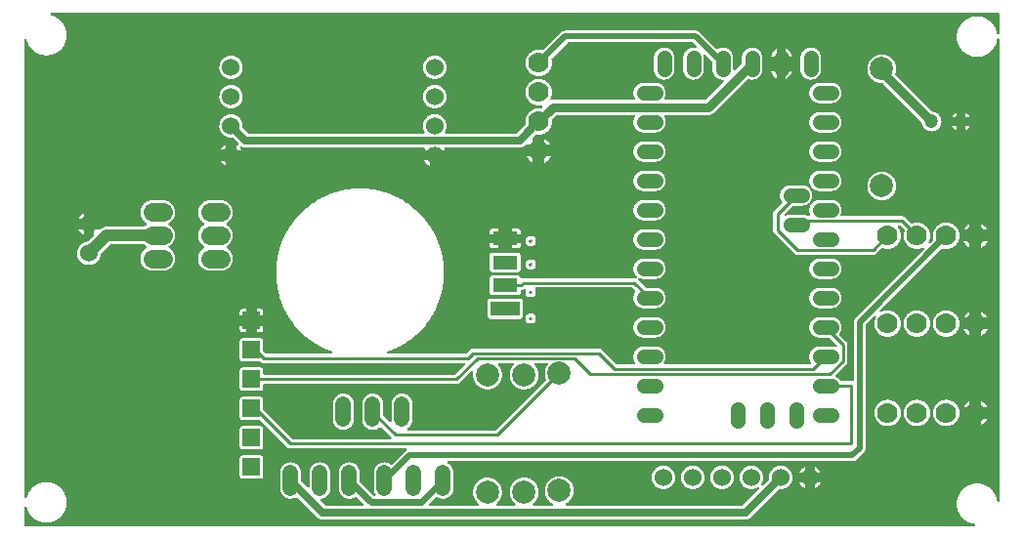
<source format=gtl>
G04 Layer: TopLayer*
G04 EasyEDA v6.4.7, 2020-11-10T19:46:02+00:00*
G04 68ef014cab984e83be15227dbec4fbb5,fc2761ce2fcb42ad9aa58f7a23a2c2a4,10*
G04 Gerber Generator version 0.2*
G04 Scale: 100 percent, Rotated: No, Reflected: No *
G04 Dimensions in millimeters *
G04 leading zeros omitted , absolute positions ,3 integer and 3 decimal *
%FSLAX33Y33*%
%MOMM*%
G90*
D02*

%ADD11C,0.499999*%
%ADD12C,0.289992*%
%ADD13C,0.799998*%
%ADD14C,0.599999*%
%ADD15C,0.699999*%
%ADD16C,0.999998*%
%ADD17C,0.203200*%
%ADD18C,1.999996*%
%ADD19C,1.199896*%
%ADD20R,2.540000X1.270000*%
%ADD21R,2.159000X1.198880*%
%ADD22C,1.778000*%
%ADD23C,1.524000*%
%ADD24R,1.524000X1.524000*%
%ADD25C,1.270000*%
%ADD26C,1.320800*%
%ADD27C,1.599997*%

%LPD*%
G36*
G01X84641Y44743D02*
G01X2616Y44743D01*
G01X2602Y44742D01*
G01X2588Y44739D01*
G01X2574Y44734D01*
G01X2561Y44727D01*
G01X2550Y44718D01*
G01X2540Y44708D01*
G01X2531Y44696D01*
G01X2524Y44684D01*
G01X2519Y44670D01*
G01X2516Y44656D01*
G01X2515Y44641D01*
G01X2516Y44627D01*
G01X2519Y44612D01*
G01X2524Y44598D01*
G01X2532Y44585D01*
G01X2541Y44573D01*
G01X2552Y44563D01*
G01X2564Y44554D01*
G01X2577Y44548D01*
G01X2591Y44543D01*
G01X2650Y44527D01*
G01X2709Y44509D01*
G01X2766Y44489D01*
G01X2823Y44466D01*
G01X2879Y44442D01*
G01X2935Y44416D01*
G01X2989Y44388D01*
G01X3042Y44359D01*
G01X3095Y44327D01*
G01X3146Y44293D01*
G01X3196Y44258D01*
G01X3244Y44221D01*
G01X3292Y44183D01*
G01X3338Y44142D01*
G01X3382Y44101D01*
G01X3425Y44057D01*
G01X3467Y44013D01*
G01X3507Y43966D01*
G01X3545Y43919D01*
G01X3582Y43870D01*
G01X3617Y43820D01*
G01X3650Y43768D01*
G01X3681Y43716D01*
G01X3711Y43663D01*
G01X3738Y43608D01*
G01X3764Y43553D01*
G01X3788Y43496D01*
G01X3810Y43439D01*
G01X3830Y43382D01*
G01X3847Y43323D01*
G01X3863Y43264D01*
G01X3877Y43204D01*
G01X3889Y43144D01*
G01X3898Y43084D01*
G01X3905Y43023D01*
G01X3911Y42963D01*
G01X3914Y42902D01*
G01X3915Y42841D01*
G01X3914Y42781D01*
G01X3911Y42721D01*
G01X3906Y42661D01*
G01X3899Y42601D01*
G01X3889Y42542D01*
G01X3878Y42483D01*
G01X3865Y42425D01*
G01X3850Y42367D01*
G01X3833Y42309D01*
G01X3814Y42252D01*
G01X3793Y42196D01*
G01X3770Y42141D01*
G01X3745Y42086D01*
G01X3718Y42032D01*
G01X3690Y41980D01*
G01X3659Y41928D01*
G01X3627Y41877D01*
G01X3594Y41828D01*
G01X3558Y41779D01*
G01X3521Y41732D01*
G01X3482Y41686D01*
G01X3442Y41642D01*
G01X3401Y41598D01*
G01X3357Y41557D01*
G01X3313Y41517D01*
G01X3267Y41478D01*
G01X3220Y41441D01*
G01X3171Y41405D01*
G01X3122Y41372D01*
G01X3071Y41340D01*
G01X3019Y41309D01*
G01X2967Y41281D01*
G01X2913Y41254D01*
G01X2858Y41229D01*
G01X2803Y41206D01*
G01X2747Y41185D01*
G01X2690Y41166D01*
G01X2632Y41149D01*
G01X2574Y41134D01*
G01X2516Y41121D01*
G01X2457Y41110D01*
G01X2398Y41100D01*
G01X2338Y41093D01*
G01X2278Y41088D01*
G01X2218Y41085D01*
G01X2159Y41084D01*
G01X2097Y41085D01*
G01X2036Y41088D01*
G01X1976Y41094D01*
G01X1915Y41101D01*
G01X1855Y41110D01*
G01X1795Y41122D01*
G01X1735Y41136D01*
G01X1676Y41152D01*
G01X1618Y41169D01*
G01X1560Y41189D01*
G01X1503Y41211D01*
G01X1446Y41235D01*
G01X1391Y41261D01*
G01X1336Y41288D01*
G01X1283Y41318D01*
G01X1231Y41349D01*
G01X1179Y41382D01*
G01X1129Y41417D01*
G01X1080Y41454D01*
G01X1033Y41492D01*
G01X986Y41532D01*
G01X942Y41574D01*
G01X898Y41617D01*
G01X857Y41661D01*
G01X816Y41707D01*
G01X778Y41755D01*
G01X741Y41803D01*
G01X706Y41853D01*
G01X672Y41904D01*
G01X640Y41957D01*
G01X611Y42010D01*
G01X583Y42064D01*
G01X557Y42120D01*
G01X533Y42176D01*
G01X510Y42233D01*
G01X490Y42290D01*
G01X472Y42349D01*
G01X456Y42408D01*
G01X451Y42422D01*
G01X445Y42435D01*
G01X436Y42447D01*
G01X426Y42458D01*
G01X414Y42467D01*
G01X401Y42475D01*
G01X387Y42480D01*
G01X372Y42483D01*
G01X358Y42484D01*
G01X343Y42483D01*
G01X329Y42480D01*
G01X315Y42475D01*
G01X303Y42468D01*
G01X291Y42460D01*
G01X281Y42449D01*
G01X272Y42438D01*
G01X265Y42425D01*
G01X260Y42411D01*
G01X257Y42397D01*
G01X256Y42383D01*
G01X256Y2785D01*
G01X257Y2771D01*
G01X260Y2757D01*
G01X265Y2743D01*
G01X272Y2730D01*
G01X281Y2719D01*
G01X291Y2709D01*
G01X303Y2700D01*
G01X315Y2693D01*
G01X329Y2688D01*
G01X343Y2685D01*
G01X358Y2684D01*
G01X372Y2685D01*
G01X387Y2688D01*
G01X401Y2693D01*
G01X414Y2701D01*
G01X426Y2710D01*
G01X436Y2721D01*
G01X445Y2733D01*
G01X451Y2746D01*
G01X456Y2760D01*
G01X472Y2819D01*
G01X490Y2878D01*
G01X510Y2935D01*
G01X533Y2992D01*
G01X557Y3048D01*
G01X583Y3104D01*
G01X611Y3158D01*
G01X640Y3211D01*
G01X672Y3264D01*
G01X706Y3315D01*
G01X741Y3365D01*
G01X778Y3413D01*
G01X816Y3461D01*
G01X857Y3507D01*
G01X898Y3551D01*
G01X942Y3594D01*
G01X986Y3636D01*
G01X1033Y3676D01*
G01X1080Y3714D01*
G01X1129Y3751D01*
G01X1179Y3786D01*
G01X1231Y3819D01*
G01X1283Y3850D01*
G01X1336Y3880D01*
G01X1391Y3907D01*
G01X1446Y3933D01*
G01X1503Y3957D01*
G01X1560Y3979D01*
G01X1618Y3999D01*
G01X1676Y4016D01*
G01X1735Y4032D01*
G01X1795Y4046D01*
G01X1855Y4058D01*
G01X1915Y4067D01*
G01X1976Y4074D01*
G01X2036Y4080D01*
G01X2097Y4083D01*
G01X2159Y4084D01*
G01X2218Y4083D01*
G01X2278Y4080D01*
G01X2338Y4075D01*
G01X2398Y4068D01*
G01X2457Y4058D01*
G01X2516Y4047D01*
G01X2574Y4034D01*
G01X2632Y4019D01*
G01X2690Y4002D01*
G01X2747Y3983D01*
G01X2803Y3962D01*
G01X2858Y3939D01*
G01X2913Y3914D01*
G01X2967Y3887D01*
G01X3019Y3859D01*
G01X3071Y3828D01*
G01X3122Y3796D01*
G01X3171Y3763D01*
G01X3220Y3727D01*
G01X3267Y3690D01*
G01X3313Y3651D01*
G01X3357Y3611D01*
G01X3401Y3570D01*
G01X3442Y3526D01*
G01X3482Y3482D01*
G01X3521Y3436D01*
G01X3558Y3389D01*
G01X3594Y3340D01*
G01X3627Y3291D01*
G01X3659Y3240D01*
G01X3690Y3188D01*
G01X3718Y3136D01*
G01X3745Y3082D01*
G01X3770Y3027D01*
G01X3793Y2972D01*
G01X3814Y2916D01*
G01X3833Y2859D01*
G01X3850Y2801D01*
G01X3865Y2743D01*
G01X3878Y2685D01*
G01X3889Y2626D01*
G01X3899Y2567D01*
G01X3906Y2507D01*
G01X3911Y2447D01*
G01X3914Y2387D01*
G01X3915Y2328D01*
G01X3914Y2268D01*
G01X3911Y2208D01*
G01X3906Y2148D01*
G01X3899Y2088D01*
G01X3889Y2029D01*
G01X3878Y1970D01*
G01X3865Y1912D01*
G01X3850Y1854D01*
G01X3833Y1796D01*
G01X3814Y1739D01*
G01X3793Y1683D01*
G01X3770Y1628D01*
G01X3745Y1573D01*
G01X3718Y1519D01*
G01X3690Y1467D01*
G01X3659Y1415D01*
G01X3627Y1364D01*
G01X3594Y1315D01*
G01X3558Y1266D01*
G01X3521Y1219D01*
G01X3482Y1173D01*
G01X3442Y1129D01*
G01X3401Y1085D01*
G01X3357Y1044D01*
G01X3313Y1004D01*
G01X3267Y965D01*
G01X3220Y928D01*
G01X3171Y892D01*
G01X3122Y859D01*
G01X3071Y827D01*
G01X3019Y796D01*
G01X2967Y768D01*
G01X2913Y741D01*
G01X2858Y716D01*
G01X2803Y693D01*
G01X2747Y672D01*
G01X2690Y653D01*
G01X2632Y636D01*
G01X2574Y621D01*
G01X2516Y608D01*
G01X2457Y597D01*
G01X2398Y587D01*
G01X2338Y580D01*
G01X2278Y575D01*
G01X2218Y572D01*
G01X2159Y571D01*
G01X2097Y572D01*
G01X2036Y575D01*
G01X1976Y581D01*
G01X1915Y588D01*
G01X1855Y597D01*
G01X1795Y609D01*
G01X1735Y623D01*
G01X1676Y639D01*
G01X1618Y656D01*
G01X1560Y676D01*
G01X1503Y698D01*
G01X1446Y722D01*
G01X1391Y748D01*
G01X1336Y775D01*
G01X1283Y805D01*
G01X1231Y836D01*
G01X1179Y869D01*
G01X1129Y904D01*
G01X1080Y941D01*
G01X1033Y979D01*
G01X986Y1019D01*
G01X942Y1061D01*
G01X898Y1104D01*
G01X857Y1148D01*
G01X816Y1194D01*
G01X778Y1242D01*
G01X741Y1290D01*
G01X706Y1340D01*
G01X672Y1391D01*
G01X640Y1444D01*
G01X611Y1497D01*
G01X583Y1551D01*
G01X557Y1607D01*
G01X533Y1663D01*
G01X510Y1720D01*
G01X490Y1777D01*
G01X472Y1836D01*
G01X456Y1895D01*
G01X451Y1909D01*
G01X445Y1922D01*
G01X436Y1934D01*
G01X426Y1945D01*
G01X414Y1954D01*
G01X401Y1962D01*
G01X387Y1967D01*
G01X372Y1970D01*
G01X358Y1971D01*
G01X343Y1970D01*
G01X329Y1967D01*
G01X315Y1962D01*
G01X303Y1955D01*
G01X291Y1947D01*
G01X281Y1936D01*
G01X272Y1925D01*
G01X265Y1912D01*
G01X260Y1898D01*
G01X257Y1884D01*
G01X256Y1870D01*
G01X256Y358D01*
G01X257Y343D01*
G01X260Y329D01*
G01X265Y315D01*
G01X272Y303D01*
G01X281Y291D01*
G01X291Y281D01*
G01X303Y272D01*
G01X315Y265D01*
G01X329Y260D01*
G01X343Y257D01*
G01X358Y256D01*
G01X82566Y256D01*
G01X82580Y257D01*
G01X82594Y260D01*
G01X82608Y265D01*
G01X82621Y272D01*
G01X82632Y281D01*
G01X82643Y291D01*
G01X82651Y303D01*
G01X82658Y315D01*
G01X82663Y329D01*
G01X82666Y343D01*
G01X82667Y358D01*
G01X82666Y372D01*
G01X82663Y387D01*
G01X82658Y400D01*
G01X82651Y413D01*
G01X82642Y425D01*
G01X82632Y435D01*
G01X82620Y444D01*
G01X82607Y451D01*
G01X82593Y455D01*
G01X82579Y458D01*
G01X82519Y467D01*
G01X82460Y478D01*
G01X82401Y491D01*
G01X82342Y506D01*
G01X82284Y522D01*
G01X82227Y541D01*
G01X82170Y562D01*
G01X82115Y585D01*
G01X82059Y609D01*
G01X82005Y636D01*
G01X81952Y664D01*
G01X81900Y694D01*
G01X81849Y726D01*
G01X81799Y760D01*
G01X81750Y795D01*
G01X81702Y832D01*
G01X81656Y871D01*
G01X81611Y911D01*
G01X81567Y953D01*
G01X81525Y996D01*
G01X81484Y1041D01*
G01X81445Y1087D01*
G01X81408Y1134D01*
G01X81372Y1182D01*
G01X81338Y1232D01*
G01X81306Y1283D01*
G01X81275Y1335D01*
G01X81246Y1388D01*
G01X81219Y1442D01*
G01X81194Y1497D01*
G01X81171Y1553D01*
G01X81150Y1609D01*
G01X81130Y1666D01*
G01X81113Y1724D01*
G01X81097Y1782D01*
G01X81084Y1841D01*
G01X81073Y1900D01*
G01X81064Y1960D01*
G01X81056Y2020D01*
G01X81051Y2080D01*
G01X81048Y2140D01*
G01X81047Y2201D01*
G01X81048Y2260D01*
G01X81051Y2320D01*
G01X81056Y2380D01*
G01X81063Y2440D01*
G01X81073Y2499D01*
G01X81084Y2558D01*
G01X81097Y2616D01*
G01X81112Y2674D01*
G01X81129Y2732D01*
G01X81148Y2789D01*
G01X81169Y2845D01*
G01X81192Y2900D01*
G01X81217Y2955D01*
G01X81244Y3009D01*
G01X81272Y3061D01*
G01X81303Y3113D01*
G01X81335Y3164D01*
G01X81368Y3213D01*
G01X81404Y3262D01*
G01X81441Y3309D01*
G01X81480Y3355D01*
G01X81520Y3399D01*
G01X81561Y3443D01*
G01X81605Y3484D01*
G01X81649Y3524D01*
G01X81695Y3563D01*
G01X81742Y3600D01*
G01X81791Y3636D01*
G01X81840Y3669D01*
G01X81891Y3701D01*
G01X81943Y3732D01*
G01X81995Y3760D01*
G01X82049Y3787D01*
G01X82104Y3812D01*
G01X82159Y3835D01*
G01X82215Y3856D01*
G01X82272Y3875D01*
G01X82330Y3892D01*
G01X82388Y3907D01*
G01X82446Y3920D01*
G01X82505Y3931D01*
G01X82564Y3941D01*
G01X82624Y3948D01*
G01X82684Y3953D01*
G01X82744Y3956D01*
G01X82804Y3957D01*
G01X82864Y3956D01*
G01X82925Y3953D01*
G01X82986Y3948D01*
G01X83047Y3940D01*
G01X83107Y3931D01*
G01X83167Y3919D01*
G01X83226Y3905D01*
G01X83285Y3890D01*
G01X83343Y3872D01*
G01X83401Y3852D01*
G01X83458Y3831D01*
G01X83514Y3807D01*
G01X83569Y3781D01*
G01X83624Y3754D01*
G01X83677Y3724D01*
G01X83730Y3693D01*
G01X83781Y3660D01*
G01X83831Y3625D01*
G01X83880Y3589D01*
G01X83927Y3551D01*
G01X83973Y3511D01*
G01X84018Y3469D01*
G01X84061Y3427D01*
G01X84103Y3382D01*
G01X84143Y3336D01*
G01X84182Y3289D01*
G01X84219Y3241D01*
G01X84254Y3191D01*
G01X84288Y3140D01*
G01X84319Y3088D01*
G01X84349Y3035D01*
G01X84377Y2981D01*
G01X84403Y2926D01*
G01X84428Y2870D01*
G01X84450Y2813D01*
G01X84470Y2755D01*
G01X84488Y2697D01*
G01X84505Y2638D01*
G01X84519Y2579D01*
G01X84531Y2519D01*
G01X84541Y2459D01*
G01X84544Y2445D01*
G01X84549Y2432D01*
G01X84556Y2419D01*
G01X84565Y2407D01*
G01X84575Y2397D01*
G01X84587Y2389D01*
G01X84599Y2382D01*
G01X84613Y2377D01*
G01X84627Y2374D01*
G01X84641Y2373D01*
G01X84656Y2374D01*
G01X84670Y2377D01*
G01X84684Y2382D01*
G01X84696Y2389D01*
G01X84708Y2397D01*
G01X84718Y2408D01*
G01X84727Y2419D01*
G01X84734Y2432D01*
G01X84739Y2446D01*
G01X84742Y2460D01*
G01X84743Y2474D01*
G01X84743Y42440D01*
G01X84742Y42454D01*
G01X84739Y42468D01*
G01X84734Y42482D01*
G01X84727Y42495D01*
G01X84718Y42506D01*
G01X84708Y42517D01*
G01X84696Y42525D01*
G01X84684Y42532D01*
G01X84670Y42537D01*
G01X84656Y42540D01*
G01X84641Y42541D01*
G01X84627Y42540D01*
G01X84613Y42537D01*
G01X84599Y42532D01*
G01X84587Y42525D01*
G01X84575Y42517D01*
G01X84565Y42507D01*
G01X84556Y42495D01*
G01X84549Y42482D01*
G01X84544Y42469D01*
G01X84541Y42455D01*
G01X84531Y42395D01*
G01X84519Y42335D01*
G01X84505Y42276D01*
G01X84488Y42217D01*
G01X84470Y42159D01*
G01X84450Y42101D01*
G01X84428Y42044D01*
G01X84403Y41988D01*
G01X84377Y41933D01*
G01X84349Y41879D01*
G01X84319Y41826D01*
G01X84288Y41774D01*
G01X84254Y41723D01*
G01X84219Y41673D01*
G01X84182Y41625D01*
G01X84143Y41578D01*
G01X84103Y41532D01*
G01X84061Y41488D01*
G01X84018Y41445D01*
G01X83973Y41403D01*
G01X83927Y41363D01*
G01X83880Y41325D01*
G01X83831Y41289D01*
G01X83781Y41254D01*
G01X83730Y41221D01*
G01X83677Y41190D01*
G01X83624Y41160D01*
G01X83569Y41133D01*
G01X83514Y41107D01*
G01X83458Y41083D01*
G01X83401Y41062D01*
G01X83343Y41042D01*
G01X83285Y41024D01*
G01X83226Y41009D01*
G01X83167Y40995D01*
G01X83107Y40983D01*
G01X83047Y40974D01*
G01X82986Y40966D01*
G01X82925Y40961D01*
G01X82864Y40958D01*
G01X82804Y40957D01*
G01X82744Y40958D01*
G01X82684Y40961D01*
G01X82624Y40966D01*
G01X82564Y40973D01*
G01X82505Y40983D01*
G01X82446Y40994D01*
G01X82388Y41007D01*
G01X82330Y41022D01*
G01X82272Y41039D01*
G01X82215Y41058D01*
G01X82159Y41079D01*
G01X82104Y41102D01*
G01X82049Y41127D01*
G01X81995Y41154D01*
G01X81943Y41182D01*
G01X81891Y41213D01*
G01X81840Y41245D01*
G01X81791Y41278D01*
G01X81742Y41314D01*
G01X81695Y41351D01*
G01X81649Y41390D01*
G01X81605Y41430D01*
G01X81561Y41471D01*
G01X81520Y41515D01*
G01X81480Y41559D01*
G01X81441Y41605D01*
G01X81404Y41652D01*
G01X81368Y41701D01*
G01X81335Y41750D01*
G01X81303Y41801D01*
G01X81272Y41853D01*
G01X81244Y41905D01*
G01X81217Y41959D01*
G01X81192Y42014D01*
G01X81169Y42069D01*
G01X81148Y42125D01*
G01X81129Y42182D01*
G01X81112Y42240D01*
G01X81097Y42298D01*
G01X81084Y42356D01*
G01X81073Y42415D01*
G01X81063Y42474D01*
G01X81056Y42534D01*
G01X81051Y42594D01*
G01X81048Y42654D01*
G01X81047Y42714D01*
G01X81048Y42773D01*
G01X81051Y42833D01*
G01X81056Y42893D01*
G01X81063Y42953D01*
G01X81073Y43012D01*
G01X81084Y43071D01*
G01X81097Y43129D01*
G01X81112Y43187D01*
G01X81129Y43245D01*
G01X81148Y43302D01*
G01X81169Y43358D01*
G01X81192Y43413D01*
G01X81217Y43468D01*
G01X81244Y43522D01*
G01X81272Y43574D01*
G01X81303Y43626D01*
G01X81335Y43677D01*
G01X81368Y43726D01*
G01X81404Y43775D01*
G01X81441Y43822D01*
G01X81480Y43868D01*
G01X81520Y43912D01*
G01X81561Y43956D01*
G01X81605Y43997D01*
G01X81649Y44037D01*
G01X81695Y44076D01*
G01X81742Y44113D01*
G01X81791Y44149D01*
G01X81840Y44182D01*
G01X81891Y44214D01*
G01X81943Y44245D01*
G01X81995Y44273D01*
G01X82049Y44300D01*
G01X82104Y44325D01*
G01X82159Y44348D01*
G01X82215Y44369D01*
G01X82272Y44388D01*
G01X82330Y44405D01*
G01X82388Y44420D01*
G01X82446Y44433D01*
G01X82505Y44444D01*
G01X82564Y44454D01*
G01X82624Y44461D01*
G01X82684Y44466D01*
G01X82744Y44469D01*
G01X82804Y44470D01*
G01X82864Y44469D01*
G01X82925Y44466D01*
G01X82986Y44461D01*
G01X83047Y44453D01*
G01X83107Y44444D01*
G01X83167Y44432D01*
G01X83226Y44418D01*
G01X83285Y44403D01*
G01X83343Y44385D01*
G01X83401Y44365D01*
G01X83458Y44344D01*
G01X83514Y44320D01*
G01X83569Y44294D01*
G01X83624Y44267D01*
G01X83677Y44237D01*
G01X83730Y44206D01*
G01X83781Y44173D01*
G01X83831Y44138D01*
G01X83880Y44102D01*
G01X83927Y44064D01*
G01X83973Y44024D01*
G01X84018Y43982D01*
G01X84061Y43940D01*
G01X84103Y43895D01*
G01X84143Y43849D01*
G01X84182Y43802D01*
G01X84219Y43754D01*
G01X84254Y43704D01*
G01X84288Y43653D01*
G01X84319Y43601D01*
G01X84349Y43548D01*
G01X84377Y43494D01*
G01X84403Y43439D01*
G01X84428Y43383D01*
G01X84450Y43326D01*
G01X84470Y43268D01*
G01X84488Y43210D01*
G01X84505Y43151D01*
G01X84519Y43092D01*
G01X84531Y43032D01*
G01X84541Y42972D01*
G01X84544Y42958D01*
G01X84549Y42945D01*
G01X84556Y42932D01*
G01X84565Y42920D01*
G01X84575Y42910D01*
G01X84587Y42902D01*
G01X84599Y42895D01*
G01X84613Y42890D01*
G01X84627Y42887D01*
G01X84641Y42886D01*
G01X84656Y42887D01*
G01X84670Y42890D01*
G01X84684Y42895D01*
G01X84696Y42902D01*
G01X84708Y42910D01*
G01X84718Y42921D01*
G01X84727Y42932D01*
G01X84734Y42945D01*
G01X84739Y42959D01*
G01X84742Y42973D01*
G01X84743Y42987D01*
G01X84743Y44641D01*
G01X84742Y44656D01*
G01X84739Y44670D01*
G01X84734Y44684D01*
G01X84727Y44696D01*
G01X84718Y44708D01*
G01X84708Y44718D01*
G01X84696Y44727D01*
G01X84684Y44734D01*
G01X84670Y44739D01*
G01X84656Y44742D01*
G01X84641Y44743D01*
G37*

%LPC*%
G36*
G01X67635Y29833D02*
G01X66619Y29833D01*
G01X66575Y29832D01*
G01X66531Y29829D01*
G01X66488Y29824D01*
G01X66445Y29816D01*
G01X66402Y29807D01*
G01X66360Y29795D01*
G01X66318Y29781D01*
G01X66277Y29766D01*
G01X66237Y29748D01*
G01X66198Y29728D01*
G01X66160Y29707D01*
G01X66123Y29683D01*
G01X66088Y29658D01*
G01X66053Y29631D01*
G01X66020Y29602D01*
G01X65988Y29572D01*
G01X65958Y29541D01*
G01X65929Y29507D01*
G01X65903Y29473D01*
G01X65877Y29437D01*
G01X65854Y29400D01*
G01X65832Y29362D01*
G01X65813Y29323D01*
G01X65795Y29283D01*
G01X65779Y29242D01*
G01X65765Y29201D01*
G01X65754Y29159D01*
G01X65744Y29116D01*
G01X65737Y29073D01*
G01X65731Y29029D01*
G01X65728Y28986D01*
G01X65727Y28942D01*
G01X65728Y28898D01*
G01X65731Y28854D01*
G01X65737Y28811D01*
G01X65744Y28767D01*
G01X65754Y28725D01*
G01X65766Y28682D01*
G01X65780Y28641D01*
G01X65795Y28600D01*
G01X65813Y28560D01*
G01X65833Y28520D01*
G01X65855Y28482D01*
G01X65878Y28445D01*
G01X65904Y28409D01*
G01X65912Y28396D01*
G01X65919Y28381D01*
G01X65922Y28365D01*
G01X65924Y28349D01*
G01X65922Y28333D01*
G01X65919Y28317D01*
G01X65913Y28303D01*
G01X65904Y28289D01*
G01X65894Y28277D01*
G01X65245Y27628D01*
G01X65226Y27607D01*
G01X65208Y27585D01*
G01X65191Y27561D01*
G01X65177Y27536D01*
G01X65164Y27511D01*
G01X65153Y27484D01*
G01X65144Y27457D01*
G01X65137Y27429D01*
G01X65132Y27401D01*
G01X65129Y27373D01*
G01X65127Y27344D01*
G01X65127Y25924D01*
G01X65129Y25895D01*
G01X65132Y25867D01*
G01X65137Y25839D01*
G01X65144Y25811D01*
G01X65153Y25784D01*
G01X65164Y25757D01*
G01X65177Y25732D01*
G01X65191Y25707D01*
G01X65208Y25683D01*
G01X65226Y25661D01*
G01X65245Y25640D01*
G01X66980Y23905D01*
G01X67001Y23886D01*
G01X67023Y23868D01*
G01X67047Y23852D01*
G01X67071Y23837D01*
G01X67097Y23824D01*
G01X67123Y23813D01*
G01X67151Y23804D01*
G01X67178Y23797D01*
G01X67207Y23792D01*
G01X67235Y23789D01*
G01X67264Y23788D01*
G01X73804Y23788D01*
G01X73833Y23789D01*
G01X73861Y23792D01*
G01X73890Y23797D01*
G01X73917Y23804D01*
G01X73945Y23813D01*
G01X73971Y23824D01*
G01X73997Y23837D01*
G01X74021Y23852D01*
G01X74045Y23868D01*
G01X74067Y23886D01*
G01X74088Y23905D01*
G01X74533Y24351D01*
G01X74546Y24361D01*
G01X74559Y24369D01*
G01X74574Y24375D01*
G01X74589Y24379D01*
G01X74605Y24380D01*
G01X74624Y24379D01*
G01X74642Y24374D01*
G01X74692Y24356D01*
G01X74743Y24340D01*
G01X74794Y24327D01*
G01X74846Y24316D01*
G01X74898Y24307D01*
G01X74951Y24301D01*
G01X75004Y24297D01*
G01X75057Y24296D01*
G01X75105Y24297D01*
G01X75154Y24300D01*
G01X75202Y24305D01*
G01X75250Y24312D01*
G01X75298Y24322D01*
G01X75345Y24333D01*
G01X75392Y24346D01*
G01X75438Y24361D01*
G01X75484Y24379D01*
G01X75528Y24398D01*
G01X75572Y24419D01*
G01X75615Y24441D01*
G01X75657Y24466D01*
G01X75698Y24492D01*
G01X75738Y24521D01*
G01X75776Y24550D01*
G01X75813Y24582D01*
G01X75849Y24614D01*
G01X75884Y24649D01*
G01X75916Y24685D01*
G01X75948Y24722D01*
G01X75978Y24760D01*
G01X76006Y24800D01*
G01X76032Y24841D01*
G01X76057Y24883D01*
G01X76079Y24926D01*
G01X76100Y24970D01*
G01X76119Y25014D01*
G01X76137Y25060D01*
G01X76152Y25106D01*
G01X76165Y25153D01*
G01X76176Y25200D01*
G01X76186Y25248D01*
G01X76193Y25296D01*
G01X76198Y25344D01*
G01X76201Y25393D01*
G01X76202Y25442D01*
G01X76201Y25490D01*
G01X76198Y25539D01*
G01X76193Y25587D01*
G01X76186Y25635D01*
G01X76176Y25683D01*
G01X76165Y25731D01*
G01X76152Y25778D01*
G01X76136Y25824D01*
G01X76119Y25869D01*
G01X76100Y25914D01*
G01X76079Y25958D01*
G01X76056Y26001D01*
G01X76031Y26043D01*
G01X76005Y26084D01*
G01X75977Y26124D01*
G01X75947Y26162D01*
G01X75937Y26177D01*
G01X75930Y26192D01*
G01X75926Y26209D01*
G01X75924Y26226D01*
G01X75925Y26241D01*
G01X75928Y26255D01*
G01X75933Y26268D01*
G01X75940Y26281D01*
G01X75949Y26293D01*
G01X75959Y26303D01*
G01X75971Y26312D01*
G01X75984Y26319D01*
G01X75997Y26324D01*
G01X76011Y26327D01*
G01X76026Y26328D01*
G01X76100Y26328D01*
G01X76116Y26327D01*
G01X76132Y26323D01*
G01X76146Y26317D01*
G01X76160Y26308D01*
G01X76172Y26298D01*
G01X76506Y25965D01*
G01X76516Y25952D01*
G01X76524Y25939D01*
G01X76530Y25924D01*
G01X76534Y25909D01*
G01X76535Y25893D01*
G01X76534Y25874D01*
G01X76529Y25856D01*
G01X76511Y25806D01*
G01X76495Y25755D01*
G01X76481Y25704D01*
G01X76471Y25652D01*
G01X76462Y25600D01*
G01X76456Y25547D01*
G01X76452Y25494D01*
G01X76451Y25442D01*
G01X76452Y25393D01*
G01X76455Y25344D01*
G01X76460Y25296D01*
G01X76467Y25248D01*
G01X76477Y25200D01*
G01X76488Y25153D01*
G01X76501Y25106D01*
G01X76516Y25060D01*
G01X76534Y25014D01*
G01X76553Y24970D01*
G01X76574Y24926D01*
G01X76596Y24883D01*
G01X76621Y24841D01*
G01X76647Y24800D01*
G01X76675Y24760D01*
G01X76705Y24722D01*
G01X76737Y24685D01*
G01X76769Y24649D01*
G01X76804Y24614D01*
G01X76840Y24582D01*
G01X76877Y24550D01*
G01X76915Y24521D01*
G01X76955Y24492D01*
G01X76996Y24466D01*
G01X77038Y24441D01*
G01X77081Y24419D01*
G01X77125Y24398D01*
G01X77169Y24379D01*
G01X77215Y24361D01*
G01X77261Y24346D01*
G01X77308Y24333D01*
G01X77355Y24322D01*
G01X77403Y24312D01*
G01X77451Y24305D01*
G01X77499Y24300D01*
G01X77548Y24297D01*
G01X77597Y24296D01*
G01X77646Y24297D01*
G01X77696Y24300D01*
G01X77745Y24306D01*
G01X77794Y24313D01*
G01X77842Y24323D01*
G01X77891Y24334D01*
G01X77938Y24348D01*
G01X77985Y24364D01*
G01X78031Y24382D01*
G01X78077Y24402D01*
G01X78121Y24423D01*
G01X78136Y24430D01*
G01X78152Y24433D01*
G01X78168Y24435D01*
G01X78182Y24434D01*
G01X78197Y24430D01*
G01X78210Y24425D01*
G01X78223Y24418D01*
G01X78234Y24410D01*
G01X78245Y24400D01*
G01X78253Y24388D01*
G01X78260Y24375D01*
G01X78265Y24362D01*
G01X78269Y24347D01*
G01X78270Y24333D01*
G01X78268Y24317D01*
G01X78265Y24302D01*
G01X78258Y24287D01*
G01X78250Y24273D01*
G01X78240Y24261D01*
G01X72285Y18307D01*
G01X72263Y18282D01*
G01X72242Y18257D01*
G01X72222Y18230D01*
G01X72205Y18202D01*
G01X72189Y18173D01*
G01X72176Y18142D01*
G01X72164Y18111D01*
G01X72154Y18080D01*
G01X72147Y18047D01*
G01X72141Y18015D01*
G01X72138Y17982D01*
G01X72137Y17949D01*
G01X72137Y12911D01*
G01X72136Y12896D01*
G01X72133Y12882D01*
G01X72128Y12868D01*
G01X72121Y12856D01*
G01X72112Y12844D01*
G01X72102Y12834D01*
G01X72090Y12825D01*
G01X72078Y12818D01*
G01X72064Y12813D01*
G01X72050Y12810D01*
G01X72035Y12809D01*
G01X72020Y12810D01*
G01X72004Y12814D01*
G01X71974Y12822D01*
G01X71944Y12828D01*
G01X71913Y12832D01*
G01X71882Y12833D01*
G01X71031Y12833D01*
G01X71016Y12834D01*
G01X71001Y12838D01*
G01X70987Y12843D01*
G01X70974Y12851D01*
G01X70962Y12860D01*
G01X70952Y12871D01*
G01X70943Y12883D01*
G01X70919Y12923D01*
G01X70893Y12960D01*
G01X70864Y12997D01*
G01X70834Y13032D01*
G01X70802Y13065D01*
G01X70768Y13097D01*
G01X70733Y13127D01*
G01X70696Y13155D01*
G01X70658Y13181D01*
G01X70619Y13205D01*
G01X70578Y13227D01*
G01X70564Y13235D01*
G01X70552Y13246D01*
G01X70542Y13258D01*
G01X70533Y13271D01*
G01X70527Y13286D01*
G01X70524Y13302D01*
G01X70522Y13318D01*
G01X70524Y13333D01*
G01X70527Y13349D01*
G01X70533Y13364D01*
G01X70542Y13377D01*
G01X70552Y13389D01*
G01X71472Y14309D01*
G01X71492Y14330D01*
G01X71510Y14353D01*
G01X71526Y14376D01*
G01X71541Y14401D01*
G01X71553Y14426D01*
G01X71564Y14453D01*
G01X71573Y14480D01*
G01X71580Y14508D01*
G01X71586Y14536D01*
G01X71589Y14565D01*
G01X71590Y14593D01*
G01X71590Y15990D01*
G01X71589Y16019D01*
G01X71586Y16047D01*
G01X71580Y16076D01*
G01X71573Y16103D01*
G01X71564Y16131D01*
G01X71553Y16157D01*
G01X71541Y16183D01*
G01X71526Y16207D01*
G01X71510Y16231D01*
G01X71492Y16253D01*
G01X71472Y16274D01*
G01X70899Y16847D01*
G01X70889Y16859D01*
G01X70881Y16873D01*
G01X70874Y16887D01*
G01X70871Y16903D01*
G01X70870Y16919D01*
G01X70871Y16935D01*
G01X70875Y16951D01*
G01X70881Y16966D01*
G01X70890Y16979D01*
G01X70915Y17015D01*
G01X70939Y17052D01*
G01X70960Y17090D01*
G01X70980Y17130D01*
G01X70998Y17170D01*
G01X71014Y17211D01*
G01X71028Y17252D01*
G01X71039Y17295D01*
G01X71049Y17337D01*
G01X71056Y17381D01*
G01X71062Y17424D01*
G01X71065Y17468D01*
G01X71066Y17512D01*
G01X71065Y17556D01*
G01X71062Y17599D01*
G01X71057Y17643D01*
G01X71049Y17686D01*
G01X71039Y17729D01*
G01X71028Y17771D01*
G01X71014Y17812D01*
G01X70998Y17853D01*
G01X70981Y17893D01*
G01X70961Y17932D01*
G01X70939Y17970D01*
G01X70916Y18007D01*
G01X70891Y18043D01*
G01X70864Y18077D01*
G01X70835Y18111D01*
G01X70805Y18142D01*
G01X70773Y18172D01*
G01X70740Y18201D01*
G01X70706Y18228D01*
G01X70670Y18253D01*
G01X70633Y18277D01*
G01X70595Y18298D01*
G01X70556Y18318D01*
G01X70516Y18336D01*
G01X70475Y18351D01*
G01X70433Y18365D01*
G01X70391Y18377D01*
G01X70349Y18386D01*
G01X70305Y18394D01*
G01X70262Y18399D01*
G01X70218Y18402D01*
G01X70175Y18403D01*
G01X69159Y18403D01*
G01X69115Y18402D01*
G01X69071Y18399D01*
G01X69028Y18394D01*
G01X68985Y18386D01*
G01X68942Y18377D01*
G01X68900Y18365D01*
G01X68858Y18351D01*
G01X68817Y18336D01*
G01X68777Y18318D01*
G01X68738Y18298D01*
G01X68700Y18277D01*
G01X68663Y18253D01*
G01X68628Y18228D01*
G01X68593Y18201D01*
G01X68560Y18172D01*
G01X68528Y18142D01*
G01X68498Y18111D01*
G01X68469Y18077D01*
G01X68443Y18043D01*
G01X68417Y18007D01*
G01X68394Y17970D01*
G01X68372Y17932D01*
G01X68353Y17893D01*
G01X68335Y17853D01*
G01X68319Y17812D01*
G01X68305Y17771D01*
G01X68294Y17729D01*
G01X68284Y17686D01*
G01X68277Y17643D01*
G01X68271Y17599D01*
G01X68268Y17556D01*
G01X68267Y17512D01*
G01X68268Y17468D01*
G01X68271Y17425D01*
G01X68277Y17381D01*
G01X68284Y17338D01*
G01X68294Y17295D01*
G01X68305Y17253D01*
G01X68319Y17212D01*
G01X68335Y17171D01*
G01X68353Y17131D01*
G01X68372Y17092D01*
G01X68394Y17054D01*
G01X68417Y17017D01*
G01X68443Y16981D01*
G01X68469Y16946D01*
G01X68498Y16913D01*
G01X68528Y16881D01*
G01X68560Y16851D01*
G01X68593Y16823D01*
G01X68628Y16796D01*
G01X68663Y16771D01*
G01X68700Y16747D01*
G01X68738Y16726D01*
G01X68777Y16706D01*
G01X68817Y16688D01*
G01X68858Y16672D01*
G01X68900Y16659D01*
G01X68942Y16647D01*
G01X68985Y16637D01*
G01X69028Y16630D01*
G01X69071Y16625D01*
G01X69115Y16621D01*
G01X69159Y16620D01*
G01X69948Y16620D01*
G01X69964Y16619D01*
G01X69979Y16615D01*
G01X69994Y16609D01*
G01X70008Y16601D01*
G01X70020Y16591D01*
G01X70667Y15943D01*
G01X70677Y15931D01*
G01X70686Y15918D01*
G01X70692Y15903D01*
G01X70695Y15888D01*
G01X70697Y15872D01*
G01X70696Y15857D01*
G01X70693Y15843D01*
G01X70687Y15829D01*
G01X70681Y15817D01*
G01X70672Y15805D01*
G01X70662Y15795D01*
G01X70650Y15786D01*
G01X70637Y15779D01*
G01X70624Y15774D01*
G01X70610Y15771D01*
G01X70595Y15770D01*
G01X70580Y15771D01*
G01X70566Y15774D01*
G01X70552Y15780D01*
G01X70512Y15797D01*
G01X70472Y15812D01*
G01X70431Y15826D01*
G01X70389Y15837D01*
G01X70347Y15847D01*
G01X70304Y15854D01*
G01X70261Y15859D01*
G01X70218Y15862D01*
G01X70175Y15863D01*
G01X69159Y15863D01*
G01X69115Y15862D01*
G01X69071Y15859D01*
G01X69028Y15854D01*
G01X68985Y15846D01*
G01X68942Y15837D01*
G01X68900Y15825D01*
G01X68858Y15811D01*
G01X68817Y15796D01*
G01X68777Y15778D01*
G01X68738Y15758D01*
G01X68700Y15737D01*
G01X68663Y15713D01*
G01X68628Y15688D01*
G01X68593Y15661D01*
G01X68560Y15632D01*
G01X68528Y15602D01*
G01X68498Y15571D01*
G01X68469Y15537D01*
G01X68443Y15503D01*
G01X68417Y15467D01*
G01X68394Y15430D01*
G01X68372Y15392D01*
G01X68353Y15353D01*
G01X68335Y15313D01*
G01X68319Y15272D01*
G01X68305Y15231D01*
G01X68294Y15189D01*
G01X68284Y15146D01*
G01X68277Y15103D01*
G01X68271Y15059D01*
G01X68268Y15016D01*
G01X68267Y14972D01*
G01X68268Y14928D01*
G01X68271Y14884D01*
G01X68277Y14840D01*
G01X68285Y14796D01*
G01X68294Y14753D01*
G01X68306Y14711D01*
G01X68320Y14669D01*
G01X68336Y14628D01*
G01X68354Y14587D01*
G01X68374Y14548D01*
G01X68396Y14510D01*
G01X68420Y14473D01*
G01X68428Y14459D01*
G01X68433Y14445D01*
G01X68436Y14431D01*
G01X68437Y14416D01*
G01X68436Y14401D01*
G01X68433Y14387D01*
G01X68428Y14373D01*
G01X68421Y14361D01*
G01X68413Y14349D01*
G01X68402Y14339D01*
G01X68391Y14330D01*
G01X68378Y14323D01*
G01X68365Y14318D01*
G01X68350Y14315D01*
G01X68336Y14314D01*
G01X55757Y14314D01*
G01X55743Y14315D01*
G01X55729Y14318D01*
G01X55715Y14323D01*
G01X55702Y14330D01*
G01X55691Y14339D01*
G01X55681Y14349D01*
G01X55672Y14361D01*
G01X55665Y14373D01*
G01X55660Y14387D01*
G01X55657Y14401D01*
G01X55656Y14416D01*
G01X55657Y14431D01*
G01X55660Y14445D01*
G01X55666Y14459D01*
G01X55673Y14473D01*
G01X55697Y14510D01*
G01X55719Y14548D01*
G01X55739Y14587D01*
G01X55757Y14628D01*
G01X55773Y14669D01*
G01X55787Y14711D01*
G01X55799Y14753D01*
G01X55809Y14796D01*
G01X55816Y14840D01*
G01X55822Y14884D01*
G01X55825Y14928D01*
G01X55826Y14972D01*
G01X55825Y15016D01*
G01X55822Y15059D01*
G01X55817Y15103D01*
G01X55809Y15146D01*
G01X55799Y15189D01*
G01X55788Y15231D01*
G01X55774Y15272D01*
G01X55758Y15313D01*
G01X55741Y15353D01*
G01X55721Y15392D01*
G01X55699Y15430D01*
G01X55676Y15467D01*
G01X55651Y15503D01*
G01X55624Y15537D01*
G01X55595Y15571D01*
G01X55565Y15602D01*
G01X55533Y15632D01*
G01X55500Y15661D01*
G01X55466Y15688D01*
G01X55430Y15713D01*
G01X55393Y15737D01*
G01X55355Y15758D01*
G01X55316Y15778D01*
G01X55276Y15796D01*
G01X55235Y15811D01*
G01X55193Y15825D01*
G01X55151Y15837D01*
G01X55109Y15846D01*
G01X55065Y15854D01*
G01X55022Y15859D01*
G01X54978Y15862D01*
G01X54935Y15863D01*
G01X53919Y15863D01*
G01X53875Y15862D01*
G01X53831Y15859D01*
G01X53788Y15854D01*
G01X53745Y15846D01*
G01X53702Y15837D01*
G01X53660Y15825D01*
G01X53618Y15811D01*
G01X53577Y15796D01*
G01X53537Y15778D01*
G01X53498Y15758D01*
G01X53460Y15737D01*
G01X53423Y15713D01*
G01X53388Y15688D01*
G01X53353Y15661D01*
G01X53320Y15632D01*
G01X53288Y15602D01*
G01X53258Y15571D01*
G01X53229Y15537D01*
G01X53203Y15503D01*
G01X53177Y15467D01*
G01X53154Y15430D01*
G01X53132Y15392D01*
G01X53113Y15353D01*
G01X53095Y15313D01*
G01X53079Y15272D01*
G01X53065Y15231D01*
G01X53054Y15189D01*
G01X53044Y15146D01*
G01X53037Y15103D01*
G01X53031Y15059D01*
G01X53028Y15016D01*
G01X53027Y14972D01*
G01X53028Y14928D01*
G01X53031Y14884D01*
G01X53037Y14840D01*
G01X53045Y14796D01*
G01X53054Y14753D01*
G01X53066Y14711D01*
G01X53080Y14669D01*
G01X53096Y14628D01*
G01X53114Y14587D01*
G01X53134Y14548D01*
G01X53156Y14510D01*
G01X53180Y14473D01*
G01X53188Y14459D01*
G01X53193Y14445D01*
G01X53196Y14431D01*
G01X53197Y14416D01*
G01X53196Y14401D01*
G01X53193Y14387D01*
G01X53188Y14373D01*
G01X53181Y14361D01*
G01X53173Y14349D01*
G01X53162Y14339D01*
G01X53151Y14330D01*
G01X53138Y14323D01*
G01X53125Y14318D01*
G01X53110Y14315D01*
G01X53096Y14314D01*
G01X51582Y14314D01*
G01X51566Y14315D01*
G01X51551Y14319D01*
G01X51536Y14325D01*
G01X51522Y14333D01*
G01X51510Y14344D01*
G01X50306Y15548D01*
G01X50285Y15567D01*
G01X50263Y15585D01*
G01X50239Y15602D01*
G01X50215Y15616D01*
G01X50189Y15629D01*
G01X50163Y15640D01*
G01X50135Y15649D01*
G01X50108Y15656D01*
G01X50079Y15661D01*
G01X50051Y15664D01*
G01X50022Y15665D01*
G01X39118Y15665D01*
G01X39089Y15664D01*
G01X39061Y15661D01*
G01X39033Y15656D01*
G01X39005Y15649D01*
G01X38978Y15640D01*
G01X38952Y15629D01*
G01X38926Y15616D01*
G01X38902Y15602D01*
G01X38878Y15586D01*
G01X38856Y15568D01*
G01X38835Y15548D01*
G01X38527Y15243D01*
G01X38515Y15232D01*
G01X38502Y15224D01*
G01X38487Y15218D01*
G01X38472Y15214D01*
G01X38456Y15213D01*
G01X31796Y15213D01*
G01X31782Y15214D01*
G01X31768Y15217D01*
G01X31754Y15222D01*
G01X31741Y15229D01*
G01X31730Y15238D01*
G01X31719Y15248D01*
G01X31711Y15260D01*
G01X31704Y15273D01*
G01X31699Y15286D01*
G01X31696Y15300D01*
G01X31695Y15315D01*
G01X31696Y15330D01*
G01X31699Y15345D01*
G01X31705Y15360D01*
G01X31713Y15373D01*
G01X31723Y15385D01*
G01X31735Y15396D01*
G01X31748Y15404D01*
G01X31762Y15410D01*
G01X31878Y15452D01*
G01X31992Y15496D01*
G01X32106Y15542D01*
G01X32219Y15590D01*
G01X32331Y15639D01*
G01X32442Y15691D01*
G01X32553Y15744D01*
G01X32662Y15799D01*
G01X32771Y15856D01*
G01X32878Y15915D01*
G01X32985Y15975D01*
G01X33090Y16038D01*
G01X33195Y16102D01*
G01X33298Y16168D01*
G01X33401Y16236D01*
G01X33502Y16305D01*
G01X33602Y16376D01*
G01X33700Y16449D01*
G01X33798Y16523D01*
G01X33894Y16599D01*
G01X33989Y16677D01*
G01X34082Y16756D01*
G01X34175Y16837D01*
G01X34265Y16919D01*
G01X34355Y17003D01*
G01X34443Y17088D01*
G01X34530Y17175D01*
G01X34615Y17263D01*
G01X34698Y17353D01*
G01X34780Y17444D01*
G01X34861Y17537D01*
G01X34940Y17630D01*
G01X35017Y17726D01*
G01X35093Y17822D01*
G01X35167Y17920D01*
G01X35239Y18019D01*
G01X35310Y18119D01*
G01X35379Y18220D01*
G01X35447Y18322D01*
G01X35512Y18426D01*
G01X35576Y18531D01*
G01X35638Y18636D01*
G01X35699Y18743D01*
G01X35757Y18851D01*
G01X35814Y18960D01*
G01X35869Y19069D01*
G01X35973Y19291D01*
G01X36022Y19404D01*
G01X36069Y19517D01*
G01X36115Y19631D01*
G01X36158Y19745D01*
G01X36200Y19861D01*
G01X36239Y19977D01*
G01X36277Y20093D01*
G01X36312Y20211D01*
G01X36346Y20328D01*
G01X36378Y20447D01*
G01X36407Y20566D01*
G01X36435Y20685D01*
G01X36461Y20805D01*
G01X36484Y20926D01*
G01X36506Y21046D01*
G01X36525Y21167D01*
G01X36543Y21289D01*
G01X36558Y21410D01*
G01X36572Y21532D01*
G01X36583Y21654D01*
G01X36592Y21776D01*
G01X36600Y21899D01*
G01X36605Y22021D01*
G01X36608Y22144D01*
G01X36609Y22267D01*
G01X36608Y22389D01*
G01X36605Y22512D01*
G01X36600Y22635D01*
G01X36592Y22757D01*
G01X36583Y22880D01*
G01X36572Y23002D01*
G01X36558Y23124D01*
G01X36543Y23246D01*
G01X36525Y23368D01*
G01X36506Y23489D01*
G01X36484Y23610D01*
G01X36460Y23730D01*
G01X36434Y23851D01*
G01X36407Y23970D01*
G01X36377Y24089D01*
G01X36345Y24208D01*
G01X36311Y24326D01*
G01X36276Y24444D01*
G01X36238Y24561D01*
G01X36198Y24677D01*
G01X36156Y24792D01*
G01X36113Y24907D01*
G01X36067Y25021D01*
G01X36020Y25134D01*
G01X35970Y25247D01*
G01X35919Y25359D01*
G01X35866Y25469D01*
G01X35811Y25579D01*
G01X35754Y25688D01*
G01X35695Y25796D01*
G01X35635Y25903D01*
G01X35572Y26009D01*
G01X35508Y26113D01*
G01X35442Y26217D01*
G01X35375Y26320D01*
G01X35306Y26421D01*
G01X35235Y26521D01*
G01X35162Y26620D01*
G01X35087Y26718D01*
G01X35011Y26815D01*
G01X34934Y26910D01*
G01X34855Y27004D01*
G01X34774Y27096D01*
G01X34691Y27187D01*
G01X34608Y27277D01*
G01X34522Y27365D01*
G01X34435Y27452D01*
G01X34347Y27538D01*
G01X34257Y27621D01*
G01X34166Y27704D01*
G01X34074Y27785D01*
G01X33980Y27864D01*
G01X33885Y27941D01*
G01X33788Y28017D01*
G01X33690Y28092D01*
G01X33591Y28165D01*
G01X33491Y28236D01*
G01X33390Y28305D01*
G01X33287Y28372D01*
G01X33183Y28438D01*
G01X33079Y28502D01*
G01X32973Y28565D01*
G01X32866Y28625D01*
G01X32758Y28684D01*
G01X32649Y28741D01*
G01X32539Y28796D01*
G01X32429Y28849D01*
G01X32317Y28900D01*
G01X32204Y28950D01*
G01X32091Y28997D01*
G01X31977Y29043D01*
G01X31862Y29086D01*
G01X31747Y29128D01*
G01X31631Y29168D01*
G01X31514Y29206D01*
G01X31396Y29241D01*
G01X31278Y29275D01*
G01X31159Y29307D01*
G01X31040Y29337D01*
G01X30921Y29364D01*
G01X30800Y29390D01*
G01X30680Y29414D01*
G01X30559Y29436D01*
G01X30438Y29455D01*
G01X30316Y29473D01*
G01X30194Y29488D01*
G01X30072Y29502D01*
G01X29950Y29513D01*
G01X29827Y29522D01*
G01X29705Y29530D01*
G01X29582Y29535D01*
G01X29459Y29538D01*
G01X29337Y29539D01*
G01X29214Y29538D01*
G01X29091Y29535D01*
G01X28968Y29530D01*
G01X28846Y29522D01*
G01X28723Y29513D01*
G01X28601Y29502D01*
G01X28479Y29488D01*
G01X28357Y29473D01*
G01X28235Y29455D01*
G01X28114Y29436D01*
G01X27993Y29414D01*
G01X27873Y29390D01*
G01X27752Y29364D01*
G01X27633Y29337D01*
G01X27514Y29307D01*
G01X27395Y29275D01*
G01X27277Y29241D01*
G01X27159Y29206D01*
G01X27042Y29168D01*
G01X26926Y29128D01*
G01X26811Y29086D01*
G01X26696Y29043D01*
G01X26582Y28997D01*
G01X26469Y28950D01*
G01X26356Y28900D01*
G01X26244Y28849D01*
G01X26134Y28796D01*
G01X26024Y28741D01*
G01X25915Y28684D01*
G01X25807Y28625D01*
G01X25700Y28565D01*
G01X25594Y28502D01*
G01X25490Y28438D01*
G01X25386Y28372D01*
G01X25283Y28305D01*
G01X25182Y28236D01*
G01X25082Y28165D01*
G01X24983Y28092D01*
G01X24885Y28017D01*
G01X24788Y27941D01*
G01X24693Y27864D01*
G01X24599Y27785D01*
G01X24507Y27704D01*
G01X24416Y27621D01*
G01X24326Y27538D01*
G01X24238Y27452D01*
G01X24151Y27365D01*
G01X24065Y27277D01*
G01X23982Y27187D01*
G01X23899Y27096D01*
G01X23818Y27004D01*
G01X23739Y26910D01*
G01X23662Y26815D01*
G01X23586Y26718D01*
G01X23511Y26620D01*
G01X23438Y26521D01*
G01X23367Y26421D01*
G01X23298Y26320D01*
G01X23231Y26217D01*
G01X23165Y26113D01*
G01X23101Y26009D01*
G01X23038Y25903D01*
G01X22978Y25796D01*
G01X22919Y25688D01*
G01X22862Y25579D01*
G01X22807Y25469D01*
G01X22754Y25359D01*
G01X22703Y25247D01*
G01X22653Y25134D01*
G01X22606Y25021D01*
G01X22560Y24907D01*
G01X22517Y24792D01*
G01X22475Y24677D01*
G01X22435Y24561D01*
G01X22397Y24444D01*
G01X22362Y24326D01*
G01X22328Y24208D01*
G01X22296Y24089D01*
G01X22266Y23970D01*
G01X22239Y23851D01*
G01X22213Y23730D01*
G01X22189Y23610D01*
G01X22167Y23489D01*
G01X22148Y23368D01*
G01X22130Y23246D01*
G01X22115Y23124D01*
G01X22101Y23002D01*
G01X22090Y22880D01*
G01X22081Y22757D01*
G01X22073Y22635D01*
G01X22068Y22512D01*
G01X22065Y22389D01*
G01X22064Y22267D01*
G01X22065Y22144D01*
G01X22068Y22021D01*
G01X22073Y21899D01*
G01X22081Y21776D01*
G01X22090Y21654D01*
G01X22101Y21532D01*
G01X22115Y21410D01*
G01X22130Y21289D01*
G01X22148Y21167D01*
G01X22167Y21046D01*
G01X22189Y20926D01*
G01X22212Y20805D01*
G01X22238Y20685D01*
G01X22266Y20566D01*
G01X22295Y20447D01*
G01X22327Y20328D01*
G01X22361Y20211D01*
G01X22396Y20093D01*
G01X22434Y19977D01*
G01X22473Y19861D01*
G01X22515Y19745D01*
G01X22558Y19631D01*
G01X22604Y19517D01*
G01X22651Y19404D01*
G01X22700Y19291D01*
G01X22804Y19069D01*
G01X22859Y18960D01*
G01X22916Y18851D01*
G01X22974Y18743D01*
G01X23035Y18636D01*
G01X23097Y18531D01*
G01X23161Y18426D01*
G01X23226Y18322D01*
G01X23294Y18220D01*
G01X23363Y18119D01*
G01X23434Y18019D01*
G01X23506Y17920D01*
G01X23580Y17822D01*
G01X23656Y17726D01*
G01X23733Y17630D01*
G01X23812Y17537D01*
G01X23893Y17444D01*
G01X23975Y17353D01*
G01X24058Y17263D01*
G01X24143Y17175D01*
G01X24230Y17088D01*
G01X24318Y17003D01*
G01X24408Y16919D01*
G01X24498Y16837D01*
G01X24591Y16756D01*
G01X24684Y16677D01*
G01X24779Y16599D01*
G01X24875Y16523D01*
G01X24973Y16449D01*
G01X25071Y16376D01*
G01X25171Y16305D01*
G01X25272Y16236D01*
G01X25375Y16168D01*
G01X25478Y16102D01*
G01X25583Y16038D01*
G01X25688Y15975D01*
G01X25795Y15915D01*
G01X25902Y15856D01*
G01X26011Y15799D01*
G01X26120Y15744D01*
G01X26231Y15691D01*
G01X26342Y15639D01*
G01X26454Y15590D01*
G01X26567Y15542D01*
G01X26681Y15496D01*
G01X26795Y15452D01*
G01X26911Y15410D01*
G01X26925Y15404D01*
G01X26938Y15396D01*
G01X26950Y15385D01*
G01X26960Y15373D01*
G01X26968Y15360D01*
G01X26974Y15345D01*
G01X26977Y15330D01*
G01X26978Y15315D01*
G01X26977Y15300D01*
G01X26974Y15286D01*
G01X26969Y15273D01*
G01X26962Y15260D01*
G01X26954Y15248D01*
G01X26943Y15238D01*
G01X26932Y15229D01*
G01X26919Y15222D01*
G01X26905Y15217D01*
G01X26891Y15214D01*
G01X26877Y15213D01*
G01X21178Y15213D01*
G01X21162Y15214D01*
G01X21147Y15218D01*
G01X21132Y15224D01*
G01X21118Y15233D01*
G01X21106Y15243D01*
G01X20987Y15362D01*
G01X20976Y15375D01*
G01X20968Y15388D01*
G01X20962Y15403D01*
G01X20958Y15418D01*
G01X20957Y15434D01*
G01X20957Y16298D01*
G01X20956Y16321D01*
G01X20953Y16345D01*
G01X20947Y16368D01*
G01X20940Y16390D01*
G01X20930Y16412D01*
G01X20919Y16433D01*
G01X20905Y16452D01*
G01X20890Y16470D01*
G01X20873Y16487D01*
G01X20855Y16502D01*
G01X20836Y16516D01*
G01X20815Y16527D01*
G01X20793Y16537D01*
G01X20771Y16544D01*
G01X20748Y16550D01*
G01X20724Y16553D01*
G01X20701Y16554D01*
G01X19177Y16554D01*
G01X19153Y16553D01*
G01X19129Y16550D01*
G01X19106Y16544D01*
G01X19084Y16537D01*
G01X19062Y16527D01*
G01X19041Y16516D01*
G01X19022Y16502D01*
G01X19004Y16487D01*
G01X18987Y16470D01*
G01X18972Y16452D01*
G01X18958Y16433D01*
G01X18947Y16412D01*
G01X18937Y16390D01*
G01X18930Y16368D01*
G01X18924Y16345D01*
G01X18921Y16321D01*
G01X18920Y16298D01*
G01X18920Y14774D01*
G01X18921Y14750D01*
G01X18924Y14726D01*
G01X18930Y14703D01*
G01X18937Y14681D01*
G01X18947Y14659D01*
G01X18958Y14638D01*
G01X18972Y14619D01*
G01X18987Y14601D01*
G01X19004Y14584D01*
G01X19022Y14569D01*
G01X19041Y14555D01*
G01X19062Y14544D01*
G01X19084Y14534D01*
G01X19106Y14527D01*
G01X19129Y14521D01*
G01X19153Y14518D01*
G01X19177Y14517D01*
G01X20660Y14517D01*
G01X20676Y14516D01*
G01X20693Y14511D01*
G01X20708Y14505D01*
G01X20722Y14495D01*
G01X20746Y14478D01*
G01X20771Y14462D01*
G01X20798Y14449D01*
G01X20825Y14437D01*
G01X20853Y14427D01*
G01X20882Y14420D01*
G01X20911Y14414D01*
G01X20940Y14411D01*
G01X20970Y14410D01*
G01X38317Y14410D01*
G01X38332Y14409D01*
G01X38346Y14406D01*
G01X38360Y14401D01*
G01X38372Y14394D01*
G01X38384Y14385D01*
G01X38394Y14375D01*
G01X38403Y14363D01*
G01X38410Y14351D01*
G01X38415Y14337D01*
G01X38418Y14323D01*
G01X38419Y14308D01*
G01X38418Y14293D01*
G01X38414Y14277D01*
G01X38408Y14262D01*
G01X38400Y14249D01*
G01X38389Y14237D01*
G01X37579Y13427D01*
G01X37567Y13416D01*
G01X37554Y13408D01*
G01X37539Y13402D01*
G01X37524Y13398D01*
G01X37508Y13397D01*
G01X21059Y13397D01*
G01X21044Y13398D01*
G01X21030Y13401D01*
G01X21016Y13406D01*
G01X21004Y13413D01*
G01X20992Y13422D01*
G01X20982Y13432D01*
G01X20973Y13444D01*
G01X20966Y13456D01*
G01X20961Y13470D01*
G01X20958Y13484D01*
G01X20957Y13499D01*
G01X20957Y13758D01*
G01X20956Y13781D01*
G01X20953Y13805D01*
G01X20947Y13828D01*
G01X20940Y13850D01*
G01X20930Y13872D01*
G01X20919Y13893D01*
G01X20905Y13912D01*
G01X20890Y13930D01*
G01X20873Y13947D01*
G01X20855Y13962D01*
G01X20836Y13976D01*
G01X20815Y13987D01*
G01X20793Y13997D01*
G01X20771Y14004D01*
G01X20748Y14010D01*
G01X20724Y14013D01*
G01X20701Y14014D01*
G01X19177Y14014D01*
G01X19153Y14013D01*
G01X19129Y14010D01*
G01X19106Y14004D01*
G01X19084Y13997D01*
G01X19062Y13987D01*
G01X19041Y13976D01*
G01X19022Y13962D01*
G01X19004Y13947D01*
G01X18987Y13930D01*
G01X18972Y13912D01*
G01X18958Y13893D01*
G01X18947Y13872D01*
G01X18937Y13850D01*
G01X18930Y13828D01*
G01X18924Y13805D01*
G01X18921Y13781D01*
G01X18920Y13758D01*
G01X18920Y12234D01*
G01X18921Y12210D01*
G01X18924Y12186D01*
G01X18930Y12163D01*
G01X18937Y12141D01*
G01X18947Y12119D01*
G01X18958Y12098D01*
G01X18972Y12079D01*
G01X18987Y12061D01*
G01X19004Y12044D01*
G01X19022Y12029D01*
G01X19041Y12015D01*
G01X19062Y12004D01*
G01X19084Y11994D01*
G01X19106Y11987D01*
G01X19129Y11981D01*
G01X19153Y11978D01*
G01X19177Y11977D01*
G01X20701Y11977D01*
G01X20724Y11978D01*
G01X20748Y11981D01*
G01X20771Y11987D01*
G01X20793Y11994D01*
G01X20815Y12004D01*
G01X20836Y12015D01*
G01X20855Y12029D01*
G01X20873Y12044D01*
G01X20890Y12061D01*
G01X20905Y12079D01*
G01X20919Y12098D01*
G01X20930Y12119D01*
G01X20940Y12141D01*
G01X20947Y12163D01*
G01X20953Y12186D01*
G01X20956Y12210D01*
G01X20957Y12234D01*
G01X20957Y12492D01*
G01X20958Y12507D01*
G01X20961Y12521D01*
G01X20966Y12535D01*
G01X20973Y12547D01*
G01X20982Y12559D01*
G01X20992Y12569D01*
G01X21004Y12578D01*
G01X21016Y12585D01*
G01X21030Y12590D01*
G01X21044Y12593D01*
G01X21059Y12594D01*
G01X37716Y12594D01*
G01X37745Y12595D01*
G01X37773Y12598D01*
G01X37801Y12603D01*
G01X37829Y12610D01*
G01X37856Y12619D01*
G01X37883Y12630D01*
G01X37908Y12643D01*
G01X37933Y12658D01*
G01X37957Y12674D01*
G01X37979Y12692D01*
G01X38000Y12712D01*
G01X38977Y13689D01*
G01X38989Y13699D01*
G01X39003Y13707D01*
G01X39017Y13713D01*
G01X39033Y13717D01*
G01X39049Y13718D01*
G01X39063Y13717D01*
G01X39077Y13714D01*
G01X39091Y13709D01*
G01X39104Y13702D01*
G01X39115Y13694D01*
G01X39126Y13683D01*
G01X39134Y13672D01*
G01X39141Y13659D01*
G01X39146Y13645D01*
G01X39149Y13631D01*
G01X39150Y13617D01*
G01X39149Y13599D01*
G01X39140Y13544D01*
G01X39134Y13488D01*
G01X39130Y13432D01*
G01X39129Y13377D01*
G01X39130Y13326D01*
G01X39133Y13275D01*
G01X39138Y13225D01*
G01X39145Y13175D01*
G01X39154Y13125D01*
G01X39165Y13076D01*
G01X39179Y13027D01*
G01X39194Y12979D01*
G01X39211Y12931D01*
G01X39230Y12884D01*
G01X39250Y12838D01*
G01X39273Y12793D01*
G01X39297Y12748D01*
G01X39323Y12705D01*
G01X39351Y12663D01*
G01X39381Y12622D01*
G01X39412Y12582D01*
G01X39445Y12543D01*
G01X39479Y12506D01*
G01X39515Y12470D01*
G01X39552Y12436D01*
G01X39591Y12403D01*
G01X39631Y12372D01*
G01X39672Y12342D01*
G01X39714Y12314D01*
G01X39757Y12288D01*
G01X39802Y12264D01*
G01X39847Y12241D01*
G01X39893Y12221D01*
G01X39940Y12202D01*
G01X39988Y12185D01*
G01X40036Y12170D01*
G01X40085Y12156D01*
G01X40134Y12145D01*
G01X40184Y12136D01*
G01X40234Y12129D01*
G01X40284Y12124D01*
G01X40335Y12121D01*
G01X40386Y12120D01*
G01X40436Y12121D01*
G01X40487Y12124D01*
G01X40537Y12129D01*
G01X40587Y12136D01*
G01X40637Y12145D01*
G01X40686Y12156D01*
G01X40735Y12170D01*
G01X40783Y12185D01*
G01X40831Y12202D01*
G01X40878Y12221D01*
G01X40924Y12241D01*
G01X40969Y12264D01*
G01X41014Y12288D01*
G01X41057Y12314D01*
G01X41099Y12342D01*
G01X41140Y12372D01*
G01X41180Y12403D01*
G01X41219Y12436D01*
G01X41256Y12470D01*
G01X41292Y12506D01*
G01X41326Y12543D01*
G01X41359Y12582D01*
G01X41390Y12622D01*
G01X41420Y12663D01*
G01X41448Y12705D01*
G01X41474Y12748D01*
G01X41498Y12793D01*
G01X41521Y12838D01*
G01X41541Y12884D01*
G01X41560Y12931D01*
G01X41577Y12979D01*
G01X41592Y13027D01*
G01X41606Y13076D01*
G01X41617Y13125D01*
G01X41626Y13175D01*
G01X41633Y13225D01*
G01X41638Y13275D01*
G01X41641Y13326D01*
G01X41642Y13377D01*
G01X41641Y13429D01*
G01X41638Y13482D01*
G01X41632Y13534D01*
G01X41624Y13587D01*
G01X41614Y13639D01*
G01X41602Y13690D01*
G01X41588Y13741D01*
G01X41572Y13791D01*
G01X41553Y13840D01*
G01X41533Y13889D01*
G01X41510Y13937D01*
G01X41486Y13983D01*
G01X41459Y14029D01*
G01X41431Y14074D01*
G01X41401Y14117D01*
G01X41369Y14159D01*
G01X41335Y14200D01*
G01X41300Y14239D01*
G01X41290Y14251D01*
G01X41282Y14264D01*
G01X41276Y14278D01*
G01X41273Y14293D01*
G01X41272Y14308D01*
G01X41273Y14323D01*
G01X41276Y14337D01*
G01X41281Y14351D01*
G01X41288Y14363D01*
G01X41297Y14375D01*
G01X41307Y14385D01*
G01X41319Y14394D01*
G01X41331Y14401D01*
G01X41345Y14406D01*
G01X41359Y14409D01*
G01X41373Y14410D01*
G01X42573Y14410D01*
G01X42587Y14409D01*
G01X42601Y14406D01*
G01X42615Y14401D01*
G01X42627Y14394D01*
G01X42639Y14385D01*
G01X42649Y14375D01*
G01X42658Y14363D01*
G01X42665Y14351D01*
G01X42670Y14337D01*
G01X42673Y14323D01*
G01X42674Y14308D01*
G01X42673Y14293D01*
G01X42670Y14278D01*
G01X42664Y14264D01*
G01X42656Y14251D01*
G01X42646Y14239D01*
G01X42611Y14200D01*
G01X42577Y14159D01*
G01X42545Y14117D01*
G01X42515Y14074D01*
G01X42487Y14029D01*
G01X42460Y13983D01*
G01X42436Y13937D01*
G01X42413Y13889D01*
G01X42393Y13840D01*
G01X42374Y13791D01*
G01X42358Y13741D01*
G01X42344Y13690D01*
G01X42332Y13639D01*
G01X42322Y13587D01*
G01X42314Y13534D01*
G01X42308Y13482D01*
G01X42305Y13429D01*
G01X42304Y13377D01*
G01X42305Y13326D01*
G01X42308Y13275D01*
G01X42313Y13225D01*
G01X42320Y13175D01*
G01X42329Y13125D01*
G01X42340Y13076D01*
G01X42354Y13027D01*
G01X42369Y12979D01*
G01X42386Y12931D01*
G01X42405Y12884D01*
G01X42425Y12838D01*
G01X42448Y12793D01*
G01X42472Y12748D01*
G01X42498Y12705D01*
G01X42526Y12663D01*
G01X42556Y12622D01*
G01X42587Y12582D01*
G01X42620Y12543D01*
G01X42654Y12506D01*
G01X42690Y12470D01*
G01X42727Y12436D01*
G01X42766Y12403D01*
G01X42806Y12372D01*
G01X42847Y12342D01*
G01X42889Y12314D01*
G01X42932Y12288D01*
G01X42977Y12264D01*
G01X43022Y12241D01*
G01X43068Y12221D01*
G01X43115Y12202D01*
G01X43163Y12185D01*
G01X43211Y12170D01*
G01X43260Y12156D01*
G01X43309Y12145D01*
G01X43359Y12136D01*
G01X43409Y12129D01*
G01X43459Y12124D01*
G01X43510Y12121D01*
G01X43561Y12120D01*
G01X43611Y12121D01*
G01X43662Y12124D01*
G01X43712Y12129D01*
G01X43762Y12136D01*
G01X43812Y12145D01*
G01X43861Y12156D01*
G01X43910Y12170D01*
G01X43958Y12185D01*
G01X44006Y12202D01*
G01X44053Y12221D01*
G01X44099Y12241D01*
G01X44144Y12264D01*
G01X44189Y12288D01*
G01X44232Y12314D01*
G01X44274Y12342D01*
G01X44315Y12372D01*
G01X44355Y12403D01*
G01X44394Y12436D01*
G01X44431Y12470D01*
G01X44467Y12506D01*
G01X44501Y12543D01*
G01X44534Y12582D01*
G01X44565Y12622D01*
G01X44595Y12663D01*
G01X44623Y12705D01*
G01X44649Y12748D01*
G01X44673Y12793D01*
G01X44696Y12838D01*
G01X44716Y12884D01*
G01X44735Y12931D01*
G01X44752Y12979D01*
G01X44767Y13027D01*
G01X44781Y13076D01*
G01X44792Y13125D01*
G01X44801Y13175D01*
G01X44808Y13225D01*
G01X44813Y13275D01*
G01X44816Y13326D01*
G01X44817Y13377D01*
G01X44816Y13429D01*
G01X44813Y13482D01*
G01X44807Y13534D01*
G01X44799Y13587D01*
G01X44789Y13639D01*
G01X44777Y13690D01*
G01X44763Y13741D01*
G01X44747Y13791D01*
G01X44728Y13840D01*
G01X44708Y13889D01*
G01X44685Y13937D01*
G01X44661Y13983D01*
G01X44634Y14029D01*
G01X44606Y14074D01*
G01X44576Y14117D01*
G01X44544Y14159D01*
G01X44510Y14200D01*
G01X44475Y14239D01*
G01X44465Y14251D01*
G01X44457Y14264D01*
G01X44451Y14278D01*
G01X44448Y14293D01*
G01X44447Y14308D01*
G01X44448Y14323D01*
G01X44451Y14337D01*
G01X44456Y14351D01*
G01X44463Y14363D01*
G01X44472Y14375D01*
G01X44482Y14385D01*
G01X44494Y14394D01*
G01X44506Y14401D01*
G01X44520Y14406D01*
G01X44534Y14409D01*
G01X44548Y14410D01*
G01X45515Y14410D01*
G01X45529Y14409D01*
G01X45543Y14406D01*
G01X45557Y14401D01*
G01X45570Y14394D01*
G01X45581Y14385D01*
G01X45591Y14375D01*
G01X45600Y14363D01*
G01X45607Y14351D01*
G01X45612Y14337D01*
G01X45615Y14323D01*
G01X45616Y14308D01*
G01X45615Y14292D01*
G01X45611Y14277D01*
G01X45605Y14262D01*
G01X45596Y14248D01*
G01X45566Y14205D01*
G01X45537Y14160D01*
G01X45510Y14114D01*
G01X45485Y14067D01*
G01X45463Y14019D01*
G01X45442Y13970D01*
G01X45423Y13921D01*
G01X45407Y13870D01*
G01X45392Y13819D01*
G01X45380Y13767D01*
G01X45370Y13715D01*
G01X45362Y13663D01*
G01X45356Y13610D01*
G01X45353Y13557D01*
G01X45352Y13504D01*
G01X45353Y13453D01*
G01X45356Y13402D01*
G01X45361Y13351D01*
G01X45368Y13300D01*
G01X45378Y13250D01*
G01X45389Y13201D01*
G01X45402Y13151D01*
G01X45418Y13103D01*
G01X45435Y13055D01*
G01X45454Y13007D01*
G01X45460Y12988D01*
G01X45462Y12967D01*
G01X45461Y12951D01*
G01X45457Y12936D01*
G01X45451Y12921D01*
G01X45443Y12908D01*
G01X45433Y12895D01*
G01X41138Y8601D01*
G01X41126Y8590D01*
G01X41112Y8582D01*
G01X41097Y8576D01*
G01X41082Y8572D01*
G01X41066Y8571D01*
G01X33528Y8571D01*
G01X33514Y8572D01*
G01X33500Y8575D01*
G01X33486Y8580D01*
G01X33473Y8587D01*
G01X33462Y8596D01*
G01X33451Y8606D01*
G01X33443Y8618D01*
G01X33436Y8630D01*
G01X33431Y8644D01*
G01X33428Y8658D01*
G01X33427Y8673D01*
G01X33428Y8687D01*
G01X33431Y8701D01*
G01X33436Y8715D01*
G01X33442Y8727D01*
G01X33451Y8739D01*
G01X33461Y8749D01*
G01X33473Y8758D01*
G01X33508Y8782D01*
G01X33543Y8808D01*
G01X33576Y8836D01*
G01X33608Y8866D01*
G01X33638Y8896D01*
G01X33667Y8929D01*
G01X33695Y8962D01*
G01X33721Y8997D01*
G01X33745Y9033D01*
G01X33767Y9070D01*
G01X33788Y9108D01*
G01X33807Y9147D01*
G01X33824Y9187D01*
G01X33839Y9228D01*
G01X33852Y9269D01*
G01X33863Y9311D01*
G01X33872Y9353D01*
G01X33879Y9396D01*
G01X33884Y9439D01*
G01X33887Y9482D01*
G01X33888Y9526D01*
G01X33888Y10845D01*
G01X33887Y10889D01*
G01X33884Y10933D01*
G01X33879Y10976D01*
G01X33872Y11019D01*
G01X33863Y11062D01*
G01X33851Y11104D01*
G01X33838Y11145D01*
G01X33823Y11186D01*
G01X33806Y11226D01*
G01X33787Y11266D01*
G01X33766Y11304D01*
G01X33743Y11341D01*
G01X33718Y11377D01*
G01X33692Y11412D01*
G01X33664Y11446D01*
G01X33635Y11478D01*
G01X33604Y11509D01*
G01X33572Y11538D01*
G01X33538Y11566D01*
G01X33503Y11592D01*
G01X33467Y11617D01*
G01X33430Y11640D01*
G01X33392Y11660D01*
G01X33352Y11680D01*
G01X33312Y11697D01*
G01X33271Y11712D01*
G01X33230Y11725D01*
G01X33188Y11737D01*
G01X33145Y11746D01*
G01X33102Y11753D01*
G01X33059Y11758D01*
G01X33015Y11761D01*
G01X32971Y11762D01*
G01X32928Y11761D01*
G01X32884Y11758D01*
G01X32841Y11753D01*
G01X32798Y11746D01*
G01X32755Y11737D01*
G01X32713Y11725D01*
G01X32672Y11712D01*
G01X32631Y11697D01*
G01X32591Y11680D01*
G01X32551Y11660D01*
G01X32513Y11640D01*
G01X32476Y11617D01*
G01X32440Y11592D01*
G01X32405Y11566D01*
G01X32371Y11538D01*
G01X32339Y11509D01*
G01X32308Y11478D01*
G01X32279Y11446D01*
G01X32251Y11412D01*
G01X32225Y11377D01*
G01X32200Y11341D01*
G01X32177Y11304D01*
G01X32156Y11266D01*
G01X32137Y11226D01*
G01X32120Y11186D01*
G01X32105Y11145D01*
G01X32092Y11104D01*
G01X32080Y11062D01*
G01X32071Y11019D01*
G01X32064Y10976D01*
G01X32059Y10933D01*
G01X32056Y10889D01*
G01X32055Y10845D01*
G01X32055Y9526D01*
G01X32056Y9477D01*
G01X32060Y9428D01*
G01X32066Y9379D01*
G01X32068Y9363D01*
G01X32067Y9349D01*
G01X32063Y9334D01*
G01X32058Y9321D01*
G01X32051Y9308D01*
G01X32043Y9297D01*
G01X32033Y9286D01*
G01X32021Y9278D01*
G01X32008Y9271D01*
G01X31995Y9266D01*
G01X31980Y9262D01*
G01X31966Y9261D01*
G01X31950Y9263D01*
G01X31935Y9266D01*
G01X31920Y9273D01*
G01X31906Y9281D01*
G01X31894Y9291D01*
G01X31378Y9807D01*
G01X31368Y9819D01*
G01X31360Y9833D01*
G01X31353Y9848D01*
G01X31350Y9863D01*
G01X31348Y9879D01*
G01X31348Y10845D01*
G01X31347Y10889D01*
G01X31344Y10933D01*
G01X31339Y10976D01*
G01X31332Y11019D01*
G01X31323Y11062D01*
G01X31311Y11104D01*
G01X31298Y11145D01*
G01X31283Y11186D01*
G01X31266Y11226D01*
G01X31247Y11266D01*
G01X31226Y11304D01*
G01X31203Y11341D01*
G01X31178Y11377D01*
G01X31152Y11412D01*
G01X31124Y11446D01*
G01X31095Y11478D01*
G01X31064Y11509D01*
G01X31032Y11538D01*
G01X30998Y11566D01*
G01X30963Y11592D01*
G01X30927Y11617D01*
G01X30890Y11640D01*
G01X30852Y11660D01*
G01X30812Y11680D01*
G01X30772Y11697D01*
G01X30731Y11712D01*
G01X30690Y11725D01*
G01X30648Y11737D01*
G01X30605Y11746D01*
G01X30562Y11753D01*
G01X30519Y11758D01*
G01X30475Y11761D01*
G01X30431Y11762D01*
G01X30388Y11761D01*
G01X30344Y11758D01*
G01X30301Y11753D01*
G01X30258Y11746D01*
G01X30215Y11737D01*
G01X30173Y11725D01*
G01X30132Y11712D01*
G01X30091Y11697D01*
G01X30051Y11680D01*
G01X30011Y11660D01*
G01X29973Y11640D01*
G01X29936Y11617D01*
G01X29900Y11592D01*
G01X29865Y11566D01*
G01X29831Y11538D01*
G01X29799Y11509D01*
G01X29768Y11478D01*
G01X29739Y11446D01*
G01X29711Y11412D01*
G01X29685Y11377D01*
G01X29660Y11341D01*
G01X29637Y11304D01*
G01X29616Y11266D01*
G01X29597Y11226D01*
G01X29580Y11186D01*
G01X29565Y11145D01*
G01X29552Y11104D01*
G01X29540Y11062D01*
G01X29531Y11019D01*
G01X29524Y10976D01*
G01X29519Y10933D01*
G01X29516Y10889D01*
G01X29515Y10845D01*
G01X29515Y9526D01*
G01X29516Y9482D01*
G01X29519Y9438D01*
G01X29524Y9395D01*
G01X29531Y9352D01*
G01X29540Y9309D01*
G01X29552Y9267D01*
G01X29565Y9226D01*
G01X29580Y9185D01*
G01X29597Y9145D01*
G01X29616Y9105D01*
G01X29637Y9067D01*
G01X29660Y9030D01*
G01X29685Y8994D01*
G01X29711Y8959D01*
G01X29739Y8925D01*
G01X29768Y8893D01*
G01X29799Y8862D01*
G01X29831Y8833D01*
G01X29865Y8805D01*
G01X29900Y8779D01*
G01X29936Y8754D01*
G01X29973Y8732D01*
G01X30011Y8711D01*
G01X30051Y8692D01*
G01X30091Y8674D01*
G01X30132Y8659D01*
G01X30173Y8646D01*
G01X30215Y8635D01*
G01X30258Y8625D01*
G01X30301Y8618D01*
G01X30344Y8613D01*
G01X30388Y8610D01*
G01X30431Y8609D01*
G01X30477Y8610D01*
G01X30523Y8613D01*
G01X30569Y8619D01*
G01X30614Y8627D01*
G01X30658Y8637D01*
G01X30702Y8650D01*
G01X30746Y8664D01*
G01X30789Y8681D01*
G01X30830Y8700D01*
G01X30871Y8721D01*
G01X30911Y8744D01*
G01X30949Y8769D01*
G01X30986Y8796D01*
G01X31022Y8824D01*
G01X31056Y8855D01*
G01X31068Y8864D01*
G01X31082Y8872D01*
G01X31096Y8877D01*
G01X31111Y8881D01*
G01X31126Y8882D01*
G01X31142Y8881D01*
G01X31157Y8877D01*
G01X31172Y8871D01*
G01X31185Y8862D01*
G01X31198Y8852D01*
G01X32067Y7982D01*
G01X32078Y7970D01*
G01X32086Y7957D01*
G01X32092Y7942D01*
G01X32096Y7927D01*
G01X32097Y7911D01*
G01X32096Y7896D01*
G01X32093Y7882D01*
G01X32088Y7868D01*
G01X32081Y7856D01*
G01X32072Y7844D01*
G01X32062Y7834D01*
G01X32050Y7825D01*
G01X32038Y7818D01*
G01X32024Y7813D01*
G01X32010Y7810D01*
G01X31995Y7809D01*
G01X23502Y7809D01*
G01X23486Y7810D01*
G01X23471Y7814D01*
G01X23456Y7820D01*
G01X23443Y7828D01*
G01X23430Y7839D01*
G01X20987Y10282D01*
G01X20976Y10295D01*
G01X20968Y10308D01*
G01X20962Y10323D01*
G01X20958Y10338D01*
G01X20957Y10354D01*
G01X20957Y11218D01*
G01X20956Y11241D01*
G01X20953Y11265D01*
G01X20947Y11288D01*
G01X20940Y11310D01*
G01X20930Y11332D01*
G01X20919Y11353D01*
G01X20905Y11372D01*
G01X20890Y11390D01*
G01X20873Y11407D01*
G01X20855Y11422D01*
G01X20836Y11436D01*
G01X20815Y11447D01*
G01X20793Y11457D01*
G01X20771Y11464D01*
G01X20748Y11470D01*
G01X20724Y11473D01*
G01X20701Y11474D01*
G01X19177Y11474D01*
G01X19153Y11473D01*
G01X19129Y11470D01*
G01X19106Y11464D01*
G01X19084Y11457D01*
G01X19062Y11447D01*
G01X19041Y11436D01*
G01X19022Y11422D01*
G01X19004Y11407D01*
G01X18987Y11390D01*
G01X18972Y11372D01*
G01X18958Y11353D01*
G01X18947Y11332D01*
G01X18937Y11310D01*
G01X18930Y11288D01*
G01X18924Y11265D01*
G01X18921Y11241D01*
G01X18920Y11218D01*
G01X18920Y9694D01*
G01X18921Y9670D01*
G01X18924Y9646D01*
G01X18930Y9623D01*
G01X18937Y9601D01*
G01X18947Y9579D01*
G01X18958Y9558D01*
G01X18972Y9539D01*
G01X18987Y9521D01*
G01X19004Y9504D01*
G01X19022Y9489D01*
G01X19041Y9475D01*
G01X19062Y9464D01*
G01X19084Y9454D01*
G01X19106Y9447D01*
G01X19129Y9441D01*
G01X19153Y9438D01*
G01X19177Y9437D01*
G01X20654Y9437D01*
G01X20670Y9436D01*
G01X20686Y9432D01*
G01X20701Y9426D01*
G01X20714Y9418D01*
G01X20726Y9407D01*
G01X23010Y7124D01*
G01X23031Y7104D01*
G01X23053Y7086D01*
G01X23077Y7070D01*
G01X23101Y7055D01*
G01X23127Y7042D01*
G01X23154Y7031D01*
G01X23181Y7022D01*
G01X23208Y7015D01*
G01X23237Y7010D01*
G01X23265Y7007D01*
G01X23294Y7006D01*
G01X33295Y7006D01*
G01X33309Y7005D01*
G01X33323Y7002D01*
G01X33337Y6997D01*
G01X33350Y6990D01*
G01X33361Y6981D01*
G01X33371Y6971D01*
G01X33380Y6959D01*
G01X33387Y6947D01*
G01X33392Y6933D01*
G01X33395Y6919D01*
G01X33396Y6904D01*
G01X33395Y6890D01*
G01X33392Y6876D01*
G01X33387Y6862D01*
G01X33380Y6849D01*
G01X33371Y6838D01*
G01X33361Y6827D01*
G01X33349Y6819D01*
G01X33319Y6798D01*
G01X33290Y6775D01*
G01X33263Y6750D01*
G01X32132Y5618D01*
G01X32120Y5608D01*
G01X32106Y5600D01*
G01X32091Y5594D01*
G01X32076Y5590D01*
G01X32060Y5589D01*
G01X32044Y5590D01*
G01X32028Y5594D01*
G01X32013Y5600D01*
G01X31999Y5609D01*
G01X31962Y5635D01*
G01X31924Y5660D01*
G01X31884Y5683D01*
G01X31844Y5703D01*
G01X31802Y5722D01*
G01X31760Y5739D01*
G01X31717Y5753D01*
G01X31673Y5765D01*
G01X31628Y5775D01*
G01X31584Y5783D01*
G01X31538Y5789D01*
G01X31493Y5792D01*
G01X31447Y5793D01*
G01X31404Y5792D01*
G01X31360Y5789D01*
G01X31317Y5784D01*
G01X31274Y5777D01*
G01X31231Y5768D01*
G01X31189Y5756D01*
G01X31148Y5743D01*
G01X31107Y5728D01*
G01X31067Y5711D01*
G01X31027Y5691D01*
G01X30989Y5671D01*
G01X30952Y5648D01*
G01X30916Y5623D01*
G01X30881Y5597D01*
G01X30847Y5569D01*
G01X30815Y5540D01*
G01X30784Y5509D01*
G01X30755Y5477D01*
G01X30727Y5443D01*
G01X30701Y5408D01*
G01X30676Y5372D01*
G01X30653Y5335D01*
G01X30632Y5297D01*
G01X30613Y5257D01*
G01X30596Y5217D01*
G01X30581Y5176D01*
G01X30568Y5135D01*
G01X30556Y5093D01*
G01X30547Y5050D01*
G01X30540Y5007D01*
G01X30535Y4964D01*
G01X30532Y4920D01*
G01X30531Y4876D01*
G01X30531Y3557D01*
G01X30532Y3511D01*
G01X30535Y3466D01*
G01X30541Y3421D01*
G01X30549Y3376D01*
G01X30559Y3332D01*
G01X30571Y3288D01*
G01X30585Y3245D01*
G01X30602Y3202D01*
G01X30620Y3161D01*
G01X30641Y3120D01*
G01X30664Y3081D01*
G01X30688Y3043D01*
G01X30696Y3029D01*
G01X30701Y3015D01*
G01X30704Y3001D01*
G01X30706Y2986D01*
G01X30705Y2971D01*
G01X30701Y2957D01*
G01X30696Y2943D01*
G01X30689Y2931D01*
G01X30681Y2919D01*
G01X30671Y2909D01*
G01X30659Y2900D01*
G01X30646Y2893D01*
G01X30633Y2888D01*
G01X30618Y2885D01*
G01X30604Y2884D01*
G01X30562Y2884D01*
G01X30546Y2885D01*
G01X30530Y2889D01*
G01X30515Y2895D01*
G01X30502Y2903D01*
G01X30490Y2914D01*
G01X29346Y4057D01*
G01X29336Y4070D01*
G01X29328Y4083D01*
G01X29321Y4098D01*
G01X29318Y4113D01*
G01X29316Y4129D01*
G01X29316Y4876D01*
G01X29315Y4920D01*
G01X29312Y4964D01*
G01X29307Y5007D01*
G01X29300Y5050D01*
G01X29291Y5093D01*
G01X29279Y5135D01*
G01X29266Y5176D01*
G01X29251Y5217D01*
G01X29234Y5257D01*
G01X29215Y5297D01*
G01X29194Y5335D01*
G01X29171Y5372D01*
G01X29146Y5408D01*
G01X29120Y5443D01*
G01X29092Y5477D01*
G01X29063Y5509D01*
G01X29032Y5540D01*
G01X29000Y5569D01*
G01X28966Y5597D01*
G01X28931Y5623D01*
G01X28895Y5648D01*
G01X28858Y5671D01*
G01X28820Y5691D01*
G01X28780Y5711D01*
G01X28740Y5728D01*
G01X28699Y5743D01*
G01X28658Y5756D01*
G01X28616Y5768D01*
G01X28573Y5777D01*
G01X28530Y5784D01*
G01X28487Y5789D01*
G01X28443Y5792D01*
G01X28399Y5793D01*
G01X28356Y5792D01*
G01X28312Y5789D01*
G01X28269Y5784D01*
G01X28226Y5777D01*
G01X28183Y5768D01*
G01X28141Y5756D01*
G01X28100Y5743D01*
G01X28059Y5728D01*
G01X28019Y5711D01*
G01X27979Y5691D01*
G01X27941Y5671D01*
G01X27904Y5648D01*
G01X27868Y5623D01*
G01X27833Y5597D01*
G01X27799Y5569D01*
G01X27767Y5540D01*
G01X27736Y5509D01*
G01X27707Y5477D01*
G01X27679Y5443D01*
G01X27653Y5408D01*
G01X27628Y5372D01*
G01X27605Y5335D01*
G01X27584Y5297D01*
G01X27565Y5257D01*
G01X27548Y5217D01*
G01X27533Y5176D01*
G01X27520Y5135D01*
G01X27508Y5093D01*
G01X27499Y5050D01*
G01X27492Y5007D01*
G01X27487Y4964D01*
G01X27484Y4920D01*
G01X27483Y4876D01*
G01X27483Y3557D01*
G01X27484Y3513D01*
G01X27487Y3469D01*
G01X27492Y3426D01*
G01X27499Y3383D01*
G01X27508Y3340D01*
G01X27520Y3298D01*
G01X27533Y3257D01*
G01X27548Y3216D01*
G01X27565Y3176D01*
G01X27584Y3136D01*
G01X27605Y3098D01*
G01X27628Y3061D01*
G01X27653Y3025D01*
G01X27679Y2990D01*
G01X27707Y2956D01*
G01X27736Y2924D01*
G01X27767Y2893D01*
G01X27799Y2864D01*
G01X27833Y2836D01*
G01X27868Y2810D01*
G01X27904Y2785D01*
G01X27941Y2763D01*
G01X27979Y2742D01*
G01X28019Y2723D01*
G01X28059Y2705D01*
G01X28100Y2690D01*
G01X28141Y2677D01*
G01X28183Y2666D01*
G01X28226Y2656D01*
G01X28269Y2649D01*
G01X28312Y2644D01*
G01X28356Y2641D01*
G01X28399Y2640D01*
G01X28445Y2641D01*
G01X28491Y2644D01*
G01X28536Y2650D01*
G01X28581Y2658D01*
G01X28625Y2668D01*
G01X28669Y2680D01*
G01X28712Y2695D01*
G01X28755Y2711D01*
G01X28796Y2730D01*
G01X28837Y2751D01*
G01X28876Y2773D01*
G01X28915Y2798D01*
G01X28928Y2806D01*
G01X28942Y2811D01*
G01X28957Y2814D01*
G01X28972Y2816D01*
G01X28988Y2814D01*
G01X29003Y2811D01*
G01X29018Y2805D01*
G01X29031Y2796D01*
G01X29044Y2786D01*
G01X29611Y2218D01*
G01X29621Y2206D01*
G01X29630Y2193D01*
G01X29636Y2178D01*
G01X29639Y2163D01*
G01X29641Y2147D01*
G01X29640Y2132D01*
G01X29637Y2118D01*
G01X29632Y2104D01*
G01X29625Y2092D01*
G01X29616Y2080D01*
G01X29606Y2070D01*
G01X29594Y2061D01*
G01X29581Y2054D01*
G01X29568Y2049D01*
G01X29554Y2046D01*
G01X29539Y2045D01*
G01X26391Y2045D01*
G01X26375Y2046D01*
G01X26360Y2050D01*
G01X26345Y2056D01*
G01X26332Y2064D01*
G01X26319Y2075D01*
G01X25920Y2475D01*
G01X25909Y2487D01*
G01X25901Y2501D01*
G01X25895Y2515D01*
G01X25891Y2531D01*
G01X25890Y2547D01*
G01X25891Y2561D01*
G01X25894Y2575D01*
G01X25899Y2589D01*
G01X25906Y2602D01*
G01X25915Y2614D01*
G01X25925Y2624D01*
G01X25937Y2633D01*
G01X25950Y2639D01*
G01X25964Y2644D01*
G01X25978Y2647D01*
G01X26022Y2654D01*
G01X26065Y2663D01*
G01X26108Y2674D01*
G01X26150Y2687D01*
G01X26191Y2702D01*
G01X26232Y2719D01*
G01X26272Y2737D01*
G01X26310Y2758D01*
G01X26348Y2781D01*
G01X26385Y2805D01*
G01X26420Y2831D01*
G01X26455Y2859D01*
G01X26487Y2888D01*
G01X26519Y2919D01*
G01X26549Y2952D01*
G01X26577Y2985D01*
G01X26603Y3021D01*
G01X26628Y3057D01*
G01X26651Y3094D01*
G01X26673Y3133D01*
G01X26692Y3172D01*
G01X26710Y3213D01*
G01X26725Y3254D01*
G01X26739Y3296D01*
G01X26750Y3338D01*
G01X26760Y3382D01*
G01X26767Y3425D01*
G01X26772Y3469D01*
G01X26775Y3513D01*
G01X26776Y3557D01*
G01X26776Y4876D01*
G01X26775Y4920D01*
G01X26772Y4964D01*
G01X26767Y5007D01*
G01X26760Y5050D01*
G01X26751Y5093D01*
G01X26739Y5135D01*
G01X26726Y5176D01*
G01X26711Y5217D01*
G01X26694Y5257D01*
G01X26675Y5297D01*
G01X26654Y5335D01*
G01X26631Y5372D01*
G01X26606Y5408D01*
G01X26580Y5443D01*
G01X26552Y5477D01*
G01X26523Y5509D01*
G01X26492Y5540D01*
G01X26460Y5569D01*
G01X26426Y5597D01*
G01X26391Y5623D01*
G01X26355Y5648D01*
G01X26318Y5671D01*
G01X26280Y5691D01*
G01X26240Y5711D01*
G01X26200Y5728D01*
G01X26159Y5743D01*
G01X26118Y5756D01*
G01X26076Y5768D01*
G01X26033Y5777D01*
G01X25990Y5784D01*
G01X25947Y5789D01*
G01X25903Y5792D01*
G01X25859Y5793D01*
G01X25816Y5792D01*
G01X25772Y5789D01*
G01X25729Y5784D01*
G01X25686Y5777D01*
G01X25643Y5768D01*
G01X25601Y5756D01*
G01X25560Y5743D01*
G01X25519Y5728D01*
G01X25479Y5711D01*
G01X25439Y5691D01*
G01X25401Y5671D01*
G01X25364Y5648D01*
G01X25328Y5623D01*
G01X25293Y5597D01*
G01X25259Y5569D01*
G01X25227Y5540D01*
G01X25196Y5509D01*
G01X25167Y5477D01*
G01X25139Y5443D01*
G01X25113Y5408D01*
G01X25088Y5372D01*
G01X25065Y5335D01*
G01X25044Y5297D01*
G01X25025Y5257D01*
G01X25008Y5217D01*
G01X24993Y5176D01*
G01X24980Y5135D01*
G01X24968Y5093D01*
G01X24959Y5050D01*
G01X24952Y5007D01*
G01X24947Y4964D01*
G01X24944Y4920D01*
G01X24943Y4876D01*
G01X24943Y3697D01*
G01X24942Y3683D01*
G01X24938Y3668D01*
G01X24933Y3655D01*
G01X24926Y3642D01*
G01X24918Y3630D01*
G01X24907Y3620D01*
G01X24896Y3612D01*
G01X24883Y3605D01*
G01X24870Y3600D01*
G01X24855Y3596D01*
G01X24841Y3595D01*
G01X24825Y3597D01*
G01X24810Y3600D01*
G01X24795Y3607D01*
G01X24781Y3615D01*
G01X24769Y3625D01*
G01X24266Y4128D01*
G01X24256Y4140D01*
G01X24248Y4154D01*
G01X24241Y4169D01*
G01X24238Y4184D01*
G01X24236Y4200D01*
G01X24236Y4876D01*
G01X24235Y4920D01*
G01X24232Y4964D01*
G01X24227Y5007D01*
G01X24220Y5050D01*
G01X24211Y5093D01*
G01X24199Y5135D01*
G01X24186Y5176D01*
G01X24171Y5217D01*
G01X24154Y5257D01*
G01X24135Y5297D01*
G01X24114Y5335D01*
G01X24091Y5372D01*
G01X24066Y5408D01*
G01X24040Y5443D01*
G01X24012Y5477D01*
G01X23983Y5509D01*
G01X23952Y5540D01*
G01X23920Y5569D01*
G01X23886Y5597D01*
G01X23851Y5623D01*
G01X23815Y5648D01*
G01X23778Y5671D01*
G01X23740Y5691D01*
G01X23700Y5711D01*
G01X23660Y5728D01*
G01X23619Y5743D01*
G01X23578Y5756D01*
G01X23536Y5768D01*
G01X23493Y5777D01*
G01X23450Y5784D01*
G01X23407Y5789D01*
G01X23363Y5792D01*
G01X23319Y5793D01*
G01X23276Y5792D01*
G01X23232Y5789D01*
G01X23189Y5784D01*
G01X23146Y5777D01*
G01X23103Y5768D01*
G01X23061Y5756D01*
G01X23020Y5743D01*
G01X22979Y5728D01*
G01X22939Y5711D01*
G01X22899Y5691D01*
G01X22861Y5671D01*
G01X22824Y5648D01*
G01X22788Y5623D01*
G01X22753Y5597D01*
G01X22719Y5569D01*
G01X22687Y5540D01*
G01X22656Y5509D01*
G01X22627Y5477D01*
G01X22599Y5443D01*
G01X22573Y5408D01*
G01X22548Y5372D01*
G01X22525Y5335D01*
G01X22504Y5297D01*
G01X22485Y5257D01*
G01X22468Y5217D01*
G01X22453Y5176D01*
G01X22440Y5135D01*
G01X22428Y5093D01*
G01X22419Y5050D01*
G01X22412Y5007D01*
G01X22407Y4964D01*
G01X22404Y4920D01*
G01X22403Y4876D01*
G01X22403Y3557D01*
G01X22404Y3513D01*
G01X22407Y3469D01*
G01X22412Y3426D01*
G01X22419Y3383D01*
G01X22428Y3340D01*
G01X22440Y3298D01*
G01X22453Y3257D01*
G01X22468Y3216D01*
G01X22485Y3176D01*
G01X22504Y3136D01*
G01X22525Y3098D01*
G01X22548Y3061D01*
G01X22573Y3025D01*
G01X22599Y2990D01*
G01X22627Y2956D01*
G01X22656Y2924D01*
G01X22687Y2893D01*
G01X22719Y2864D01*
G01X22753Y2836D01*
G01X22788Y2810D01*
G01X22824Y2785D01*
G01X22861Y2763D01*
G01X22899Y2742D01*
G01X22939Y2723D01*
G01X22979Y2705D01*
G01X23020Y2690D01*
G01X23061Y2677D01*
G01X23103Y2666D01*
G01X23146Y2656D01*
G01X23189Y2649D01*
G01X23232Y2644D01*
G01X23276Y2641D01*
G01X23319Y2640D01*
G01X23365Y2641D01*
G01X23410Y2644D01*
G01X23456Y2650D01*
G01X23500Y2658D01*
G01X23545Y2668D01*
G01X23589Y2680D01*
G01X23632Y2695D01*
G01X23674Y2711D01*
G01X23716Y2730D01*
G01X23756Y2750D01*
G01X23796Y2773D01*
G01X23813Y2781D01*
G01X23830Y2786D01*
G01X23849Y2788D01*
G01X23865Y2787D01*
G01X23880Y2783D01*
G01X23895Y2777D01*
G01X23908Y2769D01*
G01X23921Y2758D01*
G01X25669Y1010D01*
G01X25696Y985D01*
G01X25724Y961D01*
G01X25753Y939D01*
G01X25784Y919D01*
G01X25816Y901D01*
G01X25849Y885D01*
G01X25883Y871D01*
G01X25918Y859D01*
G01X25953Y850D01*
G01X25989Y842D01*
G01X26025Y836D01*
G01X26061Y833D01*
G01X26098Y832D01*
G01X62738Y832D01*
G01X62774Y833D01*
G01X62811Y836D01*
G01X62847Y842D01*
G01X62883Y850D01*
G01X62918Y859D01*
G01X62953Y871D01*
G01X62986Y885D01*
G01X63019Y901D01*
G01X63051Y919D01*
G01X63082Y939D01*
G01X63112Y961D01*
G01X63140Y985D01*
G01X63166Y1010D01*
G01X65601Y3444D01*
G01X65613Y3454D01*
G01X65626Y3463D01*
G01X65641Y3469D01*
G01X65657Y3472D01*
G01X65673Y3474D01*
G01X65683Y3473D01*
G01X65734Y3469D01*
G01X65786Y3468D01*
G01X65831Y3469D01*
G01X65877Y3472D01*
G01X65922Y3477D01*
G01X65967Y3484D01*
G01X66012Y3493D01*
G01X66056Y3505D01*
G01X66100Y3518D01*
G01X66143Y3533D01*
G01X66186Y3550D01*
G01X66227Y3569D01*
G01X66268Y3590D01*
G01X66308Y3612D01*
G01X66347Y3636D01*
G01X66384Y3662D01*
G01X66421Y3690D01*
G01X66456Y3719D01*
G01X66489Y3750D01*
G01X66522Y3783D01*
G01X66553Y3816D01*
G01X66582Y3851D01*
G01X66610Y3888D01*
G01X66636Y3925D01*
G01X66660Y3964D01*
G01X66682Y4004D01*
G01X66703Y4045D01*
G01X66722Y4086D01*
G01X66739Y4129D01*
G01X66754Y4172D01*
G01X66767Y4216D01*
G01X66779Y4260D01*
G01X66788Y4305D01*
G01X66795Y4350D01*
G01X66800Y4395D01*
G01X66803Y4441D01*
G01X66804Y4487D01*
G01X66803Y4532D01*
G01X66800Y4578D01*
G01X66795Y4623D01*
G01X66788Y4668D01*
G01X66779Y4713D01*
G01X66767Y4757D01*
G01X66754Y4801D01*
G01X66739Y4844D01*
G01X66722Y4887D01*
G01X66703Y4928D01*
G01X66682Y4969D01*
G01X66660Y5009D01*
G01X66636Y5048D01*
G01X66610Y5085D01*
G01X66582Y5122D01*
G01X66553Y5157D01*
G01X66522Y5190D01*
G01X66489Y5223D01*
G01X66456Y5254D01*
G01X66421Y5283D01*
G01X66384Y5311D01*
G01X66347Y5337D01*
G01X66308Y5361D01*
G01X66268Y5383D01*
G01X66227Y5404D01*
G01X66186Y5423D01*
G01X66143Y5440D01*
G01X66100Y5455D01*
G01X66056Y5468D01*
G01X66012Y5480D01*
G01X65967Y5489D01*
G01X65922Y5496D01*
G01X65877Y5501D01*
G01X65831Y5504D01*
G01X65786Y5505D01*
G01X65740Y5504D01*
G01X65694Y5501D01*
G01X65649Y5496D01*
G01X65604Y5489D01*
G01X65559Y5480D01*
G01X65515Y5468D01*
G01X65471Y5455D01*
G01X65428Y5440D01*
G01X65385Y5423D01*
G01X65344Y5404D01*
G01X65303Y5383D01*
G01X65263Y5361D01*
G01X65224Y5337D01*
G01X65187Y5311D01*
G01X65150Y5283D01*
G01X65115Y5254D01*
G01X65082Y5223D01*
G01X65049Y5190D01*
G01X65018Y5157D01*
G01X64989Y5122D01*
G01X64961Y5085D01*
G01X64935Y5048D01*
G01X64911Y5009D01*
G01X64889Y4969D01*
G01X64868Y4928D01*
G01X64849Y4887D01*
G01X64832Y4844D01*
G01X64817Y4801D01*
G01X64804Y4757D01*
G01X64792Y4713D01*
G01X64783Y4668D01*
G01X64776Y4623D01*
G01X64771Y4578D01*
G01X64768Y4532D01*
G01X64767Y4487D01*
G01X64768Y4435D01*
G01X64772Y4384D01*
G01X64773Y4374D01*
G01X64771Y4358D01*
G01X64768Y4342D01*
G01X64762Y4327D01*
G01X64753Y4314D01*
G01X64743Y4302D01*
G01X64275Y3834D01*
G01X64263Y3824D01*
G01X64250Y3815D01*
G01X64235Y3809D01*
G01X64219Y3806D01*
G01X64203Y3804D01*
G01X64189Y3805D01*
G01X64175Y3808D01*
G01X64161Y3813D01*
G01X64148Y3820D01*
G01X64137Y3829D01*
G01X64127Y3839D01*
G01X64118Y3851D01*
G01X64111Y3864D01*
G01X64106Y3877D01*
G01X64103Y3891D01*
G01X64102Y3906D01*
G01X64103Y3924D01*
G01X64108Y3942D01*
G01X64117Y3959D01*
G01X64140Y3999D01*
G01X64161Y4040D01*
G01X64180Y4082D01*
G01X64198Y4125D01*
G01X64213Y4168D01*
G01X64226Y4212D01*
G01X64238Y4257D01*
G01X64247Y4303D01*
G01X64255Y4348D01*
G01X64260Y4394D01*
G01X64263Y4440D01*
G01X64264Y4487D01*
G01X64263Y4532D01*
G01X64260Y4578D01*
G01X64255Y4623D01*
G01X64248Y4668D01*
G01X64239Y4713D01*
G01X64227Y4757D01*
G01X64214Y4801D01*
G01X64199Y4844D01*
G01X64182Y4887D01*
G01X64163Y4928D01*
G01X64142Y4969D01*
G01X64120Y5009D01*
G01X64096Y5048D01*
G01X64070Y5085D01*
G01X64042Y5122D01*
G01X64013Y5157D01*
G01X63982Y5190D01*
G01X63949Y5223D01*
G01X63916Y5254D01*
G01X63881Y5283D01*
G01X63844Y5311D01*
G01X63807Y5337D01*
G01X63768Y5361D01*
G01X63728Y5383D01*
G01X63687Y5404D01*
G01X63646Y5423D01*
G01X63603Y5440D01*
G01X63560Y5455D01*
G01X63516Y5468D01*
G01X63472Y5480D01*
G01X63427Y5489D01*
G01X63382Y5496D01*
G01X63337Y5501D01*
G01X63291Y5504D01*
G01X63246Y5505D01*
G01X63200Y5504D01*
G01X63154Y5501D01*
G01X63109Y5496D01*
G01X63064Y5489D01*
G01X63019Y5480D01*
G01X62975Y5468D01*
G01X62931Y5455D01*
G01X62888Y5440D01*
G01X62845Y5423D01*
G01X62804Y5404D01*
G01X62763Y5383D01*
G01X62723Y5361D01*
G01X62684Y5337D01*
G01X62647Y5311D01*
G01X62610Y5283D01*
G01X62575Y5254D01*
G01X62542Y5223D01*
G01X62509Y5190D01*
G01X62478Y5157D01*
G01X62449Y5122D01*
G01X62421Y5085D01*
G01X62395Y5048D01*
G01X62371Y5009D01*
G01X62349Y4969D01*
G01X62328Y4928D01*
G01X62309Y4887D01*
G01X62292Y4844D01*
G01X62277Y4801D01*
G01X62264Y4757D01*
G01X62252Y4713D01*
G01X62243Y4668D01*
G01X62236Y4623D01*
G01X62231Y4578D01*
G01X62228Y4532D01*
G01X62227Y4487D01*
G01X62228Y4441D01*
G01X62231Y4395D01*
G01X62236Y4350D01*
G01X62243Y4305D01*
G01X62252Y4260D01*
G01X62264Y4216D01*
G01X62277Y4172D01*
G01X62292Y4129D01*
G01X62309Y4086D01*
G01X62328Y4045D01*
G01X62349Y4004D01*
G01X62371Y3964D01*
G01X62395Y3925D01*
G01X62421Y3888D01*
G01X62449Y3851D01*
G01X62478Y3816D01*
G01X62509Y3783D01*
G01X62542Y3750D01*
G01X62575Y3719D01*
G01X62610Y3690D01*
G01X62647Y3662D01*
G01X62684Y3636D01*
G01X62723Y3612D01*
G01X62763Y3590D01*
G01X62804Y3569D01*
G01X62845Y3550D01*
G01X62888Y3533D01*
G01X62931Y3518D01*
G01X62975Y3505D01*
G01X63019Y3493D01*
G01X63064Y3484D01*
G01X63109Y3477D01*
G01X63154Y3472D01*
G01X63200Y3469D01*
G01X63246Y3468D01*
G01X63292Y3469D01*
G01X63338Y3472D01*
G01X63384Y3477D01*
G01X63429Y3485D01*
G01X63475Y3494D01*
G01X63520Y3506D01*
G01X63564Y3519D01*
G01X63607Y3534D01*
G01X63650Y3552D01*
G01X63692Y3571D01*
G01X63733Y3592D01*
G01X63773Y3615D01*
G01X63790Y3624D01*
G01X63808Y3629D01*
G01X63826Y3630D01*
G01X63841Y3629D01*
G01X63855Y3626D01*
G01X63868Y3621D01*
G01X63881Y3614D01*
G01X63893Y3605D01*
G01X63903Y3595D01*
G01X63912Y3584D01*
G01X63919Y3571D01*
G01X63924Y3557D01*
G01X63927Y3543D01*
G01X63928Y3529D01*
G01X63926Y3513D01*
G01X63923Y3497D01*
G01X63917Y3482D01*
G01X63908Y3469D01*
G01X63898Y3457D01*
G01X62516Y2075D01*
G01X62504Y2064D01*
G01X62490Y2056D01*
G01X62476Y2050D01*
G01X62460Y2046D01*
G01X62444Y2045D01*
G01X47250Y2045D01*
G01X47236Y2046D01*
G01X47222Y2049D01*
G01X47208Y2054D01*
G01X47195Y2061D01*
G01X47184Y2070D01*
G01X47174Y2080D01*
G01X47165Y2092D01*
G01X47158Y2104D01*
G01X47153Y2118D01*
G01X47150Y2132D01*
G01X47149Y2147D01*
G01X47150Y2162D01*
G01X47154Y2177D01*
G01X47159Y2192D01*
G01X47168Y2205D01*
G01X47178Y2217D01*
G01X47189Y2228D01*
G01X47202Y2236D01*
G01X47248Y2262D01*
G01X47292Y2289D01*
G01X47335Y2318D01*
G01X47377Y2349D01*
G01X47418Y2382D01*
G01X47457Y2417D01*
G01X47495Y2453D01*
G01X47531Y2490D01*
G01X47565Y2529D01*
G01X47598Y2569D01*
G01X47630Y2611D01*
G01X47659Y2654D01*
G01X47687Y2698D01*
G01X47713Y2744D01*
G01X47736Y2790D01*
G01X47758Y2837D01*
G01X47778Y2885D01*
G01X47796Y2934D01*
G01X47812Y2984D01*
G01X47826Y3034D01*
G01X47838Y3085D01*
G01X47848Y3136D01*
G01X47855Y3188D01*
G01X47861Y3239D01*
G01X47864Y3291D01*
G01X47865Y3344D01*
G01X47864Y3394D01*
G01X47861Y3445D01*
G01X47856Y3495D01*
G01X47849Y3545D01*
G01X47840Y3595D01*
G01X47829Y3644D01*
G01X47815Y3693D01*
G01X47800Y3741D01*
G01X47783Y3789D01*
G01X47764Y3836D01*
G01X47744Y3882D01*
G01X47721Y3927D01*
G01X47697Y3972D01*
G01X47671Y4015D01*
G01X47643Y4057D01*
G01X47613Y4098D01*
G01X47582Y4138D01*
G01X47549Y4177D01*
G01X47515Y4214D01*
G01X47479Y4250D01*
G01X47442Y4284D01*
G01X47403Y4317D01*
G01X47363Y4348D01*
G01X47322Y4378D01*
G01X47280Y4406D01*
G01X47237Y4432D01*
G01X47192Y4456D01*
G01X47147Y4479D01*
G01X47101Y4499D01*
G01X47054Y4518D01*
G01X47006Y4535D01*
G01X46958Y4550D01*
G01X46909Y4564D01*
G01X46860Y4575D01*
G01X46810Y4584D01*
G01X46760Y4591D01*
G01X46710Y4596D01*
G01X46659Y4599D01*
G01X46609Y4600D01*
G01X46558Y4599D01*
G01X46507Y4596D01*
G01X46457Y4591D01*
G01X46407Y4584D01*
G01X46357Y4575D01*
G01X46308Y4564D01*
G01X46259Y4550D01*
G01X46211Y4535D01*
G01X46163Y4518D01*
G01X46116Y4499D01*
G01X46070Y4479D01*
G01X46025Y4456D01*
G01X45980Y4432D01*
G01X45937Y4406D01*
G01X45895Y4378D01*
G01X45854Y4348D01*
G01X45814Y4317D01*
G01X45775Y4284D01*
G01X45738Y4250D01*
G01X45702Y4214D01*
G01X45668Y4177D01*
G01X45635Y4138D01*
G01X45604Y4098D01*
G01X45574Y4057D01*
G01X45546Y4015D01*
G01X45520Y3972D01*
G01X45496Y3927D01*
G01X45473Y3882D01*
G01X45453Y3836D01*
G01X45434Y3789D01*
G01X45417Y3741D01*
G01X45402Y3693D01*
G01X45388Y3644D01*
G01X45377Y3595D01*
G01X45368Y3545D01*
G01X45361Y3495D01*
G01X45356Y3445D01*
G01X45353Y3394D01*
G01X45352Y3344D01*
G01X45353Y3291D01*
G01X45356Y3239D01*
G01X45362Y3188D01*
G01X45369Y3136D01*
G01X45379Y3085D01*
G01X45391Y3034D01*
G01X45405Y2984D01*
G01X45421Y2934D01*
G01X45439Y2885D01*
G01X45459Y2837D01*
G01X45481Y2790D01*
G01X45504Y2744D01*
G01X45530Y2698D01*
G01X45558Y2654D01*
G01X45587Y2611D01*
G01X45619Y2569D01*
G01X45652Y2529D01*
G01X45686Y2490D01*
G01X45722Y2453D01*
G01X45760Y2417D01*
G01X45799Y2382D01*
G01X45840Y2349D01*
G01X45882Y2318D01*
G01X45925Y2289D01*
G01X45969Y2262D01*
G01X46015Y2236D01*
G01X46028Y2228D01*
G01X46039Y2217D01*
G01X46049Y2205D01*
G01X46058Y2192D01*
G01X46063Y2177D01*
G01X46067Y2162D01*
G01X46068Y2147D01*
G01X46067Y2132D01*
G01X46064Y2118D01*
G01X46059Y2104D01*
G01X46052Y2092D01*
G01X46043Y2080D01*
G01X46033Y2070D01*
G01X46022Y2061D01*
G01X46009Y2054D01*
G01X45995Y2049D01*
G01X45981Y2046D01*
G01X45967Y2045D01*
G01X44397Y2045D01*
G01X44383Y2046D01*
G01X44368Y2049D01*
G01X44355Y2054D01*
G01X44342Y2061D01*
G01X44331Y2070D01*
G01X44320Y2080D01*
G01X44312Y2092D01*
G01X44305Y2104D01*
G01X44300Y2118D01*
G01X44297Y2132D01*
G01X44296Y2147D01*
G01X44297Y2162D01*
G01X44300Y2177D01*
G01X44306Y2191D01*
G01X44314Y2204D01*
G01X44323Y2216D01*
G01X44335Y2227D01*
G01X44375Y2259D01*
G01X44413Y2294D01*
G01X44451Y2330D01*
G01X44487Y2367D01*
G01X44521Y2406D01*
G01X44553Y2446D01*
G01X44584Y2488D01*
G01X44613Y2531D01*
G01X44641Y2575D01*
G01X44666Y2620D01*
G01X44690Y2666D01*
G01X44712Y2713D01*
G01X44732Y2761D01*
G01X44749Y2810D01*
G01X44765Y2859D01*
G01X44779Y2909D01*
G01X44790Y2959D01*
G01X44800Y3010D01*
G01X44807Y3061D01*
G01X44813Y3113D01*
G01X44816Y3165D01*
G01X44817Y3217D01*
G01X44816Y3267D01*
G01X44813Y3318D01*
G01X44808Y3368D01*
G01X44801Y3418D01*
G01X44792Y3468D01*
G01X44781Y3517D01*
G01X44767Y3566D01*
G01X44752Y3614D01*
G01X44735Y3662D01*
G01X44716Y3709D01*
G01X44696Y3755D01*
G01X44673Y3800D01*
G01X44649Y3845D01*
G01X44623Y3888D01*
G01X44595Y3930D01*
G01X44565Y3971D01*
G01X44534Y4011D01*
G01X44501Y4050D01*
G01X44467Y4087D01*
G01X44431Y4123D01*
G01X44394Y4157D01*
G01X44355Y4190D01*
G01X44315Y4221D01*
G01X44274Y4251D01*
G01X44232Y4279D01*
G01X44189Y4305D01*
G01X44144Y4329D01*
G01X44099Y4352D01*
G01X44053Y4372D01*
G01X44006Y4391D01*
G01X43958Y4408D01*
G01X43910Y4423D01*
G01X43861Y4437D01*
G01X43812Y4448D01*
G01X43762Y4457D01*
G01X43712Y4464D01*
G01X43662Y4469D01*
G01X43611Y4472D01*
G01X43561Y4473D01*
G01X43510Y4472D01*
G01X43459Y4469D01*
G01X43409Y4464D01*
G01X43359Y4457D01*
G01X43309Y4448D01*
G01X43260Y4437D01*
G01X43211Y4423D01*
G01X43163Y4408D01*
G01X43115Y4391D01*
G01X43068Y4372D01*
G01X43022Y4352D01*
G01X42977Y4329D01*
G01X42932Y4305D01*
G01X42889Y4279D01*
G01X42847Y4251D01*
G01X42806Y4221D01*
G01X42766Y4190D01*
G01X42727Y4157D01*
G01X42690Y4123D01*
G01X42654Y4087D01*
G01X42620Y4050D01*
G01X42587Y4011D01*
G01X42556Y3971D01*
G01X42526Y3930D01*
G01X42498Y3888D01*
G01X42472Y3845D01*
G01X42448Y3800D01*
G01X42425Y3755D01*
G01X42405Y3709D01*
G01X42386Y3662D01*
G01X42369Y3614D01*
G01X42354Y3566D01*
G01X42340Y3517D01*
G01X42329Y3468D01*
G01X42320Y3418D01*
G01X42313Y3368D01*
G01X42308Y3318D01*
G01X42305Y3267D01*
G01X42304Y3217D01*
G01X42305Y3165D01*
G01X42308Y3113D01*
G01X42314Y3061D01*
G01X42321Y3010D01*
G01X42331Y2959D01*
G01X42342Y2909D01*
G01X42356Y2859D01*
G01X42372Y2810D01*
G01X42389Y2761D01*
G01X42409Y2713D01*
G01X42431Y2666D01*
G01X42455Y2620D01*
G01X42480Y2575D01*
G01X42508Y2531D01*
G01X42537Y2488D01*
G01X42568Y2446D01*
G01X42600Y2406D01*
G01X42634Y2367D01*
G01X42670Y2330D01*
G01X42708Y2294D01*
G01X42746Y2259D01*
G01X42786Y2227D01*
G01X42798Y2216D01*
G01X42807Y2204D01*
G01X42815Y2191D01*
G01X42821Y2177D01*
G01X42824Y2162D01*
G01X42825Y2147D01*
G01X42824Y2132D01*
G01X42821Y2118D01*
G01X42816Y2104D01*
G01X42809Y2092D01*
G01X42801Y2080D01*
G01X42790Y2070D01*
G01X42779Y2061D01*
G01X42766Y2054D01*
G01X42753Y2049D01*
G01X42738Y2046D01*
G01X42724Y2045D01*
G01X41222Y2045D01*
G01X41208Y2046D01*
G01X41193Y2049D01*
G01X41180Y2054D01*
G01X41167Y2061D01*
G01X41156Y2070D01*
G01X41145Y2080D01*
G01X41137Y2092D01*
G01X41130Y2104D01*
G01X41125Y2118D01*
G01X41122Y2132D01*
G01X41121Y2147D01*
G01X41122Y2162D01*
G01X41125Y2177D01*
G01X41131Y2191D01*
G01X41139Y2204D01*
G01X41148Y2216D01*
G01X41160Y2227D01*
G01X41200Y2259D01*
G01X41238Y2294D01*
G01X41276Y2330D01*
G01X41312Y2367D01*
G01X41346Y2406D01*
G01X41378Y2446D01*
G01X41409Y2488D01*
G01X41438Y2531D01*
G01X41466Y2575D01*
G01X41491Y2620D01*
G01X41515Y2666D01*
G01X41537Y2713D01*
G01X41557Y2761D01*
G01X41574Y2810D01*
G01X41590Y2859D01*
G01X41604Y2909D01*
G01X41615Y2959D01*
G01X41625Y3010D01*
G01X41632Y3061D01*
G01X41638Y3113D01*
G01X41641Y3165D01*
G01X41642Y3217D01*
G01X41641Y3267D01*
G01X41638Y3318D01*
G01X41633Y3368D01*
G01X41626Y3418D01*
G01X41617Y3468D01*
G01X41606Y3517D01*
G01X41592Y3566D01*
G01X41577Y3614D01*
G01X41560Y3662D01*
G01X41541Y3709D01*
G01X41521Y3755D01*
G01X41498Y3800D01*
G01X41474Y3845D01*
G01X41448Y3888D01*
G01X41420Y3930D01*
G01X41390Y3971D01*
G01X41359Y4011D01*
G01X41326Y4050D01*
G01X41292Y4087D01*
G01X41256Y4123D01*
G01X41219Y4157D01*
G01X41180Y4190D01*
G01X41140Y4221D01*
G01X41099Y4251D01*
G01X41057Y4279D01*
G01X41014Y4305D01*
G01X40969Y4329D01*
G01X40924Y4352D01*
G01X40878Y4372D01*
G01X40831Y4391D01*
G01X40783Y4408D01*
G01X40735Y4423D01*
G01X40686Y4437D01*
G01X40637Y4448D01*
G01X40587Y4457D01*
G01X40537Y4464D01*
G01X40487Y4469D01*
G01X40436Y4472D01*
G01X40386Y4473D01*
G01X40335Y4472D01*
G01X40284Y4469D01*
G01X40234Y4464D01*
G01X40184Y4457D01*
G01X40134Y4448D01*
G01X40085Y4437D01*
G01X40036Y4423D01*
G01X39988Y4408D01*
G01X39940Y4391D01*
G01X39893Y4372D01*
G01X39847Y4352D01*
G01X39802Y4329D01*
G01X39757Y4305D01*
G01X39714Y4279D01*
G01X39672Y4251D01*
G01X39631Y4221D01*
G01X39591Y4190D01*
G01X39552Y4157D01*
G01X39515Y4123D01*
G01X39479Y4087D01*
G01X39445Y4050D01*
G01X39412Y4011D01*
G01X39381Y3971D01*
G01X39351Y3930D01*
G01X39323Y3888D01*
G01X39297Y3845D01*
G01X39273Y3800D01*
G01X39250Y3755D01*
G01X39230Y3709D01*
G01X39211Y3662D01*
G01X39194Y3614D01*
G01X39179Y3566D01*
G01X39165Y3517D01*
G01X39154Y3468D01*
G01X39145Y3418D01*
G01X39138Y3368D01*
G01X39133Y3318D01*
G01X39130Y3267D01*
G01X39129Y3217D01*
G01X39130Y3165D01*
G01X39133Y3113D01*
G01X39139Y3061D01*
G01X39146Y3010D01*
G01X39156Y2959D01*
G01X39167Y2909D01*
G01X39181Y2859D01*
G01X39197Y2810D01*
G01X39214Y2761D01*
G01X39234Y2713D01*
G01X39256Y2666D01*
G01X39280Y2620D01*
G01X39305Y2575D01*
G01X39333Y2531D01*
G01X39362Y2488D01*
G01X39393Y2446D01*
G01X39425Y2406D01*
G01X39459Y2367D01*
G01X39495Y2330D01*
G01X39533Y2294D01*
G01X39571Y2259D01*
G01X39611Y2227D01*
G01X39623Y2216D01*
G01X39632Y2204D01*
G01X39640Y2191D01*
G01X39646Y2177D01*
G01X39649Y2162D01*
G01X39650Y2147D01*
G01X39649Y2132D01*
G01X39646Y2118D01*
G01X39641Y2104D01*
G01X39634Y2092D01*
G01X39626Y2080D01*
G01X39615Y2070D01*
G01X39604Y2061D01*
G01X39591Y2054D01*
G01X39578Y2049D01*
G01X39563Y2046D01*
G01X39549Y2045D01*
G01X35387Y2045D01*
G01X35373Y2046D01*
G01X35359Y2049D01*
G01X35345Y2054D01*
G01X35332Y2061D01*
G01X35321Y2070D01*
G01X35311Y2080D01*
G01X35302Y2092D01*
G01X35295Y2104D01*
G01X35290Y2118D01*
G01X35287Y2132D01*
G01X35286Y2147D01*
G01X35287Y2163D01*
G01X35291Y2178D01*
G01X35297Y2193D01*
G01X35305Y2206D01*
G01X35316Y2218D01*
G01X35883Y2786D01*
G01X35895Y2796D01*
G01X35909Y2805D01*
G01X35924Y2811D01*
G01X35939Y2815D01*
G01X35955Y2816D01*
G01X35970Y2815D01*
G01X35985Y2811D01*
G01X35999Y2806D01*
G01X36012Y2798D01*
G01X36050Y2774D01*
G01X36090Y2751D01*
G01X36131Y2730D01*
G01X36172Y2711D01*
G01X36215Y2695D01*
G01X36258Y2680D01*
G01X36302Y2668D01*
G01X36346Y2658D01*
G01X36391Y2650D01*
G01X36436Y2644D01*
G01X36482Y2641D01*
G01X36527Y2640D01*
G01X36571Y2641D01*
G01X36615Y2644D01*
G01X36658Y2649D01*
G01X36701Y2656D01*
G01X36744Y2666D01*
G01X36786Y2677D01*
G01X36827Y2690D01*
G01X36868Y2705D01*
G01X36908Y2723D01*
G01X36948Y2742D01*
G01X36986Y2763D01*
G01X37023Y2785D01*
G01X37059Y2810D01*
G01X37094Y2836D01*
G01X37128Y2864D01*
G01X37160Y2893D01*
G01X37191Y2924D01*
G01X37220Y2956D01*
G01X37248Y2990D01*
G01X37274Y3025D01*
G01X37299Y3061D01*
G01X37322Y3098D01*
G01X37343Y3136D01*
G01X37362Y3176D01*
G01X37379Y3216D01*
G01X37394Y3257D01*
G01X37407Y3298D01*
G01X37419Y3340D01*
G01X37428Y3383D01*
G01X37435Y3426D01*
G01X37440Y3469D01*
G01X37443Y3513D01*
G01X37444Y3557D01*
G01X37444Y4876D01*
G01X37443Y4920D01*
G01X37440Y4964D01*
G01X37435Y5007D01*
G01X37428Y5051D01*
G01X37418Y5093D01*
G01X37407Y5136D01*
G01X37394Y5177D01*
G01X37378Y5218D01*
G01X37361Y5258D01*
G01X37342Y5298D01*
G01X37321Y5336D01*
G01X37298Y5374D01*
G01X37273Y5410D01*
G01X37247Y5445D01*
G01X37219Y5478D01*
G01X37190Y5511D01*
G01X37159Y5542D01*
G01X37126Y5571D01*
G01X37092Y5599D01*
G01X37057Y5625D01*
G01X37021Y5649D01*
G01X36983Y5672D01*
G01X36945Y5693D01*
G01X36931Y5701D01*
G01X36919Y5712D01*
G01X36909Y5724D01*
G01X36900Y5737D01*
G01X36894Y5752D01*
G01X36891Y5767D01*
G01X36889Y5783D01*
G01X36890Y5798D01*
G01X36894Y5812D01*
G01X36899Y5826D01*
G01X36906Y5838D01*
G01X36914Y5850D01*
G01X36924Y5860D01*
G01X36936Y5869D01*
G01X36949Y5876D01*
G01X36962Y5881D01*
G01X36977Y5884D01*
G01X36991Y5885D01*
G01X72009Y5885D01*
G01X72042Y5886D01*
G01X72075Y5889D01*
G01X72107Y5895D01*
G01X72140Y5902D01*
G01X72171Y5912D01*
G01X72202Y5924D01*
G01X72233Y5937D01*
G01X72262Y5953D01*
G01X72290Y5970D01*
G01X72317Y5990D01*
G01X72342Y6011D01*
G01X72367Y6033D01*
G01X73002Y6668D01*
G01X73024Y6693D01*
G01X73045Y6718D01*
G01X73065Y6745D01*
G01X73082Y6773D01*
G01X73098Y6802D01*
G01X73111Y6833D01*
G01X73123Y6864D01*
G01X73133Y6895D01*
G01X73140Y6928D01*
G01X73146Y6960D01*
G01X73149Y6993D01*
G01X73150Y7027D01*
G01X73150Y17697D01*
G01X73151Y17712D01*
G01X73155Y17728D01*
G01X73161Y17743D01*
G01X73169Y17756D01*
G01X73180Y17768D01*
G01X73876Y18465D01*
G01X73888Y18475D01*
G01X73902Y18483D01*
G01X73917Y18490D01*
G01X73932Y18493D01*
G01X73948Y18495D01*
G01X73962Y18494D01*
G01X73977Y18490D01*
G01X73990Y18485D01*
G01X74003Y18478D01*
G01X74015Y18470D01*
G01X74025Y18459D01*
G01X74033Y18448D01*
G01X74040Y18435D01*
G01X74045Y18422D01*
G01X74049Y18407D01*
G01X74050Y18393D01*
G01X74048Y18377D01*
G01X74045Y18361D01*
G01X74038Y18346D01*
G01X74017Y18302D01*
G01X73997Y18256D01*
G01X73979Y18210D01*
G01X73963Y18163D01*
G01X73949Y18116D01*
G01X73938Y18067D01*
G01X73928Y18019D01*
G01X73921Y17970D01*
G01X73915Y17921D01*
G01X73912Y17871D01*
G01X73911Y17822D01*
G01X73912Y17773D01*
G01X73915Y17724D01*
G01X73920Y17676D01*
G01X73927Y17628D01*
G01X73937Y17580D01*
G01X73948Y17533D01*
G01X73961Y17486D01*
G01X73976Y17440D01*
G01X73994Y17394D01*
G01X74013Y17350D01*
G01X74034Y17306D01*
G01X74056Y17263D01*
G01X74081Y17221D01*
G01X74107Y17180D01*
G01X74135Y17140D01*
G01X74165Y17102D01*
G01X74197Y17065D01*
G01X74229Y17029D01*
G01X74264Y16994D01*
G01X74300Y16962D01*
G01X74337Y16930D01*
G01X74375Y16901D01*
G01X74415Y16872D01*
G01X74456Y16846D01*
G01X74498Y16821D01*
G01X74541Y16799D01*
G01X74585Y16778D01*
G01X74629Y16759D01*
G01X74675Y16741D01*
G01X74721Y16726D01*
G01X74768Y16713D01*
G01X74815Y16702D01*
G01X74863Y16692D01*
G01X74911Y16685D01*
G01X74959Y16680D01*
G01X75008Y16677D01*
G01X75057Y16676D01*
G01X75105Y16677D01*
G01X75154Y16680D01*
G01X75202Y16685D01*
G01X75250Y16692D01*
G01X75298Y16702D01*
G01X75345Y16713D01*
G01X75392Y16726D01*
G01X75438Y16741D01*
G01X75484Y16759D01*
G01X75528Y16778D01*
G01X75572Y16799D01*
G01X75615Y16821D01*
G01X75657Y16846D01*
G01X75698Y16872D01*
G01X75738Y16901D01*
G01X75776Y16930D01*
G01X75813Y16962D01*
G01X75849Y16994D01*
G01X75884Y17029D01*
G01X75916Y17065D01*
G01X75948Y17102D01*
G01X75978Y17140D01*
G01X76006Y17180D01*
G01X76032Y17221D01*
G01X76057Y17263D01*
G01X76079Y17306D01*
G01X76100Y17350D01*
G01X76119Y17394D01*
G01X76137Y17440D01*
G01X76152Y17486D01*
G01X76165Y17533D01*
G01X76176Y17580D01*
G01X76186Y17628D01*
G01X76193Y17676D01*
G01X76198Y17724D01*
G01X76201Y17773D01*
G01X76202Y17822D01*
G01X76201Y17870D01*
G01X76198Y17919D01*
G01X76193Y17967D01*
G01X76186Y18015D01*
G01X76176Y18063D01*
G01X76165Y18110D01*
G01X76152Y18157D01*
G01X76137Y18203D01*
G01X76119Y18249D01*
G01X76100Y18293D01*
G01X76079Y18337D01*
G01X76057Y18380D01*
G01X76032Y18422D01*
G01X76006Y18463D01*
G01X75978Y18503D01*
G01X75948Y18541D01*
G01X75916Y18578D01*
G01X75884Y18614D01*
G01X75849Y18649D01*
G01X75813Y18681D01*
G01X75776Y18713D01*
G01X75738Y18743D01*
G01X75698Y18771D01*
G01X75657Y18797D01*
G01X75615Y18822D01*
G01X75572Y18844D01*
G01X75528Y18865D01*
G01X75484Y18884D01*
G01X75438Y18902D01*
G01X75392Y18917D01*
G01X75345Y18930D01*
G01X75298Y18941D01*
G01X75250Y18951D01*
G01X75202Y18958D01*
G01X75154Y18963D01*
G01X75105Y18966D01*
G01X75057Y18967D01*
G01X75007Y18966D01*
G01X74957Y18963D01*
G01X74908Y18957D01*
G01X74859Y18950D01*
G01X74811Y18940D01*
G01X74762Y18929D01*
G01X74715Y18915D01*
G01X74668Y18899D01*
G01X74622Y18881D01*
G01X74576Y18861D01*
G01X74532Y18840D01*
G01X74517Y18833D01*
G01X74501Y18830D01*
G01X74485Y18828D01*
G01X74471Y18829D01*
G01X74456Y18833D01*
G01X74443Y18838D01*
G01X74430Y18845D01*
G01X74419Y18853D01*
G01X74408Y18863D01*
G01X74400Y18875D01*
G01X74393Y18888D01*
G01X74388Y18901D01*
G01X74384Y18916D01*
G01X74383Y18930D01*
G01X74385Y18946D01*
G01X74388Y18961D01*
G01X74395Y18976D01*
G01X74403Y18990D01*
G01X74413Y19002D01*
G01X79725Y24313D01*
G01X79737Y24324D01*
G01X79750Y24332D01*
G01X79765Y24338D01*
G01X79781Y24342D01*
G01X79797Y24343D01*
G01X79824Y24339D01*
G01X79875Y24326D01*
G01X79927Y24315D01*
G01X79979Y24307D01*
G01X80031Y24301D01*
G01X80084Y24297D01*
G01X80137Y24296D01*
G01X80185Y24297D01*
G01X80234Y24300D01*
G01X80282Y24305D01*
G01X80330Y24312D01*
G01X80378Y24322D01*
G01X80425Y24333D01*
G01X80472Y24346D01*
G01X80518Y24361D01*
G01X80564Y24379D01*
G01X80608Y24398D01*
G01X80652Y24419D01*
G01X80695Y24441D01*
G01X80737Y24466D01*
G01X80778Y24492D01*
G01X80818Y24521D01*
G01X80856Y24550D01*
G01X80893Y24582D01*
G01X80929Y24614D01*
G01X80964Y24649D01*
G01X80996Y24685D01*
G01X81028Y24722D01*
G01X81058Y24760D01*
G01X81086Y24800D01*
G01X81112Y24841D01*
G01X81137Y24883D01*
G01X81159Y24926D01*
G01X81180Y24970D01*
G01X81199Y25014D01*
G01X81217Y25060D01*
G01X81232Y25106D01*
G01X81245Y25153D01*
G01X81256Y25200D01*
G01X81266Y25248D01*
G01X81273Y25296D01*
G01X81278Y25344D01*
G01X81281Y25393D01*
G01X81282Y25442D01*
G01X81281Y25490D01*
G01X81278Y25539D01*
G01X81273Y25587D01*
G01X81266Y25635D01*
G01X81256Y25683D01*
G01X81245Y25730D01*
G01X81232Y25777D01*
G01X81217Y25823D01*
G01X81199Y25869D01*
G01X81180Y25913D01*
G01X81159Y25957D01*
G01X81137Y26000D01*
G01X81112Y26042D01*
G01X81086Y26083D01*
G01X81058Y26123D01*
G01X81028Y26161D01*
G01X80996Y26198D01*
G01X80964Y26234D01*
G01X80929Y26269D01*
G01X80893Y26301D01*
G01X80856Y26333D01*
G01X80818Y26363D01*
G01X80778Y26391D01*
G01X80737Y26417D01*
G01X80695Y26442D01*
G01X80652Y26464D01*
G01X80608Y26485D01*
G01X80564Y26504D01*
G01X80518Y26522D01*
G01X80472Y26537D01*
G01X80425Y26550D01*
G01X80378Y26561D01*
G01X80330Y26571D01*
G01X80282Y26578D01*
G01X80234Y26583D01*
G01X80185Y26586D01*
G01X80137Y26587D01*
G01X80088Y26586D01*
G01X80039Y26583D01*
G01X79991Y26578D01*
G01X79943Y26571D01*
G01X79895Y26561D01*
G01X79848Y26550D01*
G01X79801Y26537D01*
G01X79755Y26522D01*
G01X79709Y26504D01*
G01X79665Y26485D01*
G01X79621Y26464D01*
G01X79578Y26442D01*
G01X79536Y26417D01*
G01X79495Y26391D01*
G01X79455Y26363D01*
G01X79417Y26333D01*
G01X79380Y26301D01*
G01X79344Y26269D01*
G01X79309Y26234D01*
G01X79277Y26198D01*
G01X79245Y26161D01*
G01X79215Y26123D01*
G01X79187Y26083D01*
G01X79161Y26042D01*
G01X79136Y26000D01*
G01X79114Y25957D01*
G01X79093Y25913D01*
G01X79074Y25869D01*
G01X79056Y25823D01*
G01X79041Y25777D01*
G01X79028Y25730D01*
G01X79017Y25683D01*
G01X79007Y25635D01*
G01X79000Y25587D01*
G01X78995Y25539D01*
G01X78992Y25490D01*
G01X78991Y25442D01*
G01X78992Y25389D01*
G01X78996Y25336D01*
G01X79002Y25284D01*
G01X79010Y25232D01*
G01X79021Y25180D01*
G01X79034Y25129D01*
G01X79038Y25102D01*
G01X79037Y25086D01*
G01X79033Y25070D01*
G01X79027Y25055D01*
G01X79019Y25042D01*
G01X79008Y25030D01*
G01X78777Y24798D01*
G01X78765Y24788D01*
G01X78751Y24780D01*
G01X78736Y24773D01*
G01X78721Y24770D01*
G01X78705Y24768D01*
G01X78691Y24770D01*
G01X78676Y24773D01*
G01X78663Y24778D01*
G01X78650Y24785D01*
G01X78638Y24793D01*
G01X78628Y24804D01*
G01X78620Y24815D01*
G01X78613Y24828D01*
G01X78608Y24841D01*
G01X78604Y24856D01*
G01X78603Y24870D01*
G01X78605Y24886D01*
G01X78608Y24902D01*
G01X78615Y24917D01*
G01X78636Y24961D01*
G01X78656Y25007D01*
G01X78674Y25053D01*
G01X78690Y25100D01*
G01X78704Y25147D01*
G01X78715Y25196D01*
G01X78725Y25244D01*
G01X78732Y25293D01*
G01X78738Y25343D01*
G01X78741Y25392D01*
G01X78742Y25442D01*
G01X78741Y25490D01*
G01X78738Y25539D01*
G01X78733Y25587D01*
G01X78726Y25635D01*
G01X78716Y25683D01*
G01X78705Y25730D01*
G01X78692Y25777D01*
G01X78677Y25823D01*
G01X78659Y25869D01*
G01X78640Y25913D01*
G01X78619Y25957D01*
G01X78597Y26000D01*
G01X78572Y26042D01*
G01X78546Y26083D01*
G01X78518Y26123D01*
G01X78488Y26161D01*
G01X78456Y26198D01*
G01X78424Y26234D01*
G01X78389Y26269D01*
G01X78353Y26301D01*
G01X78316Y26333D01*
G01X78278Y26363D01*
G01X78238Y26391D01*
G01X78197Y26417D01*
G01X78155Y26442D01*
G01X78112Y26464D01*
G01X78068Y26485D01*
G01X78024Y26504D01*
G01X77978Y26522D01*
G01X77932Y26537D01*
G01X77885Y26550D01*
G01X77838Y26561D01*
G01X77790Y26571D01*
G01X77742Y26578D01*
G01X77694Y26583D01*
G01X77645Y26586D01*
G01X77597Y26587D01*
G01X77544Y26586D01*
G01X77491Y26582D01*
G01X77438Y26576D01*
G01X77386Y26567D01*
G01X77334Y26557D01*
G01X77283Y26543D01*
G01X77232Y26528D01*
G01X77182Y26509D01*
G01X77164Y26504D01*
G01X77145Y26503D01*
G01X77129Y26504D01*
G01X77114Y26508D01*
G01X77099Y26514D01*
G01X77086Y26522D01*
G01X77074Y26532D01*
G01X76593Y27013D01*
G01X76572Y27033D01*
G01X76549Y27051D01*
G01X76526Y27067D01*
G01X76501Y27082D01*
G01X76476Y27095D01*
G01X76449Y27106D01*
G01X76422Y27115D01*
G01X76394Y27122D01*
G01X76366Y27127D01*
G01X76337Y27130D01*
G01X76309Y27131D01*
G01X71065Y27131D01*
G01X71051Y27132D01*
G01X71037Y27135D01*
G01X71023Y27140D01*
G01X71010Y27147D01*
G01X70999Y27156D01*
G01X70988Y27166D01*
G01X70980Y27178D01*
G01X70973Y27190D01*
G01X70968Y27204D01*
G01X70965Y27218D01*
G01X70964Y27232D01*
G01X70965Y27248D01*
G01X70968Y27263D01*
G01X70974Y27277D01*
G01X70993Y27319D01*
G01X71010Y27361D01*
G01X71025Y27404D01*
G01X71037Y27447D01*
G01X71048Y27492D01*
G01X71056Y27536D01*
G01X71062Y27581D01*
G01X71065Y27626D01*
G01X71066Y27672D01*
G01X71065Y27716D01*
G01X71062Y27759D01*
G01X71057Y27803D01*
G01X71049Y27846D01*
G01X71039Y27889D01*
G01X71028Y27931D01*
G01X71014Y27972D01*
G01X70998Y28013D01*
G01X70981Y28053D01*
G01X70961Y28092D01*
G01X70939Y28130D01*
G01X70916Y28167D01*
G01X70891Y28203D01*
G01X70864Y28237D01*
G01X70835Y28271D01*
G01X70805Y28302D01*
G01X70773Y28332D01*
G01X70740Y28361D01*
G01X70706Y28388D01*
G01X70670Y28413D01*
G01X70633Y28437D01*
G01X70595Y28458D01*
G01X70556Y28478D01*
G01X70516Y28496D01*
G01X70475Y28511D01*
G01X70433Y28525D01*
G01X70391Y28537D01*
G01X70349Y28546D01*
G01X70305Y28554D01*
G01X70262Y28559D01*
G01X70218Y28562D01*
G01X70175Y28563D01*
G01X69159Y28563D01*
G01X69115Y28562D01*
G01X69072Y28559D01*
G01X69029Y28554D01*
G01X68986Y28547D01*
G01X68944Y28537D01*
G01X68902Y28526D01*
G01X68861Y28512D01*
G01X68821Y28497D01*
G01X68781Y28480D01*
G01X68742Y28460D01*
G01X68704Y28439D01*
G01X68668Y28416D01*
G01X68632Y28391D01*
G01X68598Y28365D01*
G01X68565Y28337D01*
G01X68533Y28307D01*
G01X68503Y28276D01*
G01X68492Y28266D01*
G01X68479Y28257D01*
G01X68465Y28250D01*
G01X68461Y28235D01*
G01X68454Y28221D01*
G01X68446Y28208D01*
G01X68420Y28172D01*
G01X68397Y28135D01*
G01X68375Y28096D01*
G01X68354Y28057D01*
G01X68336Y28016D01*
G01X68320Y27975D01*
G01X68306Y27933D01*
G01X68294Y27891D01*
G01X68285Y27848D01*
G01X68277Y27804D01*
G01X68271Y27760D01*
G01X68268Y27716D01*
G01X68267Y27672D01*
G01X68268Y27626D01*
G01X68272Y27581D01*
G01X68277Y27536D01*
G01X68286Y27492D01*
G01X68296Y27447D01*
G01X68308Y27404D01*
G01X68323Y27361D01*
G01X68340Y27319D01*
G01X68359Y27277D01*
G01X68365Y27263D01*
G01X68368Y27248D01*
G01X68370Y27232D01*
G01X68369Y27218D01*
G01X68365Y27204D01*
G01X68360Y27190D01*
G01X68353Y27178D01*
G01X68345Y27166D01*
G01X68335Y27156D01*
G01X68323Y27147D01*
G01X68310Y27140D01*
G01X68297Y27135D01*
G01X68282Y27132D01*
G01X68268Y27131D01*
G01X68179Y27131D01*
G01X68164Y27132D01*
G01X68150Y27135D01*
G01X68136Y27140D01*
G01X68123Y27147D01*
G01X68087Y27170D01*
G01X68049Y27191D01*
G01X68010Y27210D01*
G01X67971Y27228D01*
G01X67931Y27243D01*
G01X67890Y27256D01*
G01X67848Y27267D01*
G01X67806Y27277D01*
G01X67763Y27284D01*
G01X67721Y27289D01*
G01X67678Y27292D01*
G01X67635Y27293D01*
G01X66619Y27293D01*
G01X66575Y27292D01*
G01X66532Y27289D01*
G01X66489Y27284D01*
G01X66447Y27277D01*
G01X66404Y27267D01*
G01X66362Y27256D01*
G01X66321Y27242D01*
G01X66281Y27227D01*
G01X66241Y27210D01*
G01X66227Y27204D01*
G01X66213Y27201D01*
G01X66198Y27200D01*
G01X66184Y27201D01*
G01X66170Y27204D01*
G01X66156Y27209D01*
G01X66143Y27216D01*
G01X66132Y27225D01*
G01X66121Y27235D01*
G01X66113Y27247D01*
G01X66106Y27259D01*
G01X66101Y27273D01*
G01X66098Y27287D01*
G01X66097Y27302D01*
G01X66098Y27318D01*
G01X66102Y27333D01*
G01X66108Y27348D01*
G01X66116Y27361D01*
G01X66126Y27373D01*
G01X66773Y28021D01*
G01X66786Y28031D01*
G01X66799Y28039D01*
G01X66814Y28045D01*
G01X66829Y28049D01*
G01X66845Y28050D01*
G01X67635Y28050D01*
G01X67678Y28051D01*
G01X67721Y28055D01*
G01X67764Y28060D01*
G01X67807Y28067D01*
G01X67849Y28077D01*
G01X67891Y28088D01*
G01X67932Y28101D01*
G01X67973Y28117D01*
G01X68012Y28134D01*
G01X68051Y28154D01*
G01X68089Y28175D01*
G01X68126Y28198D01*
G01X68161Y28222D01*
G01X68195Y28249D01*
G01X68228Y28277D01*
G01X68260Y28307D01*
G01X68290Y28338D01*
G01X68302Y28348D01*
G01X68314Y28357D01*
G01X68328Y28364D01*
G01X68333Y28379D01*
G01X68339Y28393D01*
G01X68347Y28406D01*
G01X68373Y28442D01*
G01X68397Y28479D01*
G01X68419Y28518D01*
G01X68439Y28557D01*
G01X68457Y28597D01*
G01X68473Y28639D01*
G01X68487Y28680D01*
G01X68499Y28723D01*
G01X68509Y28766D01*
G01X68516Y28810D01*
G01X68522Y28854D01*
G01X68525Y28898D01*
G01X68526Y28942D01*
G01X68525Y28986D01*
G01X68522Y29030D01*
G01X68516Y29074D01*
G01X68509Y29118D01*
G01X68499Y29161D01*
G01X68487Y29203D01*
G01X68473Y29245D01*
G01X68457Y29286D01*
G01X68439Y29327D01*
G01X68419Y29366D01*
G01X68397Y29405D01*
G01X68373Y29442D01*
G01X68347Y29478D01*
G01X68339Y29491D01*
G01X68333Y29505D01*
G01X68328Y29520D01*
G01X68314Y29527D01*
G01X68302Y29536D01*
G01X68290Y29546D01*
G01X68260Y29577D01*
G01X68228Y29607D01*
G01X68195Y29635D01*
G01X68161Y29661D01*
G01X68126Y29686D01*
G01X68089Y29709D01*
G01X68051Y29730D01*
G01X68012Y29750D01*
G01X67973Y29767D01*
G01X67932Y29782D01*
G01X67891Y29796D01*
G01X67849Y29807D01*
G01X67807Y29817D01*
G01X67764Y29824D01*
G01X67721Y29829D01*
G01X67678Y29832D01*
G01X67635Y29833D01*
G37*
G36*
G01X58435Y43220D02*
G01X47117Y43220D01*
G01X47083Y43219D01*
G01X47050Y43216D01*
G01X47018Y43210D01*
G01X46985Y43203D01*
G01X46954Y43193D01*
G01X46923Y43181D01*
G01X46892Y43168D01*
G01X46863Y43152D01*
G01X46835Y43135D01*
G01X46808Y43115D01*
G01X46783Y43094D01*
G01X46758Y43072D01*
G01X45242Y41556D01*
G01X45230Y41545D01*
G01X45217Y41537D01*
G01X45202Y41531D01*
G01X45186Y41527D01*
G01X45170Y41526D01*
G01X45143Y41530D01*
G01X45092Y41543D01*
G01X45040Y41554D01*
G01X44988Y41562D01*
G01X44936Y41568D01*
G01X44883Y41572D01*
G01X44831Y41573D01*
G01X44782Y41572D01*
G01X44733Y41569D01*
G01X44685Y41564D01*
G01X44637Y41557D01*
G01X44589Y41547D01*
G01X44542Y41536D01*
G01X44495Y41523D01*
G01X44449Y41508D01*
G01X44403Y41490D01*
G01X44359Y41471D01*
G01X44315Y41450D01*
G01X44272Y41428D01*
G01X44230Y41403D01*
G01X44189Y41377D01*
G01X44149Y41349D01*
G01X44111Y41319D01*
G01X44074Y41287D01*
G01X44038Y41255D01*
G01X44003Y41220D01*
G01X43971Y41184D01*
G01X43939Y41147D01*
G01X43909Y41109D01*
G01X43881Y41069D01*
G01X43855Y41028D01*
G01X43830Y40986D01*
G01X43808Y40943D01*
G01X43787Y40899D01*
G01X43768Y40855D01*
G01X43750Y40809D01*
G01X43735Y40763D01*
G01X43722Y40716D01*
G01X43711Y40669D01*
G01X43701Y40621D01*
G01X43694Y40573D01*
G01X43689Y40525D01*
G01X43686Y40476D01*
G01X43685Y40428D01*
G01X43686Y40379D01*
G01X43689Y40330D01*
G01X43694Y40282D01*
G01X43701Y40234D01*
G01X43711Y40186D01*
G01X43722Y40139D01*
G01X43735Y40092D01*
G01X43750Y40046D01*
G01X43768Y40000D01*
G01X43787Y39956D01*
G01X43808Y39912D01*
G01X43830Y39869D01*
G01X43855Y39827D01*
G01X43881Y39786D01*
G01X43909Y39746D01*
G01X43939Y39708D01*
G01X43971Y39671D01*
G01X44003Y39635D01*
G01X44038Y39600D01*
G01X44074Y39568D01*
G01X44111Y39536D01*
G01X44149Y39507D01*
G01X44189Y39478D01*
G01X44230Y39452D01*
G01X44272Y39427D01*
G01X44315Y39405D01*
G01X44359Y39384D01*
G01X44403Y39365D01*
G01X44449Y39347D01*
G01X44495Y39332D01*
G01X44542Y39319D01*
G01X44589Y39308D01*
G01X44637Y39298D01*
G01X44685Y39291D01*
G01X44733Y39286D01*
G01X44782Y39283D01*
G01X44831Y39282D01*
G01X44879Y39283D01*
G01X44928Y39286D01*
G01X44976Y39291D01*
G01X45024Y39298D01*
G01X45072Y39308D01*
G01X45119Y39319D01*
G01X45166Y39332D01*
G01X45212Y39347D01*
G01X45258Y39365D01*
G01X45302Y39384D01*
G01X45346Y39405D01*
G01X45389Y39427D01*
G01X45431Y39452D01*
G01X45472Y39478D01*
G01X45512Y39507D01*
G01X45550Y39536D01*
G01X45587Y39568D01*
G01X45623Y39600D01*
G01X45658Y39635D01*
G01X45690Y39671D01*
G01X45722Y39708D01*
G01X45752Y39746D01*
G01X45780Y39786D01*
G01X45806Y39827D01*
G01X45831Y39869D01*
G01X45853Y39912D01*
G01X45874Y39956D01*
G01X45893Y40000D01*
G01X45911Y40046D01*
G01X45926Y40092D01*
G01X45939Y40139D01*
G01X45950Y40186D01*
G01X45960Y40234D01*
G01X45967Y40282D01*
G01X45972Y40330D01*
G01X45975Y40379D01*
G01X45976Y40428D01*
G01X45975Y40480D01*
G01X45971Y40533D01*
G01X45965Y40585D01*
G01X45957Y40637D01*
G01X45946Y40689D01*
G01X45933Y40740D01*
G01X45929Y40767D01*
G01X45930Y40783D01*
G01X45934Y40799D01*
G01X45940Y40814D01*
G01X45948Y40827D01*
G01X45959Y40839D01*
G01X47297Y42177D01*
G01X47309Y42188D01*
G01X47322Y42196D01*
G01X47337Y42202D01*
G01X47353Y42206D01*
G01X47368Y42207D01*
G01X58183Y42207D01*
G01X58199Y42206D01*
G01X58214Y42202D01*
G01X58229Y42196D01*
G01X58243Y42188D01*
G01X58255Y42177D01*
G01X58507Y41925D01*
G01X58517Y41913D01*
G01X58526Y41899D01*
G01X58532Y41884D01*
G01X58536Y41869D01*
G01X58537Y41853D01*
G01X58536Y41839D01*
G01X58533Y41824D01*
G01X58528Y41811D01*
G01X58521Y41798D01*
G01X58512Y41786D01*
G01X58502Y41776D01*
G01X58490Y41767D01*
G01X58464Y41755D01*
G01X58450Y41752D01*
G01X58435Y41751D01*
G01X58415Y41753D01*
G01X58371Y41761D01*
G01X58326Y41767D01*
G01X58281Y41770D01*
G01X58237Y41771D01*
G01X58193Y41770D01*
G01X58149Y41767D01*
G01X58106Y41762D01*
G01X58063Y41754D01*
G01X58020Y41745D01*
G01X57978Y41733D01*
G01X57936Y41719D01*
G01X57895Y41704D01*
G01X57855Y41686D01*
G01X57816Y41666D01*
G01X57778Y41645D01*
G01X57741Y41621D01*
G01X57706Y41596D01*
G01X57671Y41569D01*
G01X57638Y41540D01*
G01X57606Y41510D01*
G01X57576Y41479D01*
G01X57547Y41445D01*
G01X57521Y41411D01*
G01X57495Y41375D01*
G01X57472Y41338D01*
G01X57450Y41300D01*
G01X57431Y41261D01*
G01X57413Y41221D01*
G01X57397Y41180D01*
G01X57383Y41139D01*
G01X57372Y41097D01*
G01X57362Y41054D01*
G01X57355Y41011D01*
G01X57349Y40967D01*
G01X57346Y40924D01*
G01X57345Y40880D01*
G01X57345Y39864D01*
G01X57346Y39820D01*
G01X57349Y39777D01*
G01X57355Y39733D01*
G01X57362Y39690D01*
G01X57372Y39647D01*
G01X57383Y39605D01*
G01X57397Y39564D01*
G01X57413Y39523D01*
G01X57431Y39483D01*
G01X57450Y39444D01*
G01X57472Y39406D01*
G01X57495Y39369D01*
G01X57521Y39333D01*
G01X57547Y39298D01*
G01X57576Y39265D01*
G01X57606Y39233D01*
G01X57638Y39203D01*
G01X57671Y39175D01*
G01X57706Y39148D01*
G01X57741Y39123D01*
G01X57778Y39099D01*
G01X57816Y39078D01*
G01X57855Y39058D01*
G01X57895Y39040D01*
G01X57936Y39024D01*
G01X57978Y39011D01*
G01X58020Y38999D01*
G01X58063Y38989D01*
G01X58106Y38982D01*
G01X58149Y38977D01*
G01X58193Y38973D01*
G01X58237Y38972D01*
G01X58280Y38973D01*
G01X58324Y38977D01*
G01X58367Y38982D01*
G01X58411Y38989D01*
G01X58453Y38999D01*
G01X58495Y39011D01*
G01X58537Y39024D01*
G01X58578Y39040D01*
G01X58618Y39058D01*
G01X58657Y39078D01*
G01X58695Y39099D01*
G01X58732Y39123D01*
G01X58768Y39148D01*
G01X58802Y39175D01*
G01X58835Y39203D01*
G01X58867Y39233D01*
G01X58897Y39265D01*
G01X58926Y39298D01*
G01X58953Y39333D01*
G01X58978Y39369D01*
G01X59001Y39406D01*
G01X59023Y39444D01*
G01X59043Y39483D01*
G01X59060Y39523D01*
G01X59076Y39564D01*
G01X59090Y39605D01*
G01X59101Y39647D01*
G01X59111Y39690D01*
G01X59119Y39733D01*
G01X59124Y39777D01*
G01X59127Y39820D01*
G01X59128Y39864D01*
G01X59128Y40880D01*
G01X59127Y40925D01*
G01X59124Y40969D01*
G01X59118Y41014D01*
G01X59110Y41058D01*
G01X59108Y41079D01*
G01X59109Y41093D01*
G01X59112Y41107D01*
G01X59117Y41121D01*
G01X59124Y41133D01*
G01X59133Y41145D01*
G01X59143Y41155D01*
G01X59155Y41164D01*
G01X59167Y41171D01*
G01X59181Y41176D01*
G01X59195Y41179D01*
G01X59210Y41180D01*
G01X59226Y41179D01*
G01X59241Y41175D01*
G01X59256Y41169D01*
G01X59269Y41161D01*
G01X59282Y41150D01*
G01X59855Y40577D01*
G01X59866Y40564D01*
G01X59874Y40551D01*
G01X59880Y40536D01*
G01X59884Y40521D01*
G01X59885Y40505D01*
G01X59885Y39864D01*
G01X59886Y39821D01*
G01X59889Y39778D01*
G01X59894Y39736D01*
G01X59902Y39694D01*
G01X59911Y39652D01*
G01X59922Y39610D01*
G01X59935Y39570D01*
G01X59950Y39529D01*
G01X59967Y39490D01*
G01X59986Y39452D01*
G01X60007Y39414D01*
G01X60029Y39378D01*
G01X60054Y39342D01*
G01X60079Y39308D01*
G01X60107Y39275D01*
G01X60136Y39244D01*
G01X60166Y39214D01*
G01X60198Y39185D01*
G01X60232Y39158D01*
G01X60266Y39133D01*
G01X60302Y39109D01*
G01X60339Y39087D01*
G01X60377Y39067D01*
G01X60415Y39049D01*
G01X60455Y39032D01*
G01X60495Y39018D01*
G01X60536Y39005D01*
G01X60578Y38995D01*
G01X60620Y38986D01*
G01X60662Y38980D01*
G01X60705Y38975D01*
G01X60747Y38973D01*
G01X60763Y38971D01*
G01X60778Y38967D01*
G01X60792Y38961D01*
G01X60805Y38952D01*
G01X60817Y38942D01*
G01X60827Y38930D01*
G01X60835Y38917D01*
G01X60841Y38902D01*
G01X60844Y38887D01*
G01X60846Y38871D01*
G01X60844Y38855D01*
G01X60841Y38840D01*
G01X60835Y38825D01*
G01X60826Y38812D01*
G01X60816Y38799D01*
G01X59264Y37248D01*
G01X59252Y37238D01*
G01X59239Y37229D01*
G01X59224Y37223D01*
G01X59208Y37219D01*
G01X59193Y37218D01*
G01X55786Y37218D01*
G01X55771Y37219D01*
G01X55757Y37222D01*
G01X55743Y37227D01*
G01X55731Y37234D01*
G01X55719Y37243D01*
G01X55709Y37253D01*
G01X55700Y37265D01*
G01X55693Y37278D01*
G01X55688Y37291D01*
G01X55685Y37305D01*
G01X55684Y37320D01*
G01X55686Y37338D01*
G01X55690Y37356D01*
G01X55698Y37372D01*
G01X55720Y37410D01*
G01X55740Y37450D01*
G01X55758Y37490D01*
G01X55774Y37531D01*
G01X55788Y37572D01*
G01X55799Y37615D01*
G01X55809Y37657D01*
G01X55816Y37701D01*
G01X55822Y37744D01*
G01X55825Y37788D01*
G01X55826Y37832D01*
G01X55825Y37876D01*
G01X55822Y37919D01*
G01X55817Y37963D01*
G01X55809Y38006D01*
G01X55799Y38049D01*
G01X55788Y38091D01*
G01X55774Y38132D01*
G01X55758Y38173D01*
G01X55741Y38213D01*
G01X55721Y38252D01*
G01X55699Y38290D01*
G01X55676Y38327D01*
G01X55651Y38363D01*
G01X55624Y38397D01*
G01X55595Y38431D01*
G01X55565Y38462D01*
G01X55533Y38492D01*
G01X55500Y38521D01*
G01X55466Y38548D01*
G01X55430Y38573D01*
G01X55393Y38597D01*
G01X55355Y38618D01*
G01X55316Y38638D01*
G01X55276Y38656D01*
G01X55235Y38671D01*
G01X55193Y38685D01*
G01X55151Y38697D01*
G01X55109Y38706D01*
G01X55065Y38714D01*
G01X55022Y38719D01*
G01X54978Y38722D01*
G01X54935Y38723D01*
G01X53919Y38723D01*
G01X53875Y38722D01*
G01X53831Y38719D01*
G01X53788Y38714D01*
G01X53745Y38706D01*
G01X53702Y38697D01*
G01X53660Y38685D01*
G01X53618Y38671D01*
G01X53577Y38656D01*
G01X53537Y38638D01*
G01X53498Y38618D01*
G01X53460Y38597D01*
G01X53423Y38573D01*
G01X53388Y38548D01*
G01X53353Y38521D01*
G01X53320Y38492D01*
G01X53288Y38462D01*
G01X53258Y38431D01*
G01X53229Y38397D01*
G01X53203Y38363D01*
G01X53177Y38327D01*
G01X53154Y38290D01*
G01X53132Y38252D01*
G01X53113Y38213D01*
G01X53095Y38173D01*
G01X53079Y38132D01*
G01X53065Y38091D01*
G01X53054Y38049D01*
G01X53044Y38006D01*
G01X53037Y37963D01*
G01X53031Y37919D01*
G01X53028Y37876D01*
G01X53027Y37832D01*
G01X53028Y37788D01*
G01X53031Y37744D01*
G01X53037Y37701D01*
G01X53044Y37657D01*
G01X53054Y37615D01*
G01X53066Y37572D01*
G01X53080Y37531D01*
G01X53095Y37490D01*
G01X53113Y37450D01*
G01X53133Y37410D01*
G01X53155Y37372D01*
G01X53163Y37356D01*
G01X53168Y37338D01*
G01X53169Y37320D01*
G01X53168Y37305D01*
G01X53165Y37291D01*
G01X53160Y37278D01*
G01X53153Y37265D01*
G01X53144Y37253D01*
G01X53134Y37243D01*
G01X53123Y37234D01*
G01X53110Y37227D01*
G01X53096Y37222D01*
G01X53082Y37219D01*
G01X53068Y37218D01*
G01X46045Y37218D01*
G01X45998Y37216D01*
G01X45951Y37212D01*
G01X45937Y37210D01*
G01X45922Y37212D01*
G01X45908Y37215D01*
G01X45895Y37220D01*
G01X45882Y37227D01*
G01X45870Y37235D01*
G01X45860Y37246D01*
G01X45851Y37257D01*
G01X45839Y37283D01*
G01X45836Y37298D01*
G01X45835Y37312D01*
G01X45837Y37328D01*
G01X45841Y37344D01*
G01X45847Y37359D01*
G01X45869Y37404D01*
G01X45889Y37449D01*
G01X45907Y37496D01*
G01X45923Y37543D01*
G01X45937Y37591D01*
G01X45949Y37640D01*
G01X45959Y37689D01*
G01X45966Y37738D01*
G01X45972Y37788D01*
G01X45975Y37838D01*
G01X45976Y37888D01*
G01X45975Y37936D01*
G01X45972Y37985D01*
G01X45967Y38033D01*
G01X45960Y38081D01*
G01X45950Y38129D01*
G01X45939Y38176D01*
G01X45926Y38223D01*
G01X45911Y38269D01*
G01X45893Y38315D01*
G01X45874Y38359D01*
G01X45853Y38403D01*
G01X45831Y38446D01*
G01X45806Y38488D01*
G01X45780Y38529D01*
G01X45752Y38569D01*
G01X45722Y38607D01*
G01X45690Y38644D01*
G01X45658Y38680D01*
G01X45623Y38715D01*
G01X45587Y38747D01*
G01X45550Y38779D01*
G01X45512Y38809D01*
G01X45472Y38837D01*
G01X45431Y38863D01*
G01X45389Y38888D01*
G01X45346Y38910D01*
G01X45302Y38931D01*
G01X45258Y38950D01*
G01X45212Y38968D01*
G01X45166Y38983D01*
G01X45119Y38996D01*
G01X45072Y39007D01*
G01X45024Y39017D01*
G01X44976Y39024D01*
G01X44928Y39029D01*
G01X44879Y39032D01*
G01X44831Y39033D01*
G01X44782Y39032D01*
G01X44733Y39029D01*
G01X44685Y39024D01*
G01X44637Y39017D01*
G01X44589Y39007D01*
G01X44542Y38996D01*
G01X44495Y38983D01*
G01X44449Y38968D01*
G01X44403Y38950D01*
G01X44359Y38931D01*
G01X44315Y38910D01*
G01X44272Y38888D01*
G01X44230Y38863D01*
G01X44189Y38837D01*
G01X44149Y38809D01*
G01X44111Y38779D01*
G01X44074Y38747D01*
G01X44038Y38715D01*
G01X44003Y38680D01*
G01X43971Y38644D01*
G01X43939Y38607D01*
G01X43909Y38569D01*
G01X43881Y38529D01*
G01X43855Y38488D01*
G01X43830Y38446D01*
G01X43808Y38403D01*
G01X43787Y38359D01*
G01X43768Y38315D01*
G01X43750Y38269D01*
G01X43735Y38223D01*
G01X43722Y38176D01*
G01X43711Y38129D01*
G01X43701Y38081D01*
G01X43694Y38033D01*
G01X43689Y37985D01*
G01X43686Y37936D01*
G01X43685Y37888D01*
G01X43686Y37839D01*
G01X43689Y37790D01*
G01X43694Y37742D01*
G01X43701Y37694D01*
G01X43711Y37646D01*
G01X43722Y37599D01*
G01X43735Y37552D01*
G01X43750Y37506D01*
G01X43768Y37460D01*
G01X43787Y37416D01*
G01X43808Y37372D01*
G01X43830Y37329D01*
G01X43855Y37287D01*
G01X43881Y37246D01*
G01X43909Y37206D01*
G01X43939Y37168D01*
G01X43971Y37131D01*
G01X44003Y37095D01*
G01X44038Y37060D01*
G01X44074Y37028D01*
G01X44111Y36996D01*
G01X44149Y36967D01*
G01X44189Y36938D01*
G01X44230Y36912D01*
G01X44272Y36887D01*
G01X44315Y36865D01*
G01X44359Y36844D01*
G01X44403Y36825D01*
G01X44449Y36807D01*
G01X44495Y36792D01*
G01X44542Y36779D01*
G01X44589Y36768D01*
G01X44637Y36758D01*
G01X44685Y36751D01*
G01X44733Y36746D01*
G01X44782Y36743D01*
G01X44831Y36742D01*
G01X44887Y36743D01*
G01X44944Y36748D01*
G01X45000Y36755D01*
G01X45055Y36764D01*
G01X45075Y36766D01*
G01X45090Y36765D01*
G01X45104Y36762D01*
G01X45118Y36757D01*
G01X45130Y36750D01*
G01X45142Y36741D01*
G01X45152Y36731D01*
G01X45161Y36720D01*
G01X45168Y36707D01*
G01X45173Y36693D01*
G01X45176Y36679D01*
G01X45177Y36665D01*
G01X45176Y36649D01*
G01X45172Y36633D01*
G01X45166Y36619D01*
G01X45158Y36605D01*
G01X45147Y36593D01*
G01X45066Y36512D01*
G01X45054Y36502D01*
G01X45041Y36493D01*
G01X45026Y36487D01*
G01X45010Y36483D01*
G01X44995Y36482D01*
G01X44981Y36483D01*
G01X44931Y36489D01*
G01X44881Y36492D01*
G01X44831Y36493D01*
G01X44782Y36492D01*
G01X44733Y36489D01*
G01X44685Y36484D01*
G01X44637Y36477D01*
G01X44589Y36467D01*
G01X44542Y36456D01*
G01X44495Y36443D01*
G01X44449Y36428D01*
G01X44403Y36410D01*
G01X44359Y36391D01*
G01X44315Y36370D01*
G01X44272Y36348D01*
G01X44230Y36323D01*
G01X44189Y36297D01*
G01X44149Y36269D01*
G01X44111Y36239D01*
G01X44074Y36207D01*
G01X44038Y36175D01*
G01X44003Y36140D01*
G01X43971Y36104D01*
G01X43939Y36067D01*
G01X43909Y36029D01*
G01X43881Y35989D01*
G01X43855Y35948D01*
G01X43830Y35906D01*
G01X43808Y35863D01*
G01X43787Y35819D01*
G01X43768Y35775D01*
G01X43750Y35729D01*
G01X43735Y35683D01*
G01X43722Y35636D01*
G01X43711Y35589D01*
G01X43701Y35541D01*
G01X43694Y35493D01*
G01X43689Y35445D01*
G01X43686Y35396D01*
G01X43685Y35348D01*
G01X43686Y35296D01*
G01X43690Y35244D01*
G01X43696Y35192D01*
G01X43704Y35141D01*
G01X43705Y35122D01*
G01X43704Y35106D01*
G01X43700Y35091D01*
G01X43694Y35076D01*
G01X43686Y35063D01*
G01X43676Y35050D01*
G01X42958Y34333D01*
G01X42946Y34322D01*
G01X42932Y34314D01*
G01X42918Y34308D01*
G01X42902Y34304D01*
G01X42886Y34303D01*
G01X36783Y34303D01*
G01X36768Y34304D01*
G01X36754Y34307D01*
G01X36740Y34312D01*
G01X36728Y34319D01*
G01X36716Y34328D01*
G01X36706Y34338D01*
G01X36697Y34350D01*
G01X36690Y34362D01*
G01X36685Y34376D01*
G01X36682Y34390D01*
G01X36681Y34405D01*
G01X36682Y34422D01*
G01X36687Y34440D01*
G01X36695Y34456D01*
G01X36718Y34498D01*
G01X36739Y34542D01*
G01X36759Y34587D01*
G01X36776Y34632D01*
G01X36790Y34679D01*
G01X36803Y34726D01*
G01X36813Y34773D01*
G01X36822Y34821D01*
G01X36827Y34869D01*
G01X36831Y34918D01*
G01X36832Y34967D01*
G01X36831Y35012D01*
G01X36828Y35058D01*
G01X36823Y35103D01*
G01X36816Y35148D01*
G01X36807Y35193D01*
G01X36795Y35237D01*
G01X36782Y35281D01*
G01X36767Y35324D01*
G01X36750Y35367D01*
G01X36731Y35408D01*
G01X36710Y35449D01*
G01X36688Y35489D01*
G01X36664Y35528D01*
G01X36638Y35565D01*
G01X36610Y35602D01*
G01X36581Y35637D01*
G01X36550Y35670D01*
G01X36517Y35703D01*
G01X36484Y35734D01*
G01X36449Y35763D01*
G01X36412Y35791D01*
G01X36375Y35817D01*
G01X36336Y35841D01*
G01X36296Y35863D01*
G01X36255Y35884D01*
G01X36214Y35903D01*
G01X36171Y35920D01*
G01X36128Y35935D01*
G01X36084Y35948D01*
G01X36040Y35960D01*
G01X35995Y35969D01*
G01X35950Y35976D01*
G01X35905Y35981D01*
G01X35859Y35984D01*
G01X35814Y35985D01*
G01X35768Y35984D01*
G01X35722Y35981D01*
G01X35677Y35976D01*
G01X35632Y35969D01*
G01X35587Y35960D01*
G01X35543Y35948D01*
G01X35499Y35935D01*
G01X35456Y35920D01*
G01X35413Y35903D01*
G01X35372Y35884D01*
G01X35331Y35863D01*
G01X35291Y35841D01*
G01X35252Y35817D01*
G01X35215Y35791D01*
G01X35178Y35763D01*
G01X35143Y35734D01*
G01X35110Y35703D01*
G01X35077Y35670D01*
G01X35046Y35637D01*
G01X35017Y35602D01*
G01X34989Y35565D01*
G01X34963Y35528D01*
G01X34939Y35489D01*
G01X34917Y35449D01*
G01X34896Y35408D01*
G01X34877Y35367D01*
G01X34860Y35324D01*
G01X34845Y35281D01*
G01X34832Y35237D01*
G01X34820Y35193D01*
G01X34811Y35148D01*
G01X34804Y35103D01*
G01X34799Y35058D01*
G01X34796Y35012D01*
G01X34795Y34967D01*
G01X34796Y34918D01*
G01X34800Y34869D01*
G01X34805Y34821D01*
G01X34814Y34773D01*
G01X34824Y34726D01*
G01X34837Y34679D01*
G01X34851Y34632D01*
G01X34868Y34587D01*
G01X34888Y34542D01*
G01X34909Y34498D01*
G01X34932Y34456D01*
G01X34940Y34440D01*
G01X34945Y34422D01*
G01X34946Y34405D01*
G01X34945Y34390D01*
G01X34942Y34376D01*
G01X34937Y34362D01*
G01X34930Y34350D01*
G01X34921Y34338D01*
G01X34911Y34328D01*
G01X34899Y34319D01*
G01X34887Y34312D01*
G01X34873Y34307D01*
G01X34859Y34304D01*
G01X34844Y34303D01*
G01X19724Y34303D01*
G01X19708Y34304D01*
G01X19692Y34308D01*
G01X19678Y34314D01*
G01X19664Y34322D01*
G01X19652Y34333D01*
G01X19203Y34782D01*
G01X19193Y34794D01*
G01X19184Y34807D01*
G01X19178Y34822D01*
G01X19175Y34838D01*
G01X19173Y34854D01*
G01X19174Y34864D01*
G01X19178Y34915D01*
G01X19179Y34967D01*
G01X19178Y35012D01*
G01X19175Y35058D01*
G01X19170Y35103D01*
G01X19163Y35148D01*
G01X19154Y35193D01*
G01X19142Y35237D01*
G01X19129Y35281D01*
G01X19114Y35324D01*
G01X19097Y35367D01*
G01X19078Y35408D01*
G01X19057Y35449D01*
G01X19035Y35489D01*
G01X19011Y35528D01*
G01X18985Y35565D01*
G01X18957Y35602D01*
G01X18928Y35637D01*
G01X18897Y35670D01*
G01X18864Y35703D01*
G01X18831Y35734D01*
G01X18796Y35763D01*
G01X18759Y35791D01*
G01X18722Y35817D01*
G01X18683Y35841D01*
G01X18643Y35863D01*
G01X18602Y35884D01*
G01X18561Y35903D01*
G01X18518Y35920D01*
G01X18475Y35935D01*
G01X18431Y35948D01*
G01X18387Y35960D01*
G01X18342Y35969D01*
G01X18297Y35976D01*
G01X18252Y35981D01*
G01X18206Y35984D01*
G01X18161Y35985D01*
G01X18115Y35984D01*
G01X18069Y35981D01*
G01X18024Y35976D01*
G01X17979Y35969D01*
G01X17934Y35960D01*
G01X17890Y35948D01*
G01X17846Y35935D01*
G01X17803Y35920D01*
G01X17760Y35903D01*
G01X17719Y35884D01*
G01X17678Y35863D01*
G01X17638Y35841D01*
G01X17599Y35817D01*
G01X17562Y35791D01*
G01X17525Y35763D01*
G01X17490Y35734D01*
G01X17457Y35703D01*
G01X17424Y35670D01*
G01X17393Y35637D01*
G01X17364Y35602D01*
G01X17336Y35565D01*
G01X17310Y35528D01*
G01X17286Y35489D01*
G01X17264Y35449D01*
G01X17243Y35408D01*
G01X17224Y35367D01*
G01X17207Y35324D01*
G01X17192Y35281D01*
G01X17179Y35237D01*
G01X17167Y35193D01*
G01X17158Y35148D01*
G01X17151Y35103D01*
G01X17146Y35058D01*
G01X17143Y35012D01*
G01X17142Y34967D01*
G01X17143Y34921D01*
G01X17146Y34875D01*
G01X17151Y34830D01*
G01X17158Y34785D01*
G01X17167Y34740D01*
G01X17179Y34696D01*
G01X17192Y34652D01*
G01X17207Y34609D01*
G01X17224Y34566D01*
G01X17243Y34525D01*
G01X17264Y34484D01*
G01X17286Y34444D01*
G01X17310Y34405D01*
G01X17336Y34368D01*
G01X17364Y34331D01*
G01X17393Y34296D01*
G01X17424Y34263D01*
G01X17457Y34230D01*
G01X17490Y34199D01*
G01X17525Y34170D01*
G01X17562Y34142D01*
G01X17599Y34116D01*
G01X17638Y34092D01*
G01X17678Y34070D01*
G01X17719Y34049D01*
G01X17760Y34030D01*
G01X17803Y34013D01*
G01X17846Y33998D01*
G01X17890Y33985D01*
G01X17934Y33973D01*
G01X17979Y33964D01*
G01X18024Y33957D01*
G01X18069Y33952D01*
G01X18115Y33949D01*
G01X18161Y33948D01*
G01X18212Y33949D01*
G01X18263Y33953D01*
G01X18273Y33954D01*
G01X18289Y33952D01*
G01X18305Y33949D01*
G01X18320Y33943D01*
G01X18333Y33934D01*
G01X18345Y33924D01*
G01X18813Y33456D01*
G01X18823Y33444D01*
G01X18832Y33431D01*
G01X18838Y33416D01*
G01X18841Y33400D01*
G01X18843Y33384D01*
G01X18842Y33370D01*
G01X18839Y33356D01*
G01X18834Y33342D01*
G01X18827Y33329D01*
G01X18818Y33318D01*
G01X18808Y33308D01*
G01X18796Y33299D01*
G01X18783Y33292D01*
G01X18770Y33287D01*
G01X18756Y33284D01*
G01X18741Y33283D01*
G01X18723Y33284D01*
G01X18705Y33289D01*
G01X18688Y33298D01*
G01X18647Y33321D01*
G01X18605Y33343D01*
G01X18605Y32871D01*
G01X19077Y32871D01*
G01X19055Y32913D01*
G01X19032Y32954D01*
G01X19007Y32993D01*
G01X18980Y33032D01*
G01X18971Y33046D01*
G01X18965Y33060D01*
G01X18961Y33076D01*
G01X18960Y33092D01*
G01X18961Y33107D01*
G01X18964Y33121D01*
G01X18969Y33134D01*
G01X18976Y33147D01*
G01X18985Y33159D01*
G01X18995Y33169D01*
G01X19006Y33178D01*
G01X19019Y33185D01*
G01X19033Y33190D01*
G01X19047Y33193D01*
G01X19061Y33194D01*
G01X19080Y33192D01*
G01X19098Y33187D01*
G01X19114Y33179D01*
G01X19146Y33161D01*
G01X19180Y33144D01*
G01X19214Y33130D01*
G01X19249Y33118D01*
G01X19284Y33108D01*
G01X19320Y33100D01*
G01X19357Y33094D01*
G01X19394Y33091D01*
G01X19431Y33090D01*
G01X34844Y33090D01*
G01X34859Y33089D01*
G01X34873Y33086D01*
G01X34887Y33081D01*
G01X34899Y33074D01*
G01X34911Y33065D01*
G01X34921Y33055D01*
G01X34930Y33043D01*
G01X34937Y33031D01*
G01X34942Y33017D01*
G01X34945Y33003D01*
G01X34946Y32988D01*
G01X34945Y32971D01*
G01X34940Y32954D01*
G01X34932Y32937D01*
G01X34897Y32871D01*
G01X35369Y32871D01*
G01X35369Y32988D01*
G01X35370Y33003D01*
G01X35373Y33017D01*
G01X35378Y33031D01*
G01X35385Y33043D01*
G01X35394Y33055D01*
G01X35404Y33065D01*
G01X35416Y33074D01*
G01X35428Y33081D01*
G01X35442Y33086D01*
G01X35456Y33089D01*
G01X35471Y33090D01*
G01X36156Y33090D01*
G01X36171Y33089D01*
G01X36185Y33086D01*
G01X36199Y33081D01*
G01X36211Y33074D01*
G01X36223Y33065D01*
G01X36233Y33055D01*
G01X36242Y33043D01*
G01X36249Y33031D01*
G01X36254Y33017D01*
G01X36257Y33003D01*
G01X36258Y32988D01*
G01X36258Y32871D01*
G01X36730Y32871D01*
G01X36695Y32937D01*
G01X36687Y32954D01*
G01X36682Y32971D01*
G01X36681Y32988D01*
G01X36682Y33003D01*
G01X36685Y33017D01*
G01X36690Y33031D01*
G01X36697Y33043D01*
G01X36706Y33055D01*
G01X36716Y33065D01*
G01X36728Y33074D01*
G01X36740Y33081D01*
G01X36754Y33086D01*
G01X36768Y33089D01*
G01X36783Y33090D01*
G01X43180Y33090D01*
G01X43218Y33091D01*
G01X43256Y33095D01*
G01X43293Y33101D01*
G01X43331Y33109D01*
G01X43367Y33120D01*
G01X43403Y33133D01*
G01X43438Y33148D01*
G01X43472Y33165D01*
G01X43505Y33185D01*
G01X43537Y33206D01*
G01X43567Y33230D01*
G01X43608Y33268D01*
G01X43627Y33286D01*
G01X43639Y33296D01*
G01X43652Y33304D01*
G01X43667Y33311D01*
G01X43682Y33314D01*
G01X43698Y33316D01*
G01X44323Y33316D01*
G01X44323Y33940D01*
G01X44324Y33956D01*
G01X44327Y33971D01*
G01X44334Y33986D01*
G01X44342Y33999D01*
G01X44352Y34011D01*
G01X44421Y34080D01*
G01X44533Y34193D01*
G01X44546Y34203D01*
G01X44559Y34211D01*
G01X44574Y34217D01*
G01X44589Y34221D01*
G01X44605Y34222D01*
G01X44624Y34221D01*
G01X44675Y34213D01*
G01X44727Y34207D01*
G01X44779Y34203D01*
G01X44831Y34202D01*
G01X44879Y34203D01*
G01X44928Y34206D01*
G01X44976Y34211D01*
G01X45024Y34218D01*
G01X45072Y34228D01*
G01X45119Y34239D01*
G01X45166Y34252D01*
G01X45212Y34267D01*
G01X45258Y34285D01*
G01X45302Y34304D01*
G01X45346Y34325D01*
G01X45389Y34347D01*
G01X45431Y34372D01*
G01X45472Y34398D01*
G01X45512Y34427D01*
G01X45550Y34456D01*
G01X45587Y34488D01*
G01X45623Y34520D01*
G01X45658Y34555D01*
G01X45690Y34591D01*
G01X45722Y34628D01*
G01X45752Y34666D01*
G01X45780Y34706D01*
G01X45806Y34747D01*
G01X45831Y34789D01*
G01X45853Y34832D01*
G01X45874Y34876D01*
G01X45893Y34920D01*
G01X45911Y34966D01*
G01X45926Y35012D01*
G01X45939Y35059D01*
G01X45950Y35106D01*
G01X45960Y35154D01*
G01X45967Y35202D01*
G01X45972Y35250D01*
G01X45975Y35299D01*
G01X45976Y35348D01*
G01X45975Y35398D01*
G01X45972Y35448D01*
G01X45966Y35498D01*
G01X45965Y35512D01*
G01X45966Y35528D01*
G01X45970Y35543D01*
G01X45976Y35558D01*
G01X45985Y35571D01*
G01X45995Y35584D01*
G01X46287Y35875D01*
G01X46299Y35886D01*
G01X46312Y35894D01*
G01X46327Y35900D01*
G01X46343Y35904D01*
G01X46359Y35905D01*
G01X53067Y35905D01*
G01X53082Y35904D01*
G01X53096Y35901D01*
G01X53110Y35896D01*
G01X53122Y35889D01*
G01X53134Y35880D01*
G01X53144Y35870D01*
G01X53153Y35858D01*
G01X53160Y35846D01*
G01X53165Y35832D01*
G01X53168Y35818D01*
G01X53169Y35803D01*
G01X53167Y35785D01*
G01X53162Y35768D01*
G01X53154Y35751D01*
G01X53133Y35713D01*
G01X53113Y35674D01*
G01X53095Y35634D01*
G01X53079Y35593D01*
G01X53066Y35551D01*
G01X53054Y35509D01*
G01X53044Y35466D01*
G01X53037Y35423D01*
G01X53031Y35379D01*
G01X53028Y35336D01*
G01X53027Y35292D01*
G01X53028Y35248D01*
G01X53031Y35205D01*
G01X53037Y35161D01*
G01X53044Y35118D01*
G01X53054Y35075D01*
G01X53065Y35033D01*
G01X53079Y34992D01*
G01X53095Y34951D01*
G01X53113Y34911D01*
G01X53132Y34872D01*
G01X53154Y34834D01*
G01X53177Y34797D01*
G01X53203Y34761D01*
G01X53229Y34726D01*
G01X53258Y34693D01*
G01X53288Y34661D01*
G01X53320Y34631D01*
G01X53353Y34603D01*
G01X53388Y34576D01*
G01X53423Y34551D01*
G01X53460Y34527D01*
G01X53498Y34506D01*
G01X53537Y34486D01*
G01X53577Y34468D01*
G01X53618Y34452D01*
G01X53660Y34439D01*
G01X53702Y34427D01*
G01X53745Y34417D01*
G01X53788Y34410D01*
G01X53831Y34405D01*
G01X53875Y34401D01*
G01X53919Y34400D01*
G01X54935Y34400D01*
G01X54978Y34401D01*
G01X55022Y34405D01*
G01X55065Y34410D01*
G01X55109Y34417D01*
G01X55151Y34427D01*
G01X55193Y34439D01*
G01X55235Y34452D01*
G01X55276Y34468D01*
G01X55316Y34486D01*
G01X55355Y34506D01*
G01X55393Y34527D01*
G01X55430Y34551D01*
G01X55466Y34576D01*
G01X55500Y34603D01*
G01X55533Y34631D01*
G01X55565Y34661D01*
G01X55595Y34693D01*
G01X55624Y34726D01*
G01X55651Y34761D01*
G01X55676Y34797D01*
G01X55699Y34834D01*
G01X55721Y34872D01*
G01X55741Y34911D01*
G01X55758Y34951D01*
G01X55774Y34992D01*
G01X55788Y35033D01*
G01X55799Y35075D01*
G01X55809Y35118D01*
G01X55817Y35161D01*
G01X55822Y35205D01*
G01X55825Y35248D01*
G01X55826Y35292D01*
G01X55825Y35336D01*
G01X55822Y35379D01*
G01X55816Y35423D01*
G01X55809Y35466D01*
G01X55799Y35509D01*
G01X55788Y35551D01*
G01X55774Y35593D01*
G01X55758Y35634D01*
G01X55740Y35674D01*
G01X55720Y35713D01*
G01X55699Y35751D01*
G01X55691Y35768D01*
G01X55686Y35785D01*
G01X55684Y35803D01*
G01X55685Y35818D01*
G01X55688Y35832D01*
G01X55693Y35846D01*
G01X55700Y35858D01*
G01X55709Y35870D01*
G01X55719Y35880D01*
G01X55731Y35889D01*
G01X55744Y35896D01*
G01X55757Y35901D01*
G01X55771Y35904D01*
G01X55786Y35905D01*
G01X59507Y35905D01*
G01X59543Y35906D01*
G01X59580Y35909D01*
G01X59617Y35914D01*
G01X59653Y35922D01*
G01X59688Y35931D01*
G01X59723Y35942D01*
G01X59758Y35955D01*
G01X59791Y35970D01*
G01X59824Y35987D01*
G01X59856Y36006D01*
G01X59886Y36026D01*
G01X59916Y36048D01*
G01X59944Y36072D01*
G01X59971Y36097D01*
G01X62884Y39010D01*
G01X62896Y39021D01*
G01X62910Y39029D01*
G01X62924Y39035D01*
G01X62940Y39039D01*
G01X62956Y39040D01*
G01X62975Y39038D01*
G01X62993Y39033D01*
G01X63037Y39017D01*
G01X63083Y39004D01*
G01X63129Y38992D01*
G01X63175Y38984D01*
G01X63222Y38977D01*
G01X63269Y38974D01*
G01X63317Y38972D01*
G01X63360Y38973D01*
G01X63404Y38977D01*
G01X63447Y38982D01*
G01X63491Y38989D01*
G01X63533Y38999D01*
G01X63575Y39011D01*
G01X63617Y39024D01*
G01X63658Y39040D01*
G01X63698Y39058D01*
G01X63737Y39078D01*
G01X63775Y39099D01*
G01X63812Y39123D01*
G01X63848Y39148D01*
G01X63882Y39175D01*
G01X63915Y39203D01*
G01X63947Y39233D01*
G01X63977Y39265D01*
G01X64006Y39298D01*
G01X64033Y39333D01*
G01X64058Y39369D01*
G01X64081Y39406D01*
G01X64103Y39444D01*
G01X64123Y39483D01*
G01X64140Y39523D01*
G01X64156Y39564D01*
G01X64170Y39605D01*
G01X64181Y39647D01*
G01X64191Y39690D01*
G01X64199Y39733D01*
G01X64204Y39777D01*
G01X64207Y39820D01*
G01X64208Y39864D01*
G01X64208Y40880D01*
G01X64207Y40924D01*
G01X64204Y40967D01*
G01X64199Y41011D01*
G01X64191Y41054D01*
G01X64181Y41097D01*
G01X64170Y41139D01*
G01X64156Y41180D01*
G01X64140Y41221D01*
G01X64123Y41261D01*
G01X64103Y41300D01*
G01X64081Y41338D01*
G01X64058Y41375D01*
G01X64033Y41411D01*
G01X64006Y41445D01*
G01X63977Y41479D01*
G01X63947Y41510D01*
G01X63915Y41540D01*
G01X63882Y41569D01*
G01X63848Y41596D01*
G01X63812Y41621D01*
G01X63775Y41645D01*
G01X63737Y41666D01*
G01X63698Y41686D01*
G01X63658Y41704D01*
G01X63617Y41719D01*
G01X63575Y41733D01*
G01X63533Y41745D01*
G01X63491Y41754D01*
G01X63447Y41762D01*
G01X63404Y41767D01*
G01X63360Y41770D01*
G01X63317Y41771D01*
G01X63273Y41770D01*
G01X63229Y41767D01*
G01X63186Y41762D01*
G01X63143Y41754D01*
G01X63100Y41745D01*
G01X63058Y41733D01*
G01X63016Y41719D01*
G01X62975Y41704D01*
G01X62935Y41686D01*
G01X62896Y41666D01*
G01X62858Y41645D01*
G01X62821Y41621D01*
G01X62786Y41596D01*
G01X62751Y41569D01*
G01X62718Y41540D01*
G01X62686Y41510D01*
G01X62656Y41479D01*
G01X62627Y41445D01*
G01X62601Y41411D01*
G01X62575Y41375D01*
G01X62552Y41338D01*
G01X62530Y41300D01*
G01X62511Y41261D01*
G01X62493Y41221D01*
G01X62477Y41180D01*
G01X62463Y41139D01*
G01X62452Y41097D01*
G01X62442Y41054D01*
G01X62435Y41011D01*
G01X62429Y40967D01*
G01X62426Y40924D01*
G01X62425Y40880D01*
G01X62425Y40451D01*
G01X62424Y40435D01*
G01X62420Y40419D01*
G01X62414Y40405D01*
G01X62406Y40391D01*
G01X62395Y40379D01*
G01X61842Y39825D01*
G01X61829Y39815D01*
G01X61816Y39806D01*
G01X61801Y39800D01*
G01X61786Y39797D01*
G01X61770Y39795D01*
G01X61755Y39796D01*
G01X61741Y39799D01*
G01X61728Y39805D01*
G01X61715Y39812D01*
G01X61703Y39820D01*
G01X61693Y39830D01*
G01X61684Y39842D01*
G01X61677Y39855D01*
G01X61672Y39868D01*
G01X61669Y39883D01*
G01X61668Y39897D01*
G01X61668Y40880D01*
G01X61667Y40924D01*
G01X61664Y40967D01*
G01X61659Y41011D01*
G01X61651Y41054D01*
G01X61641Y41097D01*
G01X61630Y41139D01*
G01X61616Y41180D01*
G01X61600Y41221D01*
G01X61583Y41261D01*
G01X61563Y41300D01*
G01X61541Y41338D01*
G01X61518Y41375D01*
G01X61493Y41411D01*
G01X61466Y41445D01*
G01X61437Y41479D01*
G01X61407Y41510D01*
G01X61375Y41540D01*
G01X61342Y41569D01*
G01X61308Y41596D01*
G01X61272Y41621D01*
G01X61235Y41645D01*
G01X61197Y41666D01*
G01X61158Y41686D01*
G01X61118Y41704D01*
G01X61077Y41719D01*
G01X61035Y41733D01*
G01X60993Y41745D01*
G01X60951Y41754D01*
G01X60907Y41762D01*
G01X60864Y41767D01*
G01X60820Y41770D01*
G01X60777Y41771D01*
G01X60733Y41770D01*
G01X60690Y41767D01*
G01X60648Y41762D01*
G01X60605Y41755D01*
G01X60563Y41745D01*
G01X60521Y41734D01*
G01X60480Y41721D01*
G01X60440Y41705D01*
G01X60401Y41688D01*
G01X60362Y41669D01*
G01X60324Y41648D01*
G01X60308Y41640D01*
G01X60291Y41636D01*
G01X60273Y41634D01*
G01X60257Y41635D01*
G01X60241Y41639D01*
G01X60227Y41645D01*
G01X60213Y41653D01*
G01X60201Y41664D01*
G01X58793Y43072D01*
G01X58769Y43094D01*
G01X58743Y43115D01*
G01X58716Y43135D01*
G01X58688Y43152D01*
G01X58659Y43168D01*
G01X58629Y43181D01*
G01X58598Y43193D01*
G01X58566Y43203D01*
G01X58534Y43210D01*
G01X58501Y43216D01*
G01X58468Y43219D01*
G01X58435Y43220D01*
G37*
G36*
G01X54935Y23483D02*
G01X53919Y23483D01*
G01X53875Y23482D01*
G01X53831Y23479D01*
G01X53788Y23474D01*
G01X53745Y23466D01*
G01X53702Y23457D01*
G01X53660Y23445D01*
G01X53618Y23431D01*
G01X53577Y23416D01*
G01X53537Y23398D01*
G01X53498Y23378D01*
G01X53460Y23357D01*
G01X53423Y23333D01*
G01X53388Y23308D01*
G01X53353Y23281D01*
G01X53320Y23252D01*
G01X53288Y23222D01*
G01X53258Y23191D01*
G01X53229Y23157D01*
G01X53203Y23123D01*
G01X53177Y23087D01*
G01X53154Y23050D01*
G01X53132Y23012D01*
G01X53113Y22973D01*
G01X53095Y22933D01*
G01X53079Y22892D01*
G01X53065Y22851D01*
G01X53054Y22809D01*
G01X53044Y22766D01*
G01X53037Y22723D01*
G01X53031Y22679D01*
G01X53028Y22636D01*
G01X53027Y22592D01*
G01X53028Y22549D01*
G01X53031Y22506D01*
G01X53037Y22463D01*
G01X53044Y22420D01*
G01X53053Y22378D01*
G01X53065Y22336D01*
G01X53078Y22295D01*
G01X53093Y22255D01*
G01X53111Y22215D01*
G01X53130Y22176D01*
G01X53151Y22139D01*
G01X53174Y22102D01*
G01X53198Y22066D01*
G01X53225Y22032D01*
G01X53253Y21999D01*
G01X53282Y21968D01*
G01X53313Y21937D01*
G01X53346Y21909D01*
G01X53356Y21899D01*
G01X53365Y21887D01*
G01X53372Y21874D01*
G01X53378Y21860D01*
G01X53381Y21846D01*
G01X53382Y21831D01*
G01X53381Y21817D01*
G01X53378Y21802D01*
G01X53373Y21789D01*
G01X53366Y21776D01*
G01X53357Y21765D01*
G01X53347Y21754D01*
G01X53335Y21746D01*
G01X53323Y21739D01*
G01X53309Y21734D01*
G01X53295Y21730D01*
G01X53280Y21729D01*
G01X53265Y21731D01*
G01X53249Y21734D01*
G01X53219Y21743D01*
G01X53188Y21749D01*
G01X53157Y21752D01*
G01X53126Y21754D01*
G01X43525Y21754D01*
G01X43494Y21752D01*
G01X43463Y21749D01*
G01X43432Y21743D01*
G01X43402Y21734D01*
G01X43373Y21724D01*
G01X43354Y21718D01*
G01X43334Y21716D01*
G01X43320Y21717D01*
G01X43305Y21720D01*
G01X43292Y21726D01*
G01X43279Y21733D01*
G01X43267Y21742D01*
G01X43257Y21752D01*
G01X43248Y21764D01*
G01X43241Y21777D01*
G01X43236Y21791D01*
G01X43229Y21814D01*
G01X43220Y21835D01*
G01X43208Y21856D01*
G01X43195Y21876D01*
G01X43180Y21895D01*
G01X43163Y21912D01*
G01X43145Y21927D01*
G01X43125Y21941D01*
G01X43104Y21952D01*
G01X43082Y21962D01*
G01X43060Y21970D01*
G01X43036Y21975D01*
G01X43013Y21978D01*
G01X42989Y21979D01*
G01X40830Y21979D01*
G01X40806Y21978D01*
G01X40783Y21975D01*
G01X40760Y21970D01*
G01X40737Y21962D01*
G01X40716Y21953D01*
G01X40695Y21941D01*
G01X40675Y21928D01*
G01X40657Y21913D01*
G01X40640Y21896D01*
G01X40625Y21878D01*
G01X40612Y21858D01*
G01X40600Y21837D01*
G01X40591Y21816D01*
G01X40583Y21793D01*
G01X40578Y21770D01*
G01X40575Y21747D01*
G01X40573Y21723D01*
G01X40573Y20524D01*
G01X40575Y20500D01*
G01X40578Y20477D01*
G01X40583Y20454D01*
G01X40591Y20431D01*
G01X40600Y20410D01*
G01X40612Y20389D01*
G01X40625Y20369D01*
G01X40640Y20351D01*
G01X40657Y20334D01*
G01X40675Y20319D01*
G01X40695Y20306D01*
G01X40716Y20294D01*
G01X40737Y20285D01*
G01X40760Y20277D01*
G01X40783Y20272D01*
G01X40806Y20269D01*
G01X40830Y20268D01*
G01X42989Y20268D01*
G01X43013Y20269D01*
G01X43036Y20272D01*
G01X43059Y20277D01*
G01X43082Y20285D01*
G01X43103Y20294D01*
G01X43124Y20306D01*
G01X43144Y20319D01*
G01X43162Y20334D01*
G01X43179Y20351D01*
G01X43194Y20369D01*
G01X43207Y20389D01*
G01X43219Y20410D01*
G01X43228Y20431D01*
G01X43236Y20454D01*
G01X43241Y20477D01*
G01X43244Y20500D01*
G01X43246Y20524D01*
G01X43246Y20623D01*
G01X43247Y20638D01*
G01X43250Y20652D01*
G01X43255Y20666D01*
G01X43263Y20679D01*
G01X43272Y20691D01*
G01X43283Y20701D01*
G01X43295Y20710D01*
G01X43308Y20717D01*
G01X43322Y20721D01*
G01X43337Y20724D01*
G01X43365Y20728D01*
G01X43394Y20734D01*
G01X43421Y20742D01*
G01X43448Y20752D01*
G01X43474Y20764D01*
G01X43500Y20777D01*
G01X43524Y20793D01*
G01X43547Y20810D01*
G01X43561Y20819D01*
G01X43577Y20826D01*
G01X43594Y20831D01*
G01X43611Y20832D01*
G01X43625Y20831D01*
G01X43639Y20828D01*
G01X43653Y20823D01*
G01X43666Y20816D01*
G01X43677Y20807D01*
G01X43687Y20797D01*
G01X43696Y20786D01*
G01X43703Y20773D01*
G01X43708Y20759D01*
G01X43711Y20745D01*
G01X43712Y20731D01*
G01X43712Y20720D01*
G01X43710Y20694D01*
G01X43710Y20374D01*
G01X43711Y20351D01*
G01X43715Y20327D01*
G01X43720Y20304D01*
G01X43728Y20282D01*
G01X43737Y20260D01*
G01X43749Y20239D01*
G01X43762Y20220D01*
G01X43777Y20201D01*
G01X43794Y20185D01*
G01X43812Y20169D01*
G01X43832Y20156D01*
G01X43853Y20145D01*
G01X43874Y20135D01*
G01X43897Y20127D01*
G01X43920Y20122D01*
G01X43943Y20119D01*
G01X43967Y20118D01*
G01X44284Y20118D01*
G01X44308Y20119D01*
G01X44332Y20122D01*
G01X44355Y20127D01*
G01X44377Y20135D01*
G01X44399Y20145D01*
G01X44419Y20156D01*
G01X44439Y20169D01*
G01X44457Y20185D01*
G01X44474Y20201D01*
G01X44489Y20220D01*
G01X44503Y20239D01*
G01X44514Y20260D01*
G01X44524Y20282D01*
G01X44531Y20304D01*
G01X44537Y20327D01*
G01X44540Y20351D01*
G01X44541Y20374D01*
G01X44541Y20694D01*
G01X44540Y20717D01*
G01X44537Y20740D01*
G01X44532Y20762D01*
G01X44525Y20784D01*
G01X44510Y20819D01*
G01X44507Y20834D01*
G01X44506Y20849D01*
G01X44507Y20863D01*
G01X44510Y20878D01*
G01X44515Y20891D01*
G01X44522Y20904D01*
G01X44531Y20915D01*
G01X44541Y20926D01*
G01X44552Y20934D01*
G01X44565Y20941D01*
G01X44579Y20946D01*
G01X44593Y20950D01*
G01X44607Y20951D01*
G01X52918Y20951D01*
G01X52934Y20949D01*
G01X52949Y20946D01*
G01X52964Y20939D01*
G01X52977Y20931D01*
G01X52990Y20921D01*
G01X53194Y20717D01*
G01X53204Y20705D01*
G01X53212Y20691D01*
G01X53219Y20676D01*
G01X53222Y20661D01*
G01X53223Y20645D01*
G01X53222Y20629D01*
G01X53218Y20613D01*
G01X53212Y20598D01*
G01X53203Y20584D01*
G01X53178Y20548D01*
G01X53155Y20511D01*
G01X53133Y20473D01*
G01X53113Y20434D01*
G01X53095Y20394D01*
G01X53079Y20353D01*
G01X53066Y20311D01*
G01X53054Y20269D01*
G01X53044Y20226D01*
G01X53037Y20183D01*
G01X53031Y20139D01*
G01X53028Y20096D01*
G01X53027Y20052D01*
G01X53028Y20008D01*
G01X53031Y19965D01*
G01X53037Y19921D01*
G01X53044Y19878D01*
G01X53054Y19835D01*
G01X53065Y19793D01*
G01X53079Y19752D01*
G01X53095Y19711D01*
G01X53113Y19671D01*
G01X53132Y19632D01*
G01X53154Y19594D01*
G01X53177Y19557D01*
G01X53203Y19521D01*
G01X53229Y19486D01*
G01X53258Y19453D01*
G01X53288Y19421D01*
G01X53320Y19391D01*
G01X53353Y19363D01*
G01X53388Y19336D01*
G01X53423Y19311D01*
G01X53460Y19287D01*
G01X53498Y19266D01*
G01X53537Y19246D01*
G01X53577Y19228D01*
G01X53618Y19212D01*
G01X53660Y19199D01*
G01X53702Y19187D01*
G01X53745Y19177D01*
G01X53788Y19170D01*
G01X53831Y19165D01*
G01X53875Y19161D01*
G01X53919Y19160D01*
G01X54935Y19160D01*
G01X54978Y19161D01*
G01X55022Y19165D01*
G01X55065Y19170D01*
G01X55109Y19177D01*
G01X55151Y19187D01*
G01X55193Y19199D01*
G01X55235Y19212D01*
G01X55276Y19228D01*
G01X55316Y19246D01*
G01X55355Y19266D01*
G01X55393Y19287D01*
G01X55430Y19311D01*
G01X55466Y19336D01*
G01X55500Y19363D01*
G01X55533Y19391D01*
G01X55565Y19421D01*
G01X55595Y19453D01*
G01X55624Y19486D01*
G01X55651Y19521D01*
G01X55676Y19557D01*
G01X55699Y19594D01*
G01X55721Y19632D01*
G01X55741Y19671D01*
G01X55758Y19711D01*
G01X55774Y19752D01*
G01X55788Y19793D01*
G01X55799Y19835D01*
G01X55809Y19878D01*
G01X55817Y19921D01*
G01X55822Y19965D01*
G01X55825Y20008D01*
G01X55826Y20052D01*
G01X55825Y20096D01*
G01X55822Y20139D01*
G01X55817Y20183D01*
G01X55809Y20226D01*
G01X55799Y20269D01*
G01X55788Y20311D01*
G01X55774Y20352D01*
G01X55758Y20393D01*
G01X55741Y20433D01*
G01X55721Y20472D01*
G01X55699Y20510D01*
G01X55676Y20547D01*
G01X55651Y20583D01*
G01X55624Y20617D01*
G01X55595Y20651D01*
G01X55565Y20682D01*
G01X55533Y20712D01*
G01X55500Y20741D01*
G01X55466Y20768D01*
G01X55430Y20793D01*
G01X55393Y20817D01*
G01X55355Y20838D01*
G01X55316Y20858D01*
G01X55276Y20876D01*
G01X55235Y20891D01*
G01X55193Y20905D01*
G01X55151Y20917D01*
G01X55109Y20926D01*
G01X55065Y20934D01*
G01X55022Y20939D01*
G01X54978Y20942D01*
G01X54935Y20943D01*
G01X54145Y20943D01*
G01X54129Y20945D01*
G01X54113Y20948D01*
G01X54099Y20954D01*
G01X54085Y20963D01*
G01X54073Y20973D01*
G01X53425Y21621D01*
G01X53415Y21633D01*
G01X53407Y21646D01*
G01X53401Y21661D01*
G01X53397Y21677D01*
G01X53396Y21693D01*
G01X53397Y21707D01*
G01X53400Y21721D01*
G01X53405Y21735D01*
G01X53412Y21747D01*
G01X53420Y21759D01*
G01X53431Y21769D01*
G01X53442Y21778D01*
G01X53455Y21785D01*
G01X53469Y21790D01*
G01X53483Y21793D01*
G01X53497Y21794D01*
G01X53512Y21793D01*
G01X53527Y21790D01*
G01X53540Y21785D01*
G01X53580Y21767D01*
G01X53621Y21752D01*
G01X53662Y21738D01*
G01X53704Y21727D01*
G01X53746Y21717D01*
G01X53789Y21710D01*
G01X53832Y21705D01*
G01X53875Y21701D01*
G01X53919Y21700D01*
G01X54935Y21700D01*
G01X54978Y21701D01*
G01X55022Y21705D01*
G01X55065Y21710D01*
G01X55109Y21717D01*
G01X55151Y21727D01*
G01X55193Y21739D01*
G01X55235Y21752D01*
G01X55276Y21768D01*
G01X55316Y21786D01*
G01X55355Y21806D01*
G01X55393Y21827D01*
G01X55430Y21851D01*
G01X55466Y21876D01*
G01X55500Y21903D01*
G01X55533Y21931D01*
G01X55565Y21961D01*
G01X55595Y21993D01*
G01X55624Y22026D01*
G01X55651Y22061D01*
G01X55676Y22097D01*
G01X55699Y22134D01*
G01X55721Y22172D01*
G01X55741Y22211D01*
G01X55758Y22251D01*
G01X55774Y22292D01*
G01X55788Y22333D01*
G01X55799Y22375D01*
G01X55809Y22418D01*
G01X55817Y22461D01*
G01X55822Y22505D01*
G01X55825Y22548D01*
G01X55826Y22592D01*
G01X55825Y22636D01*
G01X55822Y22679D01*
G01X55817Y22723D01*
G01X55809Y22766D01*
G01X55799Y22809D01*
G01X55788Y22851D01*
G01X55774Y22892D01*
G01X55758Y22933D01*
G01X55741Y22973D01*
G01X55721Y23012D01*
G01X55699Y23050D01*
G01X55676Y23087D01*
G01X55651Y23123D01*
G01X55624Y23157D01*
G01X55595Y23191D01*
G01X55565Y23222D01*
G01X55533Y23252D01*
G01X55500Y23281D01*
G01X55466Y23308D01*
G01X55430Y23333D01*
G01X55393Y23357D01*
G01X55355Y23378D01*
G01X55316Y23398D01*
G01X55276Y23416D01*
G01X55235Y23431D01*
G01X55193Y23445D01*
G01X55151Y23457D01*
G01X55109Y23466D01*
G01X55065Y23474D01*
G01X55022Y23479D01*
G01X54978Y23482D01*
G01X54935Y23483D01*
G37*
G36*
G01X12261Y28530D02*
G01X11361Y28530D01*
G01X11313Y28529D01*
G01X11266Y28526D01*
G01X11219Y28520D01*
G01X11172Y28513D01*
G01X11125Y28504D01*
G01X11079Y28492D01*
G01X11034Y28478D01*
G01X10989Y28463D01*
G01X10945Y28445D01*
G01X10902Y28425D01*
G01X10860Y28404D01*
G01X10819Y28380D01*
G01X10778Y28355D01*
G01X10739Y28328D01*
G01X10702Y28300D01*
G01X10665Y28269D01*
G01X10630Y28237D01*
G01X10597Y28204D01*
G01X10565Y28169D01*
G01X10534Y28132D01*
G01X10506Y28095D01*
G01X10479Y28056D01*
G01X10454Y28015D01*
G01X10430Y27974D01*
G01X10409Y27932D01*
G01X10389Y27889D01*
G01X10371Y27845D01*
G01X10356Y27800D01*
G01X10342Y27755D01*
G01X10330Y27709D01*
G01X10321Y27662D01*
G01X10314Y27615D01*
G01X10308Y27568D01*
G01X10305Y27521D01*
G01X10304Y27474D01*
G01X10305Y27426D01*
G01X10308Y27378D01*
G01X10314Y27330D01*
G01X10321Y27283D01*
G01X10331Y27236D01*
G01X10343Y27190D01*
G01X10357Y27144D01*
G01X10373Y27099D01*
G01X10390Y27055D01*
G01X10410Y27011D01*
G01X10432Y26969D01*
G01X10456Y26927D01*
G01X10482Y26887D01*
G01X10509Y26848D01*
G01X10538Y26810D01*
G01X10569Y26773D01*
G01X10602Y26738D01*
G01X10636Y26705D01*
G01X10671Y26673D01*
G01X10708Y26642D01*
G01X10746Y26614D01*
G01X10786Y26587D01*
G01X10827Y26562D01*
G01X10839Y26553D01*
G01X10850Y26543D01*
G01X10860Y26531D01*
G01X10867Y26518D01*
G01X10873Y26504D01*
G01X10876Y26489D01*
G01X10877Y26474D01*
G01X10876Y26459D01*
G01X10873Y26444D01*
G01X10867Y26430D01*
G01X10860Y26417D01*
G01X10850Y26405D01*
G01X10839Y26395D01*
G01X10827Y26386D01*
G01X10780Y26358D01*
G01X10736Y26326D01*
G01X10692Y26293D01*
G01X10651Y26257D01*
G01X10639Y26248D01*
G01X10626Y26241D01*
G01X10612Y26235D01*
G01X10598Y26232D01*
G01X10583Y26231D01*
G01X7398Y26231D01*
G01X7359Y26230D01*
G01X7319Y26227D01*
G01X7280Y26222D01*
G01X7241Y26214D01*
G01X7202Y26205D01*
G01X7164Y26194D01*
G01X7127Y26181D01*
G01X7090Y26165D01*
G01X7054Y26148D01*
G01X7019Y26129D01*
G01X6986Y26108D01*
G01X6939Y26075D01*
G01X6895Y26039D01*
G01X6883Y26030D01*
G01X6870Y26023D01*
G01X6856Y26017D01*
G01X6842Y26014D01*
G01X6827Y26013D01*
G01X6286Y26013D01*
G01X6286Y25474D01*
G01X6285Y25458D01*
G01X6281Y25443D01*
G01X6275Y25428D01*
G01X6267Y25414D01*
G01X6256Y25402D01*
G01X6144Y25289D01*
G01X5816Y24962D01*
G01X5802Y24950D01*
G01X5787Y24941D01*
G01X5770Y24935D01*
G01X5753Y24932D01*
G01X5707Y24927D01*
G01X5662Y24920D01*
G01X5617Y24911D01*
G01X5573Y24900D01*
G01X5529Y24887D01*
G01X5485Y24872D01*
G01X5443Y24855D01*
G01X5401Y24836D01*
G01X5360Y24815D01*
G01X5321Y24793D01*
G01X5282Y24768D01*
G01X5244Y24742D01*
G01X5208Y24715D01*
G01X5172Y24685D01*
G01X5139Y24655D01*
G01X5106Y24622D01*
G01X5075Y24589D01*
G01X5046Y24553D01*
G01X5018Y24517D01*
G01X4992Y24479D01*
G01X4968Y24441D01*
G01X4945Y24401D01*
G01X4924Y24360D01*
G01X4905Y24318D01*
G01X4888Y24276D01*
G01X4873Y24233D01*
G01X4860Y24189D01*
G01X4849Y24145D01*
G01X4839Y24100D01*
G01X4832Y24054D01*
G01X4827Y24009D01*
G01X4824Y23963D01*
G01X4823Y23918D01*
G01X4824Y23872D01*
G01X4827Y23826D01*
G01X4832Y23781D01*
G01X4839Y23736D01*
G01X4848Y23691D01*
G01X4860Y23647D01*
G01X4873Y23603D01*
G01X4888Y23560D01*
G01X4905Y23517D01*
G01X4924Y23476D01*
G01X4945Y23435D01*
G01X4967Y23395D01*
G01X4991Y23356D01*
G01X5017Y23319D01*
G01X5045Y23282D01*
G01X5074Y23247D01*
G01X5105Y23214D01*
G01X5138Y23181D01*
G01X5171Y23150D01*
G01X5206Y23121D01*
G01X5243Y23093D01*
G01X5280Y23067D01*
G01X5319Y23043D01*
G01X5359Y23021D01*
G01X5400Y23000D01*
G01X5441Y22981D01*
G01X5484Y22964D01*
G01X5527Y22949D01*
G01X5571Y22936D01*
G01X5615Y22924D01*
G01X5660Y22915D01*
G01X5705Y22908D01*
G01X5750Y22903D01*
G01X5796Y22900D01*
G01X5842Y22899D01*
G01X5887Y22900D01*
G01X5933Y22903D01*
G01X5978Y22908D01*
G01X6024Y22915D01*
G01X6068Y22925D01*
G01X6113Y22936D01*
G01X6157Y22949D01*
G01X6200Y22964D01*
G01X6242Y22981D01*
G01X6284Y23000D01*
G01X6325Y23021D01*
G01X6365Y23044D01*
G01X6403Y23068D01*
G01X6441Y23094D01*
G01X6477Y23122D01*
G01X6513Y23151D01*
G01X6546Y23182D01*
G01X6579Y23215D01*
G01X6609Y23248D01*
G01X6639Y23284D01*
G01X6666Y23320D01*
G01X6692Y23358D01*
G01X6717Y23397D01*
G01X6739Y23436D01*
G01X6760Y23477D01*
G01X6779Y23519D01*
G01X6796Y23562D01*
G01X6811Y23605D01*
G01X6824Y23649D01*
G01X6835Y23693D01*
G01X6844Y23738D01*
G01X6851Y23783D01*
G01X6856Y23829D01*
G01X6859Y23846D01*
G01X6865Y23863D01*
G01X6874Y23878D01*
G01X6886Y23892D01*
G01X7682Y24688D01*
G01X7694Y24699D01*
G01X7708Y24707D01*
G01X7723Y24713D01*
G01X7738Y24717D01*
G01X7754Y24718D01*
G01X10583Y24718D01*
G01X10598Y24717D01*
G01X10612Y24714D01*
G01X10626Y24708D01*
G01X10639Y24701D01*
G01X10651Y24692D01*
G01X10693Y24656D01*
G01X10736Y24622D01*
G01X10782Y24591D01*
G01X10829Y24562D01*
G01X10841Y24553D01*
G01X10852Y24543D01*
G01X10862Y24531D01*
G01X10869Y24518D01*
G01X10875Y24504D01*
G01X10878Y24489D01*
G01X10879Y24474D01*
G01X10878Y24459D01*
G01X10875Y24444D01*
G01X10869Y24430D01*
G01X10862Y24417D01*
G01X10852Y24405D01*
G01X10841Y24395D01*
G01X10829Y24386D01*
G01X10788Y24361D01*
G01X10748Y24334D01*
G01X10710Y24305D01*
G01X10673Y24275D01*
G01X10637Y24243D01*
G01X10603Y24209D01*
G01X10570Y24174D01*
G01X10539Y24138D01*
G01X10510Y24100D01*
G01X10482Y24061D01*
G01X10457Y24020D01*
G01X10433Y23979D01*
G01X10411Y23936D01*
G01X10391Y23892D01*
G01X10373Y23848D01*
G01X10357Y23803D01*
G01X10343Y23757D01*
G01X10331Y23711D01*
G01X10321Y23664D01*
G01X10314Y23616D01*
G01X10308Y23569D01*
G01X10305Y23521D01*
G01X10304Y23473D01*
G01X10305Y23426D01*
G01X10308Y23378D01*
G01X10314Y23331D01*
G01X10321Y23284D01*
G01X10330Y23238D01*
G01X10342Y23192D01*
G01X10356Y23147D01*
G01X10371Y23102D01*
G01X10389Y23058D01*
G01X10409Y23015D01*
G01X10430Y22972D01*
G01X10454Y22931D01*
G01X10479Y22891D01*
G01X10506Y22852D01*
G01X10534Y22814D01*
G01X10565Y22778D01*
G01X10597Y22743D01*
G01X10630Y22709D01*
G01X10665Y22677D01*
G01X10702Y22647D01*
G01X10739Y22618D01*
G01X10778Y22591D01*
G01X10819Y22566D01*
G01X10860Y22543D01*
G01X10902Y22521D01*
G01X10945Y22501D01*
G01X10989Y22484D01*
G01X11034Y22468D01*
G01X11079Y22455D01*
G01X11125Y22443D01*
G01X11172Y22433D01*
G01X11219Y22426D01*
G01X11266Y22421D01*
G01X11313Y22418D01*
G01X11361Y22416D01*
G01X12261Y22416D01*
G01X12308Y22418D01*
G01X12355Y22421D01*
G01X12402Y22426D01*
G01X12449Y22433D01*
G01X12496Y22443D01*
G01X12542Y22455D01*
G01X12587Y22468D01*
G01X12632Y22484D01*
G01X12676Y22501D01*
G01X12719Y22521D01*
G01X12761Y22543D01*
G01X12802Y22566D01*
G01X12843Y22591D01*
G01X12882Y22618D01*
G01X12919Y22647D01*
G01X12956Y22677D01*
G01X12991Y22709D01*
G01X13024Y22743D01*
G01X13056Y22778D01*
G01X13087Y22814D01*
G01X13115Y22852D01*
G01X13142Y22891D01*
G01X13167Y22931D01*
G01X13191Y22972D01*
G01X13212Y23015D01*
G01X13232Y23058D01*
G01X13250Y23102D01*
G01X13265Y23147D01*
G01X13279Y23192D01*
G01X13291Y23238D01*
G01X13300Y23284D01*
G01X13307Y23331D01*
G01X13313Y23378D01*
G01X13316Y23426D01*
G01X13317Y23473D01*
G01X13316Y23521D01*
G01X13313Y23569D01*
G01X13307Y23616D01*
G01X13300Y23664D01*
G01X13290Y23711D01*
G01X13278Y23757D01*
G01X13264Y23803D01*
G01X13248Y23848D01*
G01X13230Y23892D01*
G01X13210Y23936D01*
G01X13188Y23979D01*
G01X13164Y24020D01*
G01X13139Y24061D01*
G01X13111Y24100D01*
G01X13082Y24138D01*
G01X13051Y24174D01*
G01X13018Y24209D01*
G01X12984Y24243D01*
G01X12948Y24275D01*
G01X12911Y24305D01*
G01X12873Y24334D01*
G01X12833Y24361D01*
G01X12792Y24386D01*
G01X12780Y24395D01*
G01X12769Y24405D01*
G01X12759Y24417D01*
G01X12752Y24430D01*
G01X12746Y24444D01*
G01X12743Y24459D01*
G01X12742Y24474D01*
G01X12743Y24489D01*
G01X12746Y24504D01*
G01X12752Y24518D01*
G01X12759Y24531D01*
G01X12769Y24543D01*
G01X12780Y24553D01*
G01X12792Y24562D01*
G01X12833Y24587D01*
G01X12873Y24613D01*
G01X12911Y24642D01*
G01X12948Y24673D01*
G01X12984Y24705D01*
G01X13018Y24738D01*
G01X13051Y24773D01*
G01X13082Y24810D01*
G01X13111Y24848D01*
G01X13139Y24887D01*
G01X13164Y24927D01*
G01X13188Y24969D01*
G01X13210Y25011D01*
G01X13230Y25055D01*
G01X13248Y25099D01*
G01X13264Y25145D01*
G01X13278Y25190D01*
G01X13290Y25237D01*
G01X13300Y25284D01*
G01X13307Y25331D01*
G01X13313Y25379D01*
G01X13316Y25427D01*
G01X13317Y25475D01*
G01X13316Y25522D01*
G01X13313Y25570D01*
G01X13307Y25618D01*
G01X13300Y25665D01*
G01X13290Y25712D01*
G01X13278Y25758D01*
G01X13264Y25804D01*
G01X13248Y25849D01*
G01X13231Y25893D01*
G01X13211Y25937D01*
G01X13189Y25979D01*
G01X13165Y26021D01*
G01X13139Y26061D01*
G01X13112Y26100D01*
G01X13083Y26138D01*
G01X13052Y26175D01*
G01X13019Y26210D01*
G01X12985Y26243D01*
G01X12950Y26275D01*
G01X12913Y26306D01*
G01X12875Y26334D01*
G01X12835Y26361D01*
G01X12794Y26386D01*
G01X12782Y26395D01*
G01X12771Y26405D01*
G01X12761Y26417D01*
G01X12754Y26430D01*
G01X12748Y26444D01*
G01X12745Y26459D01*
G01X12744Y26474D01*
G01X12745Y26489D01*
G01X12748Y26504D01*
G01X12754Y26518D01*
G01X12761Y26531D01*
G01X12771Y26543D01*
G01X12782Y26553D01*
G01X12794Y26562D01*
G01X12835Y26587D01*
G01X12875Y26614D01*
G01X12913Y26642D01*
G01X12950Y26673D01*
G01X12985Y26705D01*
G01X13019Y26738D01*
G01X13052Y26773D01*
G01X13083Y26810D01*
G01X13112Y26848D01*
G01X13139Y26887D01*
G01X13165Y26927D01*
G01X13189Y26969D01*
G01X13211Y27011D01*
G01X13231Y27055D01*
G01X13248Y27099D01*
G01X13264Y27144D01*
G01X13278Y27190D01*
G01X13290Y27236D01*
G01X13300Y27283D01*
G01X13307Y27330D01*
G01X13313Y27378D01*
G01X13316Y27426D01*
G01X13317Y27473D01*
G01X13316Y27521D01*
G01X13313Y27568D01*
G01X13307Y27615D01*
G01X13300Y27662D01*
G01X13291Y27709D01*
G01X13279Y27755D01*
G01X13265Y27800D01*
G01X13250Y27845D01*
G01X13232Y27889D01*
G01X13212Y27932D01*
G01X13191Y27974D01*
G01X13167Y28015D01*
G01X13142Y28056D01*
G01X13115Y28095D01*
G01X13087Y28132D01*
G01X13056Y28169D01*
G01X13024Y28204D01*
G01X12991Y28237D01*
G01X12956Y28269D01*
G01X12919Y28300D01*
G01X12882Y28328D01*
G01X12843Y28355D01*
G01X12802Y28380D01*
G01X12761Y28404D01*
G01X12719Y28425D01*
G01X12676Y28445D01*
G01X12632Y28463D01*
G01X12587Y28478D01*
G01X12542Y28492D01*
G01X12496Y28504D01*
G01X12449Y28513D01*
G01X12402Y28520D01*
G01X12355Y28526D01*
G01X12308Y28529D01*
G01X12261Y28530D01*
G37*
G36*
G01X74599Y41175D02*
G01X74549Y41176D01*
G01X74498Y41175D01*
G01X74447Y41172D01*
G01X74397Y41167D01*
G01X74347Y41160D01*
G01X74297Y41151D01*
G01X74248Y41140D01*
G01X74199Y41126D01*
G01X74151Y41111D01*
G01X74103Y41094D01*
G01X74056Y41075D01*
G01X74010Y41055D01*
G01X73965Y41032D01*
G01X73920Y41008D01*
G01X73877Y40982D01*
G01X73835Y40954D01*
G01X73794Y40924D01*
G01X73754Y40893D01*
G01X73715Y40860D01*
G01X73678Y40826D01*
G01X73642Y40790D01*
G01X73608Y40753D01*
G01X73575Y40714D01*
G01X73544Y40674D01*
G01X73514Y40633D01*
G01X73486Y40591D01*
G01X73460Y40548D01*
G01X73436Y40503D01*
G01X73413Y40458D01*
G01X73393Y40412D01*
G01X73374Y40365D01*
G01X73357Y40317D01*
G01X73342Y40269D01*
G01X73328Y40220D01*
G01X73317Y40171D01*
G01X73308Y40121D01*
G01X73301Y40071D01*
G01X73296Y40021D01*
G01X73293Y39970D01*
G01X73292Y39920D01*
G01X73293Y39869D01*
G01X73296Y39818D01*
G01X73301Y39768D01*
G01X73308Y39718D01*
G01X73317Y39668D01*
G01X73328Y39619D01*
G01X73342Y39570D01*
G01X73357Y39522D01*
G01X73374Y39474D01*
G01X73393Y39427D01*
G01X73413Y39381D01*
G01X73436Y39336D01*
G01X73460Y39291D01*
G01X73486Y39248D01*
G01X73514Y39206D01*
G01X73544Y39165D01*
G01X73575Y39125D01*
G01X73608Y39086D01*
G01X73642Y39049D01*
G01X73678Y39013D01*
G01X73715Y38979D01*
G01X73754Y38946D01*
G01X73794Y38915D01*
G01X73835Y38885D01*
G01X73877Y38857D01*
G01X73920Y38831D01*
G01X73965Y38807D01*
G01X74010Y38784D01*
G01X74056Y38764D01*
G01X74103Y38745D01*
G01X74151Y38728D01*
G01X74199Y38713D01*
G01X74248Y38699D01*
G01X74297Y38688D01*
G01X74347Y38679D01*
G01X74397Y38672D01*
G01X74447Y38667D01*
G01X74498Y38664D01*
G01X74549Y38663D01*
G01X74580Y38663D01*
G01X74596Y38662D01*
G01X74611Y38658D01*
G01X74626Y38652D01*
G01X74640Y38644D01*
G01X74652Y38634D01*
G01X77988Y35297D01*
G01X77999Y35285D01*
G01X78007Y35270D01*
G01X78013Y35255D01*
G01X78017Y35239D01*
G01X78023Y35196D01*
G01X78032Y35155D01*
G01X78043Y35113D01*
G01X78055Y35073D01*
G01X78070Y35033D01*
G01X78087Y34993D01*
G01X78105Y34955D01*
G01X78126Y34918D01*
G01X78148Y34881D01*
G01X78172Y34846D01*
G01X78198Y34812D01*
G01X78225Y34780D01*
G01X78254Y34749D01*
G01X78285Y34719D01*
G01X78317Y34691D01*
G01X78350Y34664D01*
G01X78385Y34639D01*
G01X78421Y34616D01*
G01X78458Y34595D01*
G01X78496Y34576D01*
G01X78534Y34558D01*
G01X78574Y34542D01*
G01X78615Y34529D01*
G01X78656Y34517D01*
G01X78697Y34508D01*
G01X78739Y34501D01*
G01X78781Y34495D01*
G01X78824Y34492D01*
G01X78867Y34491D01*
G01X78909Y34492D01*
G01X78950Y34495D01*
G01X78992Y34500D01*
G01X79034Y34507D01*
G01X79075Y34517D01*
G01X79115Y34528D01*
G01X79155Y34541D01*
G01X79194Y34556D01*
G01X79233Y34573D01*
G01X79270Y34592D01*
G01X79307Y34613D01*
G01X79342Y34635D01*
G01X79377Y34660D01*
G01X79410Y34685D01*
G01X79442Y34713D01*
G01X79472Y34742D01*
G01X79501Y34772D01*
G01X79529Y34804D01*
G01X79554Y34837D01*
G01X79579Y34872D01*
G01X79601Y34907D01*
G01X79622Y34944D01*
G01X79641Y34981D01*
G01X79658Y35020D01*
G01X79673Y35059D01*
G01X79686Y35099D01*
G01X79697Y35139D01*
G01X79707Y35180D01*
G01X79714Y35222D01*
G01X79719Y35264D01*
G01X79722Y35305D01*
G01X79723Y35348D01*
G01X79722Y35390D01*
G01X79719Y35433D01*
G01X79713Y35475D01*
G01X79706Y35517D01*
G01X79697Y35558D01*
G01X79685Y35599D01*
G01X79672Y35640D01*
G01X79656Y35680D01*
G01X79639Y35718D01*
G01X79619Y35756D01*
G01X79598Y35793D01*
G01X79575Y35829D01*
G01X79550Y35864D01*
G01X79523Y35897D01*
G01X79495Y35929D01*
G01X79466Y35960D01*
G01X79434Y35989D01*
G01X79402Y36016D01*
G01X79368Y36042D01*
G01X79333Y36066D01*
G01X79296Y36088D01*
G01X79259Y36109D01*
G01X79221Y36127D01*
G01X79181Y36144D01*
G01X79141Y36159D01*
G01X79101Y36171D01*
G01X79059Y36182D01*
G01X79018Y36191D01*
G01X78975Y36197D01*
G01X78959Y36201D01*
G01X78944Y36207D01*
G01X78929Y36215D01*
G01X78917Y36226D01*
G01X75755Y39388D01*
G01X75744Y39400D01*
G01X75736Y39414D01*
G01X75730Y39428D01*
G01X75726Y39444D01*
G01X75725Y39460D01*
G01X75726Y39477D01*
G01X75731Y39494D01*
G01X75748Y39546D01*
G01X75763Y39598D01*
G01X75776Y39650D01*
G01X75786Y39704D01*
G01X75795Y39757D01*
G01X75800Y39811D01*
G01X75804Y39865D01*
G01X75805Y39920D01*
G01X75804Y39970D01*
G01X75801Y40021D01*
G01X75796Y40071D01*
G01X75789Y40121D01*
G01X75780Y40171D01*
G01X75769Y40220D01*
G01X75755Y40269D01*
G01X75740Y40317D01*
G01X75723Y40365D01*
G01X75704Y40412D01*
G01X75684Y40458D01*
G01X75661Y40503D01*
G01X75637Y40548D01*
G01X75611Y40591D01*
G01X75583Y40633D01*
G01X75553Y40674D01*
G01X75522Y40714D01*
G01X75489Y40753D01*
G01X75455Y40790D01*
G01X75419Y40826D01*
G01X75382Y40860D01*
G01X75343Y40893D01*
G01X75303Y40924D01*
G01X75262Y40954D01*
G01X75220Y40982D01*
G01X75177Y41008D01*
G01X75132Y41032D01*
G01X75087Y41055D01*
G01X75041Y41075D01*
G01X74994Y41094D01*
G01X74946Y41111D01*
G01X74898Y41126D01*
G01X74849Y41140D01*
G01X74800Y41151D01*
G01X74750Y41160D01*
G01X74700Y41167D01*
G01X74650Y41172D01*
G01X74599Y41175D01*
G37*
G36*
G01X17259Y28530D02*
G01X16359Y28530D01*
G01X16312Y28529D01*
G01X16265Y28526D01*
G01X16217Y28520D01*
G01X16171Y28513D01*
G01X16124Y28504D01*
G01X16078Y28492D01*
G01X16033Y28478D01*
G01X15988Y28463D01*
G01X15944Y28445D01*
G01X15901Y28425D01*
G01X15859Y28404D01*
G01X15817Y28380D01*
G01X15777Y28355D01*
G01X15738Y28328D01*
G01X15700Y28300D01*
G01X15664Y28269D01*
G01X15629Y28237D01*
G01X15596Y28204D01*
G01X15564Y28169D01*
G01X15533Y28132D01*
G01X15504Y28095D01*
G01X15477Y28056D01*
G01X15452Y28015D01*
G01X15429Y27974D01*
G01X15407Y27932D01*
G01X15388Y27889D01*
G01X15370Y27845D01*
G01X15354Y27800D01*
G01X15341Y27755D01*
G01X15329Y27709D01*
G01X15320Y27662D01*
G01X15312Y27615D01*
G01X15307Y27568D01*
G01X15304Y27521D01*
G01X15303Y27474D01*
G01X15304Y27426D01*
G01X15307Y27378D01*
G01X15312Y27330D01*
G01X15320Y27283D01*
G01X15330Y27236D01*
G01X15341Y27190D01*
G01X15355Y27144D01*
G01X15371Y27099D01*
G01X15389Y27055D01*
G01X15409Y27011D01*
G01X15431Y26969D01*
G01X15455Y26927D01*
G01X15480Y26887D01*
G01X15508Y26848D01*
G01X15537Y26810D01*
G01X15568Y26773D01*
G01X15600Y26738D01*
G01X15634Y26705D01*
G01X15670Y26673D01*
G01X15707Y26642D01*
G01X15745Y26614D01*
G01X15785Y26587D01*
G01X15825Y26562D01*
G01X15838Y26553D01*
G01X15849Y26543D01*
G01X15858Y26531D01*
G01X15866Y26518D01*
G01X15871Y26504D01*
G01X15875Y26489D01*
G01X15876Y26474D01*
G01X15875Y26459D01*
G01X15871Y26444D01*
G01X15866Y26430D01*
G01X15858Y26417D01*
G01X15849Y26405D01*
G01X15838Y26395D01*
G01X15825Y26386D01*
G01X15785Y26361D01*
G01X15745Y26334D01*
G01X15707Y26306D01*
G01X15670Y26275D01*
G01X15634Y26243D01*
G01X15600Y26210D01*
G01X15568Y26175D01*
G01X15537Y26138D01*
G01X15508Y26100D01*
G01X15480Y26061D01*
G01X15455Y26021D01*
G01X15431Y25979D01*
G01X15409Y25937D01*
G01X15389Y25893D01*
G01X15371Y25849D01*
G01X15355Y25804D01*
G01X15341Y25758D01*
G01X15330Y25712D01*
G01X15320Y25665D01*
G01X15312Y25618D01*
G01X15307Y25570D01*
G01X15304Y25522D01*
G01X15303Y25475D01*
G01X15304Y25427D01*
G01X15307Y25379D01*
G01X15312Y25331D01*
G01X15320Y25284D01*
G01X15330Y25237D01*
G01X15342Y25190D01*
G01X15356Y25145D01*
G01X15372Y25099D01*
G01X15390Y25055D01*
G01X15410Y25011D01*
G01X15432Y24969D01*
G01X15455Y24927D01*
G01X15481Y24887D01*
G01X15509Y24848D01*
G01X15538Y24810D01*
G01X15569Y24773D01*
G01X15602Y24738D01*
G01X15636Y24705D01*
G01X15671Y24673D01*
G01X15709Y24642D01*
G01X15747Y24613D01*
G01X15787Y24587D01*
G01X15827Y24562D01*
G01X15840Y24553D01*
G01X15851Y24543D01*
G01X15860Y24531D01*
G01X15868Y24518D01*
G01X15873Y24504D01*
G01X15877Y24489D01*
G01X15878Y24474D01*
G01X15877Y24459D01*
G01X15873Y24444D01*
G01X15868Y24430D01*
G01X15860Y24417D01*
G01X15851Y24405D01*
G01X15840Y24395D01*
G01X15827Y24386D01*
G01X15787Y24361D01*
G01X15747Y24334D01*
G01X15709Y24305D01*
G01X15671Y24275D01*
G01X15636Y24243D01*
G01X15602Y24209D01*
G01X15569Y24174D01*
G01X15538Y24138D01*
G01X15509Y24100D01*
G01X15481Y24061D01*
G01X15455Y24020D01*
G01X15432Y23979D01*
G01X15410Y23936D01*
G01X15390Y23892D01*
G01X15372Y23848D01*
G01X15356Y23803D01*
G01X15342Y23757D01*
G01X15330Y23711D01*
G01X15320Y23664D01*
G01X15312Y23616D01*
G01X15307Y23569D01*
G01X15304Y23521D01*
G01X15303Y23473D01*
G01X15304Y23426D01*
G01X15307Y23378D01*
G01X15312Y23331D01*
G01X15320Y23284D01*
G01X15329Y23238D01*
G01X15341Y23192D01*
G01X15354Y23147D01*
G01X15370Y23102D01*
G01X15388Y23058D01*
G01X15407Y23015D01*
G01X15429Y22972D01*
G01X15452Y22931D01*
G01X15477Y22891D01*
G01X15504Y22852D01*
G01X15533Y22814D01*
G01X15564Y22778D01*
G01X15596Y22743D01*
G01X15629Y22709D01*
G01X15664Y22677D01*
G01X15700Y22647D01*
G01X15738Y22618D01*
G01X15777Y22591D01*
G01X15817Y22566D01*
G01X15859Y22543D01*
G01X15901Y22521D01*
G01X15944Y22501D01*
G01X15988Y22484D01*
G01X16033Y22468D01*
G01X16078Y22455D01*
G01X16124Y22443D01*
G01X16171Y22433D01*
G01X16217Y22426D01*
G01X16265Y22421D01*
G01X16312Y22418D01*
G01X16359Y22416D01*
G01X17259Y22416D01*
G01X17307Y22418D01*
G01X17354Y22421D01*
G01X17401Y22426D01*
G01X17448Y22433D01*
G01X17494Y22443D01*
G01X17540Y22455D01*
G01X17586Y22468D01*
G01X17630Y22484D01*
G01X17674Y22501D01*
G01X17718Y22521D01*
G01X17760Y22543D01*
G01X17801Y22566D01*
G01X17841Y22591D01*
G01X17880Y22618D01*
G01X17918Y22647D01*
G01X17954Y22677D01*
G01X17989Y22709D01*
G01X18023Y22743D01*
G01X18055Y22778D01*
G01X18085Y22814D01*
G01X18114Y22852D01*
G01X18141Y22891D01*
G01X18166Y22931D01*
G01X18190Y22972D01*
G01X18211Y23015D01*
G01X18231Y23058D01*
G01X18248Y23102D01*
G01X18264Y23147D01*
G01X18278Y23192D01*
G01X18289Y23238D01*
G01X18299Y23284D01*
G01X18306Y23331D01*
G01X18312Y23378D01*
G01X18315Y23426D01*
G01X18316Y23473D01*
G01X18315Y23521D01*
G01X18311Y23569D01*
G01X18306Y23616D01*
G01X18298Y23664D01*
G01X18289Y23711D01*
G01X18277Y23757D01*
G01X18263Y23803D01*
G01X18247Y23848D01*
G01X18229Y23892D01*
G01X18209Y23936D01*
G01X18187Y23979D01*
G01X18163Y24020D01*
G01X18137Y24061D01*
G01X18110Y24100D01*
G01X18080Y24138D01*
G01X18049Y24174D01*
G01X18017Y24209D01*
G01X17983Y24243D01*
G01X17947Y24275D01*
G01X17910Y24305D01*
G01X17871Y24334D01*
G01X17832Y24361D01*
G01X17791Y24386D01*
G01X17779Y24395D01*
G01X17767Y24405D01*
G01X17758Y24417D01*
G01X17750Y24430D01*
G01X17745Y24444D01*
G01X17742Y24459D01*
G01X17741Y24474D01*
G01X17742Y24489D01*
G01X17745Y24504D01*
G01X17750Y24518D01*
G01X17758Y24531D01*
G01X17767Y24543D01*
G01X17779Y24553D01*
G01X17791Y24562D01*
G01X17832Y24587D01*
G01X17871Y24613D01*
G01X17910Y24642D01*
G01X17947Y24673D01*
G01X17983Y24705D01*
G01X18017Y24738D01*
G01X18049Y24773D01*
G01X18080Y24810D01*
G01X18110Y24848D01*
G01X18137Y24887D01*
G01X18163Y24927D01*
G01X18187Y24969D01*
G01X18209Y25011D01*
G01X18229Y25055D01*
G01X18247Y25099D01*
G01X18263Y25145D01*
G01X18277Y25190D01*
G01X18289Y25237D01*
G01X18298Y25284D01*
G01X18306Y25331D01*
G01X18311Y25379D01*
G01X18315Y25427D01*
G01X18316Y25475D01*
G01X18315Y25522D01*
G01X18311Y25570D01*
G01X18306Y25618D01*
G01X18298Y25665D01*
G01X18289Y25712D01*
G01X18277Y25758D01*
G01X18263Y25804D01*
G01X18247Y25849D01*
G01X18229Y25893D01*
G01X18209Y25937D01*
G01X18187Y25979D01*
G01X18164Y26021D01*
G01X18138Y26061D01*
G01X18111Y26100D01*
G01X18081Y26138D01*
G01X18051Y26175D01*
G01X18018Y26210D01*
G01X17984Y26243D01*
G01X17948Y26275D01*
G01X17912Y26306D01*
G01X17873Y26334D01*
G01X17834Y26361D01*
G01X17793Y26386D01*
G01X17781Y26395D01*
G01X17770Y26405D01*
G01X17760Y26417D01*
G01X17753Y26430D01*
G01X17747Y26444D01*
G01X17744Y26459D01*
G01X17743Y26474D01*
G01X17744Y26489D01*
G01X17747Y26504D01*
G01X17753Y26518D01*
G01X17760Y26531D01*
G01X17770Y26543D01*
G01X17781Y26553D01*
G01X17793Y26562D01*
G01X17834Y26587D01*
G01X17873Y26614D01*
G01X17912Y26642D01*
G01X17948Y26673D01*
G01X17984Y26705D01*
G01X18018Y26738D01*
G01X18051Y26773D01*
G01X18081Y26810D01*
G01X18111Y26848D01*
G01X18138Y26887D01*
G01X18164Y26927D01*
G01X18187Y26969D01*
G01X18209Y27011D01*
G01X18229Y27055D01*
G01X18247Y27099D01*
G01X18263Y27144D01*
G01X18277Y27190D01*
G01X18289Y27236D01*
G01X18298Y27283D01*
G01X18306Y27330D01*
G01X18311Y27378D01*
G01X18315Y27426D01*
G01X18316Y27473D01*
G01X18315Y27521D01*
G01X18312Y27568D01*
G01X18306Y27615D01*
G01X18299Y27662D01*
G01X18289Y27709D01*
G01X18278Y27755D01*
G01X18264Y27800D01*
G01X18248Y27845D01*
G01X18231Y27889D01*
G01X18211Y27932D01*
G01X18190Y27974D01*
G01X18166Y28015D01*
G01X18141Y28056D01*
G01X18114Y28095D01*
G01X18085Y28132D01*
G01X18055Y28169D01*
G01X18023Y28204D01*
G01X17989Y28237D01*
G01X17954Y28269D01*
G01X17918Y28300D01*
G01X17880Y28328D01*
G01X17841Y28355D01*
G01X17801Y28380D01*
G01X17760Y28404D01*
G01X17718Y28425D01*
G01X17674Y28445D01*
G01X17630Y28463D01*
G01X17586Y28478D01*
G01X17540Y28492D01*
G01X17494Y28504D01*
G01X17448Y28513D01*
G01X17401Y28520D01*
G01X17354Y28526D01*
G01X17307Y28529D01*
G01X17259Y28530D01*
G37*
G36*
G01X74599Y31015D02*
G01X74549Y31016D01*
G01X74498Y31015D01*
G01X74447Y31012D01*
G01X74397Y31007D01*
G01X74347Y31000D01*
G01X74297Y30991D01*
G01X74248Y30980D01*
G01X74199Y30966D01*
G01X74151Y30951D01*
G01X74103Y30934D01*
G01X74056Y30915D01*
G01X74010Y30895D01*
G01X73965Y30872D01*
G01X73920Y30848D01*
G01X73877Y30822D01*
G01X73835Y30794D01*
G01X73794Y30764D01*
G01X73754Y30733D01*
G01X73715Y30700D01*
G01X73678Y30666D01*
G01X73642Y30630D01*
G01X73608Y30593D01*
G01X73575Y30554D01*
G01X73544Y30514D01*
G01X73514Y30473D01*
G01X73486Y30431D01*
G01X73460Y30388D01*
G01X73436Y30343D01*
G01X73413Y30298D01*
G01X73393Y30252D01*
G01X73374Y30205D01*
G01X73357Y30157D01*
G01X73342Y30109D01*
G01X73328Y30060D01*
G01X73317Y30011D01*
G01X73308Y29961D01*
G01X73301Y29911D01*
G01X73296Y29861D01*
G01X73293Y29810D01*
G01X73292Y29760D01*
G01X73293Y29709D01*
G01X73296Y29658D01*
G01X73301Y29608D01*
G01X73308Y29558D01*
G01X73317Y29508D01*
G01X73328Y29459D01*
G01X73342Y29410D01*
G01X73357Y29362D01*
G01X73374Y29314D01*
G01X73393Y29267D01*
G01X73413Y29221D01*
G01X73436Y29176D01*
G01X73460Y29131D01*
G01X73486Y29088D01*
G01X73514Y29046D01*
G01X73544Y29005D01*
G01X73575Y28965D01*
G01X73608Y28926D01*
G01X73642Y28889D01*
G01X73678Y28853D01*
G01X73715Y28819D01*
G01X73754Y28786D01*
G01X73794Y28755D01*
G01X73835Y28725D01*
G01X73877Y28697D01*
G01X73920Y28671D01*
G01X73965Y28647D01*
G01X74010Y28624D01*
G01X74056Y28604D01*
G01X74103Y28585D01*
G01X74151Y28568D01*
G01X74199Y28553D01*
G01X74248Y28539D01*
G01X74297Y28528D01*
G01X74347Y28519D01*
G01X74397Y28512D01*
G01X74447Y28507D01*
G01X74498Y28504D01*
G01X74549Y28503D01*
G01X74599Y28504D01*
G01X74650Y28507D01*
G01X74700Y28512D01*
G01X74750Y28519D01*
G01X74800Y28528D01*
G01X74849Y28539D01*
G01X74898Y28553D01*
G01X74946Y28568D01*
G01X74994Y28585D01*
G01X75041Y28604D01*
G01X75087Y28624D01*
G01X75132Y28647D01*
G01X75177Y28671D01*
G01X75220Y28697D01*
G01X75262Y28725D01*
G01X75303Y28755D01*
G01X75343Y28786D01*
G01X75382Y28819D01*
G01X75419Y28853D01*
G01X75455Y28889D01*
G01X75489Y28926D01*
G01X75522Y28965D01*
G01X75553Y29005D01*
G01X75583Y29046D01*
G01X75611Y29088D01*
G01X75637Y29131D01*
G01X75661Y29176D01*
G01X75684Y29221D01*
G01X75704Y29267D01*
G01X75723Y29314D01*
G01X75740Y29362D01*
G01X75755Y29410D01*
G01X75769Y29459D01*
G01X75780Y29508D01*
G01X75789Y29558D01*
G01X75796Y29608D01*
G01X75801Y29658D01*
G01X75804Y29709D01*
G01X75805Y29760D01*
G01X75804Y29810D01*
G01X75801Y29861D01*
G01X75796Y29911D01*
G01X75789Y29961D01*
G01X75780Y30011D01*
G01X75769Y30060D01*
G01X75755Y30109D01*
G01X75740Y30157D01*
G01X75723Y30205D01*
G01X75704Y30252D01*
G01X75684Y30298D01*
G01X75661Y30343D01*
G01X75637Y30388D01*
G01X75611Y30431D01*
G01X75583Y30473D01*
G01X75553Y30514D01*
G01X75522Y30554D01*
G01X75489Y30593D01*
G01X75455Y30630D01*
G01X75419Y30666D01*
G01X75382Y30700D01*
G01X75343Y30733D01*
G01X75303Y30764D01*
G01X75262Y30794D01*
G01X75220Y30822D01*
G01X75177Y30848D01*
G01X75132Y30872D01*
G01X75087Y30895D01*
G01X75041Y30915D01*
G01X74994Y30934D01*
G01X74946Y30951D01*
G01X74898Y30966D01*
G01X74849Y30980D01*
G01X74800Y30991D01*
G01X74750Y31000D01*
G01X74700Y31007D01*
G01X74650Y31012D01*
G01X74599Y31015D01*
G37*
G36*
G01X27935Y11761D02*
G01X27891Y11762D01*
G01X27848Y11761D01*
G01X27804Y11758D01*
G01X27761Y11753D01*
G01X27718Y11746D01*
G01X27675Y11737D01*
G01X27633Y11725D01*
G01X27592Y11712D01*
G01X27551Y11697D01*
G01X27511Y11680D01*
G01X27471Y11660D01*
G01X27433Y11640D01*
G01X27396Y11617D01*
G01X27360Y11592D01*
G01X27325Y11566D01*
G01X27291Y11538D01*
G01X27259Y11509D01*
G01X27228Y11478D01*
G01X27199Y11446D01*
G01X27171Y11412D01*
G01X27145Y11377D01*
G01X27120Y11341D01*
G01X27097Y11304D01*
G01X27076Y11266D01*
G01X27057Y11226D01*
G01X27040Y11186D01*
G01X27025Y11145D01*
G01X27012Y11104D01*
G01X27000Y11062D01*
G01X26991Y11019D01*
G01X26984Y10976D01*
G01X26979Y10933D01*
G01X26976Y10889D01*
G01X26975Y10845D01*
G01X26975Y9526D01*
G01X26976Y9482D01*
G01X26979Y9438D01*
G01X26984Y9395D01*
G01X26991Y9352D01*
G01X27000Y9309D01*
G01X27012Y9267D01*
G01X27025Y9226D01*
G01X27040Y9185D01*
G01X27057Y9145D01*
G01X27076Y9105D01*
G01X27097Y9067D01*
G01X27120Y9030D01*
G01X27145Y8994D01*
G01X27171Y8959D01*
G01X27199Y8925D01*
G01X27228Y8893D01*
G01X27259Y8862D01*
G01X27291Y8833D01*
G01X27325Y8805D01*
G01X27360Y8779D01*
G01X27396Y8754D01*
G01X27433Y8732D01*
G01X27471Y8711D01*
G01X27511Y8692D01*
G01X27551Y8674D01*
G01X27592Y8659D01*
G01X27633Y8646D01*
G01X27675Y8635D01*
G01X27718Y8625D01*
G01X27761Y8618D01*
G01X27804Y8613D01*
G01X27848Y8610D01*
G01X27891Y8609D01*
G01X27935Y8610D01*
G01X27979Y8613D01*
G01X28022Y8618D01*
G01X28065Y8625D01*
G01X28108Y8635D01*
G01X28150Y8646D01*
G01X28191Y8659D01*
G01X28232Y8674D01*
G01X28272Y8692D01*
G01X28312Y8711D01*
G01X28350Y8732D01*
G01X28387Y8754D01*
G01X28423Y8779D01*
G01X28458Y8805D01*
G01X28492Y8833D01*
G01X28524Y8862D01*
G01X28555Y8893D01*
G01X28584Y8925D01*
G01X28612Y8959D01*
G01X28638Y8994D01*
G01X28663Y9030D01*
G01X28686Y9067D01*
G01X28707Y9105D01*
G01X28726Y9145D01*
G01X28743Y9185D01*
G01X28758Y9226D01*
G01X28771Y9267D01*
G01X28783Y9309D01*
G01X28792Y9352D01*
G01X28799Y9395D01*
G01X28804Y9438D01*
G01X28807Y9482D01*
G01X28808Y9526D01*
G01X28808Y10845D01*
G01X28807Y10889D01*
G01X28804Y10933D01*
G01X28799Y10976D01*
G01X28792Y11019D01*
G01X28783Y11062D01*
G01X28771Y11104D01*
G01X28758Y11145D01*
G01X28743Y11186D01*
G01X28726Y11226D01*
G01X28707Y11266D01*
G01X28686Y11304D01*
G01X28663Y11341D01*
G01X28638Y11377D01*
G01X28612Y11412D01*
G01X28584Y11446D01*
G01X28555Y11478D01*
G01X28524Y11509D01*
G01X28492Y11538D01*
G01X28458Y11566D01*
G01X28423Y11592D01*
G01X28387Y11617D01*
G01X28350Y11640D01*
G01X28312Y11660D01*
G01X28272Y11680D01*
G01X28232Y11697D01*
G01X28191Y11712D01*
G01X28150Y11725D01*
G01X28108Y11737D01*
G01X28065Y11746D01*
G01X28022Y11753D01*
G01X27979Y11758D01*
G01X27935Y11761D01*
G37*
G36*
G01X43180Y20008D02*
G01X40640Y20008D01*
G01X40616Y20007D01*
G01X40592Y20004D01*
G01X40569Y19999D01*
G01X40547Y19991D01*
G01X40525Y19982D01*
G01X40504Y19970D01*
G01X40485Y19957D01*
G01X40467Y19941D01*
G01X40450Y19925D01*
G01X40435Y19907D01*
G01X40421Y19887D01*
G01X40410Y19866D01*
G01X40400Y19845D01*
G01X40393Y19822D01*
G01X40387Y19799D01*
G01X40384Y19776D01*
G01X40383Y19752D01*
G01X40383Y18482D01*
G01X40384Y18458D01*
G01X40387Y18435D01*
G01X40393Y18412D01*
G01X40400Y18389D01*
G01X40410Y18368D01*
G01X40421Y18347D01*
G01X40435Y18327D01*
G01X40450Y18309D01*
G01X40467Y18292D01*
G01X40485Y18277D01*
G01X40504Y18264D01*
G01X40525Y18252D01*
G01X40547Y18243D01*
G01X40569Y18235D01*
G01X40592Y18230D01*
G01X40616Y18226D01*
G01X40640Y18225D01*
G01X43180Y18225D01*
G01X43203Y18226D01*
G01X43227Y18230D01*
G01X43250Y18235D01*
G01X43272Y18243D01*
G01X43294Y18252D01*
G01X43315Y18264D01*
G01X43334Y18277D01*
G01X43352Y18292D01*
G01X43369Y18309D01*
G01X43384Y18327D01*
G01X43398Y18347D01*
G01X43409Y18368D01*
G01X43419Y18389D01*
G01X43426Y18412D01*
G01X43432Y18435D01*
G01X43435Y18458D01*
G01X43436Y18482D01*
G01X43436Y19752D01*
G01X43435Y19776D01*
G01X43432Y19799D01*
G01X43426Y19822D01*
G01X43419Y19845D01*
G01X43409Y19866D01*
G01X43398Y19887D01*
G01X43384Y19907D01*
G01X43369Y19925D01*
G01X43352Y19941D01*
G01X43334Y19957D01*
G01X43315Y19970D01*
G01X43294Y19982D01*
G01X43272Y19991D01*
G01X43250Y19999D01*
G01X43227Y20004D01*
G01X43203Y20007D01*
G01X43180Y20008D01*
G37*
G36*
G01X80185Y11219D02*
G01X80137Y11220D01*
G01X80088Y11219D01*
G01X80039Y11216D01*
G01X79991Y11211D01*
G01X79943Y11204D01*
G01X79895Y11194D01*
G01X79848Y11183D01*
G01X79801Y11170D01*
G01X79755Y11155D01*
G01X79709Y11137D01*
G01X79665Y11118D01*
G01X79621Y11097D01*
G01X79578Y11075D01*
G01X79536Y11050D01*
G01X79495Y11024D01*
G01X79455Y10996D01*
G01X79417Y10966D01*
G01X79380Y10934D01*
G01X79344Y10902D01*
G01X79309Y10867D01*
G01X79277Y10831D01*
G01X79245Y10794D01*
G01X79215Y10756D01*
G01X79187Y10716D01*
G01X79161Y10675D01*
G01X79136Y10633D01*
G01X79114Y10590D01*
G01X79093Y10546D01*
G01X79074Y10502D01*
G01X79056Y10456D01*
G01X79041Y10410D01*
G01X79028Y10363D01*
G01X79017Y10316D01*
G01X79007Y10268D01*
G01X79000Y10220D01*
G01X78995Y10172D01*
G01X78992Y10123D01*
G01X78991Y10075D01*
G01X78992Y10026D01*
G01X78995Y9977D01*
G01X79000Y9929D01*
G01X79007Y9881D01*
G01X79017Y9833D01*
G01X79028Y9786D01*
G01X79041Y9739D01*
G01X79056Y9693D01*
G01X79074Y9647D01*
G01X79093Y9603D01*
G01X79114Y9559D01*
G01X79136Y9516D01*
G01X79161Y9474D01*
G01X79187Y9433D01*
G01X79215Y9393D01*
G01X79245Y9355D01*
G01X79277Y9318D01*
G01X79309Y9282D01*
G01X79344Y9247D01*
G01X79380Y9215D01*
G01X79417Y9183D01*
G01X79455Y9154D01*
G01X79495Y9125D01*
G01X79536Y9099D01*
G01X79578Y9074D01*
G01X79621Y9052D01*
G01X79665Y9031D01*
G01X79709Y9012D01*
G01X79755Y8994D01*
G01X79801Y8979D01*
G01X79848Y8966D01*
G01X79895Y8955D01*
G01X79943Y8945D01*
G01X79991Y8938D01*
G01X80039Y8933D01*
G01X80088Y8930D01*
G01X80137Y8929D01*
G01X80185Y8930D01*
G01X80234Y8933D01*
G01X80282Y8938D01*
G01X80330Y8945D01*
G01X80378Y8955D01*
G01X80425Y8966D01*
G01X80472Y8979D01*
G01X80518Y8994D01*
G01X80564Y9012D01*
G01X80608Y9031D01*
G01X80652Y9052D01*
G01X80695Y9074D01*
G01X80737Y9099D01*
G01X80778Y9125D01*
G01X80818Y9154D01*
G01X80856Y9183D01*
G01X80893Y9215D01*
G01X80929Y9247D01*
G01X80964Y9282D01*
G01X80996Y9318D01*
G01X81028Y9355D01*
G01X81058Y9393D01*
G01X81086Y9433D01*
G01X81112Y9474D01*
G01X81137Y9516D01*
G01X81159Y9559D01*
G01X81180Y9603D01*
G01X81199Y9647D01*
G01X81217Y9693D01*
G01X81232Y9739D01*
G01X81245Y9786D01*
G01X81256Y9833D01*
G01X81266Y9881D01*
G01X81273Y9929D01*
G01X81278Y9977D01*
G01X81281Y10026D01*
G01X81282Y10075D01*
G01X81281Y10123D01*
G01X81278Y10172D01*
G01X81273Y10220D01*
G01X81266Y10268D01*
G01X81256Y10316D01*
G01X81245Y10363D01*
G01X81232Y10410D01*
G01X81217Y10456D01*
G01X81199Y10502D01*
G01X81180Y10546D01*
G01X81159Y10590D01*
G01X81137Y10633D01*
G01X81112Y10675D01*
G01X81086Y10716D01*
G01X81058Y10756D01*
G01X81028Y10794D01*
G01X80996Y10831D01*
G01X80964Y10867D01*
G01X80929Y10902D01*
G01X80893Y10934D01*
G01X80856Y10966D01*
G01X80818Y10996D01*
G01X80778Y11024D01*
G01X80737Y11050D01*
G01X80695Y11075D01*
G01X80652Y11097D01*
G01X80608Y11118D01*
G01X80564Y11137D01*
G01X80518Y11155D01*
G01X80472Y11170D01*
G01X80425Y11183D01*
G01X80378Y11194D01*
G01X80330Y11204D01*
G01X80282Y11211D01*
G01X80234Y11216D01*
G01X80185Y11219D01*
G37*
G36*
G01X77645Y18966D02*
G01X77597Y18967D01*
G01X77548Y18966D01*
G01X77499Y18963D01*
G01X77451Y18958D01*
G01X77403Y18951D01*
G01X77355Y18941D01*
G01X77308Y18930D01*
G01X77261Y18917D01*
G01X77215Y18902D01*
G01X77169Y18884D01*
G01X77125Y18865D01*
G01X77081Y18844D01*
G01X77038Y18822D01*
G01X76996Y18797D01*
G01X76955Y18771D01*
G01X76915Y18743D01*
G01X76877Y18713D01*
G01X76840Y18681D01*
G01X76804Y18649D01*
G01X76769Y18614D01*
G01X76737Y18578D01*
G01X76705Y18541D01*
G01X76675Y18503D01*
G01X76647Y18463D01*
G01X76621Y18422D01*
G01X76596Y18380D01*
G01X76574Y18337D01*
G01X76553Y18293D01*
G01X76534Y18249D01*
G01X76516Y18203D01*
G01X76501Y18157D01*
G01X76488Y18110D01*
G01X76477Y18063D01*
G01X76467Y18015D01*
G01X76460Y17967D01*
G01X76455Y17919D01*
G01X76452Y17870D01*
G01X76451Y17822D01*
G01X76452Y17773D01*
G01X76455Y17724D01*
G01X76460Y17676D01*
G01X76467Y17628D01*
G01X76477Y17580D01*
G01X76488Y17533D01*
G01X76501Y17486D01*
G01X76516Y17440D01*
G01X76534Y17394D01*
G01X76553Y17350D01*
G01X76574Y17306D01*
G01X76596Y17263D01*
G01X76621Y17221D01*
G01X76647Y17180D01*
G01X76675Y17140D01*
G01X76705Y17102D01*
G01X76737Y17065D01*
G01X76769Y17029D01*
G01X76804Y16994D01*
G01X76840Y16962D01*
G01X76877Y16930D01*
G01X76915Y16901D01*
G01X76955Y16872D01*
G01X76996Y16846D01*
G01X77038Y16821D01*
G01X77081Y16799D01*
G01X77125Y16778D01*
G01X77169Y16759D01*
G01X77215Y16741D01*
G01X77261Y16726D01*
G01X77308Y16713D01*
G01X77355Y16702D01*
G01X77403Y16692D01*
G01X77451Y16685D01*
G01X77499Y16680D01*
G01X77548Y16677D01*
G01X77597Y16676D01*
G01X77645Y16677D01*
G01X77694Y16680D01*
G01X77742Y16685D01*
G01X77790Y16692D01*
G01X77838Y16702D01*
G01X77885Y16713D01*
G01X77932Y16726D01*
G01X77978Y16741D01*
G01X78024Y16759D01*
G01X78068Y16778D01*
G01X78112Y16799D01*
G01X78155Y16821D01*
G01X78197Y16846D01*
G01X78238Y16872D01*
G01X78278Y16901D01*
G01X78316Y16930D01*
G01X78353Y16962D01*
G01X78389Y16994D01*
G01X78424Y17029D01*
G01X78456Y17065D01*
G01X78488Y17102D01*
G01X78518Y17140D01*
G01X78546Y17180D01*
G01X78572Y17221D01*
G01X78597Y17263D01*
G01X78619Y17306D01*
G01X78640Y17350D01*
G01X78659Y17394D01*
G01X78677Y17440D01*
G01X78692Y17486D01*
G01X78705Y17533D01*
G01X78716Y17580D01*
G01X78726Y17628D01*
G01X78733Y17676D01*
G01X78738Y17724D01*
G01X78741Y17773D01*
G01X78742Y17822D01*
G01X78741Y17870D01*
G01X78738Y17919D01*
G01X78733Y17967D01*
G01X78726Y18015D01*
G01X78716Y18063D01*
G01X78705Y18110D01*
G01X78692Y18157D01*
G01X78677Y18203D01*
G01X78659Y18249D01*
G01X78640Y18293D01*
G01X78619Y18337D01*
G01X78597Y18380D01*
G01X78572Y18422D01*
G01X78546Y18463D01*
G01X78518Y18503D01*
G01X78488Y18541D01*
G01X78456Y18578D01*
G01X78424Y18614D01*
G01X78389Y18649D01*
G01X78353Y18681D01*
G01X78316Y18713D01*
G01X78278Y18743D01*
G01X78238Y18771D01*
G01X78197Y18797D01*
G01X78155Y18822D01*
G01X78112Y18844D01*
G01X78068Y18865D01*
G01X78024Y18884D01*
G01X77978Y18902D01*
G01X77932Y18917D01*
G01X77885Y18930D01*
G01X77838Y18941D01*
G01X77790Y18951D01*
G01X77742Y18958D01*
G01X77694Y18963D01*
G01X77645Y18966D01*
G37*
G36*
G01X80185Y18966D02*
G01X80137Y18967D01*
G01X80088Y18966D01*
G01X80039Y18963D01*
G01X79991Y18958D01*
G01X79943Y18951D01*
G01X79895Y18941D01*
G01X79848Y18930D01*
G01X79801Y18917D01*
G01X79755Y18902D01*
G01X79709Y18884D01*
G01X79665Y18865D01*
G01X79621Y18844D01*
G01X79578Y18822D01*
G01X79536Y18797D01*
G01X79495Y18771D01*
G01X79455Y18743D01*
G01X79417Y18713D01*
G01X79380Y18681D01*
G01X79344Y18649D01*
G01X79309Y18614D01*
G01X79277Y18578D01*
G01X79245Y18541D01*
G01X79215Y18503D01*
G01X79187Y18463D01*
G01X79161Y18422D01*
G01X79136Y18380D01*
G01X79114Y18337D01*
G01X79093Y18293D01*
G01X79074Y18249D01*
G01X79056Y18203D01*
G01X79041Y18157D01*
G01X79028Y18110D01*
G01X79017Y18063D01*
G01X79007Y18015D01*
G01X79000Y17967D01*
G01X78995Y17919D01*
G01X78992Y17870D01*
G01X78991Y17822D01*
G01X78992Y17773D01*
G01X78995Y17724D01*
G01X79000Y17676D01*
G01X79007Y17628D01*
G01X79017Y17580D01*
G01X79028Y17533D01*
G01X79041Y17486D01*
G01X79056Y17440D01*
G01X79074Y17394D01*
G01X79093Y17350D01*
G01X79114Y17306D01*
G01X79136Y17263D01*
G01X79161Y17221D01*
G01X79187Y17180D01*
G01X79215Y17140D01*
G01X79245Y17102D01*
G01X79277Y17065D01*
G01X79309Y17029D01*
G01X79344Y16994D01*
G01X79380Y16962D01*
G01X79417Y16930D01*
G01X79455Y16901D01*
G01X79495Y16872D01*
G01X79536Y16846D01*
G01X79578Y16821D01*
G01X79621Y16799D01*
G01X79665Y16778D01*
G01X79709Y16759D01*
G01X79755Y16741D01*
G01X79801Y16726D01*
G01X79848Y16713D01*
G01X79895Y16702D01*
G01X79943Y16692D01*
G01X79991Y16685D01*
G01X80039Y16680D01*
G01X80088Y16677D01*
G01X80137Y16676D01*
G01X80185Y16677D01*
G01X80234Y16680D01*
G01X80282Y16685D01*
G01X80330Y16692D01*
G01X80378Y16702D01*
G01X80425Y16713D01*
G01X80472Y16726D01*
G01X80518Y16741D01*
G01X80564Y16759D01*
G01X80608Y16778D01*
G01X80652Y16799D01*
G01X80695Y16821D01*
G01X80737Y16846D01*
G01X80778Y16872D01*
G01X80818Y16901D01*
G01X80856Y16930D01*
G01X80893Y16962D01*
G01X80929Y16994D01*
G01X80964Y17029D01*
G01X80996Y17065D01*
G01X81028Y17102D01*
G01X81058Y17140D01*
G01X81086Y17180D01*
G01X81112Y17221D01*
G01X81137Y17263D01*
G01X81159Y17306D01*
G01X81180Y17350D01*
G01X81199Y17394D01*
G01X81217Y17440D01*
G01X81232Y17486D01*
G01X81245Y17533D01*
G01X81256Y17580D01*
G01X81266Y17628D01*
G01X81273Y17676D01*
G01X81278Y17724D01*
G01X81281Y17773D01*
G01X81282Y17822D01*
G01X81281Y17870D01*
G01X81278Y17919D01*
G01X81273Y17967D01*
G01X81266Y18015D01*
G01X81256Y18063D01*
G01X81245Y18110D01*
G01X81232Y18157D01*
G01X81217Y18203D01*
G01X81199Y18249D01*
G01X81180Y18293D01*
G01X81159Y18337D01*
G01X81137Y18380D01*
G01X81112Y18422D01*
G01X81086Y18463D01*
G01X81058Y18503D01*
G01X81028Y18541D01*
G01X80996Y18578D01*
G01X80964Y18614D01*
G01X80929Y18649D01*
G01X80893Y18681D01*
G01X80856Y18713D01*
G01X80818Y18743D01*
G01X80778Y18771D01*
G01X80737Y18797D01*
G01X80695Y18822D01*
G01X80652Y18844D01*
G01X80608Y18865D01*
G01X80564Y18884D01*
G01X80518Y18902D01*
G01X80472Y18917D01*
G01X80425Y18930D01*
G01X80378Y18941D01*
G01X80330Y18951D01*
G01X80282Y18958D01*
G01X80234Y18963D01*
G01X80185Y18966D01*
G37*
G36*
G01X75105Y11219D02*
G01X75057Y11220D01*
G01X75008Y11219D01*
G01X74959Y11216D01*
G01X74911Y11211D01*
G01X74863Y11204D01*
G01X74815Y11194D01*
G01X74768Y11183D01*
G01X74721Y11170D01*
G01X74675Y11155D01*
G01X74629Y11137D01*
G01X74585Y11118D01*
G01X74541Y11097D01*
G01X74498Y11075D01*
G01X74456Y11050D01*
G01X74415Y11024D01*
G01X74375Y10996D01*
G01X74337Y10966D01*
G01X74300Y10934D01*
G01X74264Y10902D01*
G01X74229Y10867D01*
G01X74197Y10831D01*
G01X74165Y10794D01*
G01X74135Y10756D01*
G01X74107Y10716D01*
G01X74081Y10675D01*
G01X74056Y10633D01*
G01X74034Y10590D01*
G01X74013Y10546D01*
G01X73994Y10502D01*
G01X73976Y10456D01*
G01X73961Y10410D01*
G01X73948Y10363D01*
G01X73937Y10316D01*
G01X73927Y10268D01*
G01X73920Y10220D01*
G01X73915Y10172D01*
G01X73912Y10123D01*
G01X73911Y10075D01*
G01X73912Y10026D01*
G01X73915Y9977D01*
G01X73920Y9929D01*
G01X73927Y9881D01*
G01X73937Y9833D01*
G01X73948Y9786D01*
G01X73961Y9739D01*
G01X73976Y9693D01*
G01X73994Y9647D01*
G01X74013Y9603D01*
G01X74034Y9559D01*
G01X74056Y9516D01*
G01X74081Y9474D01*
G01X74107Y9433D01*
G01X74135Y9393D01*
G01X74165Y9355D01*
G01X74197Y9318D01*
G01X74229Y9282D01*
G01X74264Y9247D01*
G01X74300Y9215D01*
G01X74337Y9183D01*
G01X74375Y9154D01*
G01X74415Y9125D01*
G01X74456Y9099D01*
G01X74498Y9074D01*
G01X74541Y9052D01*
G01X74585Y9031D01*
G01X74629Y9012D01*
G01X74675Y8994D01*
G01X74721Y8979D01*
G01X74768Y8966D01*
G01X74815Y8955D01*
G01X74863Y8945D01*
G01X74911Y8938D01*
G01X74959Y8933D01*
G01X75008Y8930D01*
G01X75057Y8929D01*
G01X75105Y8930D01*
G01X75154Y8933D01*
G01X75202Y8938D01*
G01X75250Y8945D01*
G01X75298Y8955D01*
G01X75345Y8966D01*
G01X75392Y8979D01*
G01X75438Y8994D01*
G01X75484Y9012D01*
G01X75528Y9031D01*
G01X75572Y9052D01*
G01X75615Y9074D01*
G01X75657Y9099D01*
G01X75698Y9125D01*
G01X75738Y9154D01*
G01X75776Y9183D01*
G01X75813Y9215D01*
G01X75849Y9247D01*
G01X75884Y9282D01*
G01X75916Y9318D01*
G01X75948Y9355D01*
G01X75978Y9393D01*
G01X76006Y9433D01*
G01X76032Y9474D01*
G01X76057Y9516D01*
G01X76079Y9559D01*
G01X76100Y9603D01*
G01X76119Y9647D01*
G01X76137Y9693D01*
G01X76152Y9739D01*
G01X76165Y9786D01*
G01X76176Y9833D01*
G01X76186Y9881D01*
G01X76193Y9929D01*
G01X76198Y9977D01*
G01X76201Y10026D01*
G01X76202Y10075D01*
G01X76201Y10123D01*
G01X76198Y10172D01*
G01X76193Y10220D01*
G01X76186Y10268D01*
G01X76176Y10316D01*
G01X76165Y10363D01*
G01X76152Y10410D01*
G01X76137Y10456D01*
G01X76119Y10502D01*
G01X76100Y10546D01*
G01X76079Y10590D01*
G01X76057Y10633D01*
G01X76032Y10675D01*
G01X76006Y10716D01*
G01X75978Y10756D01*
G01X75948Y10794D01*
G01X75916Y10831D01*
G01X75884Y10867D01*
G01X75849Y10902D01*
G01X75813Y10934D01*
G01X75776Y10966D01*
G01X75738Y10996D01*
G01X75698Y11024D01*
G01X75657Y11050D01*
G01X75615Y11075D01*
G01X75572Y11097D01*
G01X75528Y11118D01*
G01X75484Y11137D01*
G01X75438Y11155D01*
G01X75392Y11170D01*
G01X75345Y11183D01*
G01X75298Y11194D01*
G01X75250Y11204D01*
G01X75202Y11211D01*
G01X75154Y11216D01*
G01X75105Y11219D01*
G37*
G36*
G01X77645Y11219D02*
G01X77597Y11220D01*
G01X77548Y11219D01*
G01X77499Y11216D01*
G01X77451Y11211D01*
G01X77403Y11204D01*
G01X77355Y11194D01*
G01X77308Y11183D01*
G01X77261Y11170D01*
G01X77215Y11155D01*
G01X77169Y11137D01*
G01X77125Y11118D01*
G01X77081Y11097D01*
G01X77038Y11075D01*
G01X76996Y11050D01*
G01X76955Y11024D01*
G01X76915Y10996D01*
G01X76877Y10966D01*
G01X76840Y10934D01*
G01X76804Y10902D01*
G01X76769Y10867D01*
G01X76737Y10831D01*
G01X76705Y10794D01*
G01X76675Y10756D01*
G01X76647Y10716D01*
G01X76621Y10675D01*
G01X76596Y10633D01*
G01X76574Y10590D01*
G01X76553Y10546D01*
G01X76534Y10502D01*
G01X76516Y10456D01*
G01X76501Y10410D01*
G01X76488Y10363D01*
G01X76477Y10316D01*
G01X76467Y10268D01*
G01X76460Y10220D01*
G01X76455Y10172D01*
G01X76452Y10123D01*
G01X76451Y10075D01*
G01X76452Y10026D01*
G01X76455Y9977D01*
G01X76460Y9929D01*
G01X76467Y9881D01*
G01X76477Y9833D01*
G01X76488Y9786D01*
G01X76501Y9739D01*
G01X76516Y9693D01*
G01X76534Y9647D01*
G01X76553Y9603D01*
G01X76574Y9559D01*
G01X76596Y9516D01*
G01X76621Y9474D01*
G01X76647Y9433D01*
G01X76675Y9393D01*
G01X76705Y9355D01*
G01X76737Y9318D01*
G01X76769Y9282D01*
G01X76804Y9247D01*
G01X76840Y9215D01*
G01X76877Y9183D01*
G01X76915Y9154D01*
G01X76955Y9125D01*
G01X76996Y9099D01*
G01X77038Y9074D01*
G01X77081Y9052D01*
G01X77125Y9031D01*
G01X77169Y9012D01*
G01X77215Y8994D01*
G01X77261Y8979D01*
G01X77308Y8966D01*
G01X77355Y8955D01*
G01X77403Y8945D01*
G01X77451Y8938D01*
G01X77499Y8933D01*
G01X77548Y8930D01*
G01X77597Y8929D01*
G01X77645Y8930D01*
G01X77694Y8933D01*
G01X77742Y8938D01*
G01X77790Y8945D01*
G01X77838Y8955D01*
G01X77885Y8966D01*
G01X77932Y8979D01*
G01X77978Y8994D01*
G01X78024Y9012D01*
G01X78068Y9031D01*
G01X78112Y9052D01*
G01X78155Y9074D01*
G01X78197Y9099D01*
G01X78238Y9125D01*
G01X78278Y9154D01*
G01X78316Y9183D01*
G01X78353Y9215D01*
G01X78389Y9247D01*
G01X78424Y9282D01*
G01X78456Y9318D01*
G01X78488Y9355D01*
G01X78518Y9393D01*
G01X78546Y9433D01*
G01X78572Y9474D01*
G01X78597Y9516D01*
G01X78619Y9559D01*
G01X78640Y9603D01*
G01X78659Y9647D01*
G01X78677Y9693D01*
G01X78692Y9739D01*
G01X78705Y9786D01*
G01X78716Y9833D01*
G01X78726Y9881D01*
G01X78733Y9929D01*
G01X78738Y9977D01*
G01X78741Y10026D01*
G01X78742Y10075D01*
G01X78741Y10123D01*
G01X78738Y10172D01*
G01X78733Y10220D01*
G01X78726Y10268D01*
G01X78716Y10316D01*
G01X78705Y10363D01*
G01X78692Y10410D01*
G01X78677Y10456D01*
G01X78659Y10502D01*
G01X78640Y10546D01*
G01X78619Y10590D01*
G01X78597Y10633D01*
G01X78572Y10675D01*
G01X78546Y10716D01*
G01X78518Y10756D01*
G01X78488Y10794D01*
G01X78456Y10831D01*
G01X78424Y10867D01*
G01X78389Y10902D01*
G01X78353Y10934D01*
G01X78316Y10966D01*
G01X78278Y10996D01*
G01X78238Y11024D01*
G01X78197Y11050D01*
G01X78155Y11075D01*
G01X78112Y11097D01*
G01X78068Y11118D01*
G01X78024Y11137D01*
G01X77978Y11155D01*
G01X77932Y11170D01*
G01X77885Y11183D01*
G01X77838Y11194D01*
G01X77790Y11204D01*
G01X77742Y11211D01*
G01X77694Y11216D01*
G01X77645Y11219D01*
G37*
G36*
G01X54935Y31103D02*
G01X53919Y31103D01*
G01X53875Y31102D01*
G01X53831Y31099D01*
G01X53788Y31094D01*
G01X53745Y31086D01*
G01X53702Y31077D01*
G01X53660Y31065D01*
G01X53618Y31051D01*
G01X53577Y31036D01*
G01X53537Y31018D01*
G01X53498Y30998D01*
G01X53460Y30977D01*
G01X53423Y30953D01*
G01X53388Y30928D01*
G01X53353Y30901D01*
G01X53320Y30872D01*
G01X53288Y30842D01*
G01X53258Y30811D01*
G01X53229Y30777D01*
G01X53203Y30743D01*
G01X53177Y30707D01*
G01X53154Y30670D01*
G01X53132Y30632D01*
G01X53113Y30593D01*
G01X53095Y30553D01*
G01X53079Y30512D01*
G01X53065Y30471D01*
G01X53054Y30429D01*
G01X53044Y30386D01*
G01X53037Y30343D01*
G01X53031Y30299D01*
G01X53028Y30256D01*
G01X53027Y30212D01*
G01X53028Y30168D01*
G01X53031Y30125D01*
G01X53037Y30081D01*
G01X53044Y30038D01*
G01X53054Y29995D01*
G01X53065Y29953D01*
G01X53079Y29912D01*
G01X53095Y29871D01*
G01X53113Y29831D01*
G01X53132Y29792D01*
G01X53154Y29754D01*
G01X53177Y29717D01*
G01X53203Y29681D01*
G01X53229Y29646D01*
G01X53258Y29613D01*
G01X53288Y29581D01*
G01X53320Y29551D01*
G01X53353Y29523D01*
G01X53388Y29496D01*
G01X53423Y29471D01*
G01X53460Y29447D01*
G01X53498Y29426D01*
G01X53537Y29406D01*
G01X53577Y29388D01*
G01X53618Y29372D01*
G01X53660Y29359D01*
G01X53702Y29347D01*
G01X53745Y29337D01*
G01X53788Y29330D01*
G01X53831Y29325D01*
G01X53875Y29321D01*
G01X53919Y29320D01*
G01X54935Y29320D01*
G01X54978Y29321D01*
G01X55022Y29325D01*
G01X55065Y29330D01*
G01X55109Y29337D01*
G01X55151Y29347D01*
G01X55193Y29359D01*
G01X55235Y29372D01*
G01X55276Y29388D01*
G01X55316Y29406D01*
G01X55355Y29426D01*
G01X55393Y29447D01*
G01X55430Y29471D01*
G01X55466Y29496D01*
G01X55500Y29523D01*
G01X55533Y29551D01*
G01X55565Y29581D01*
G01X55595Y29613D01*
G01X55624Y29646D01*
G01X55651Y29681D01*
G01X55676Y29717D01*
G01X55699Y29754D01*
G01X55721Y29792D01*
G01X55741Y29831D01*
G01X55758Y29871D01*
G01X55774Y29912D01*
G01X55788Y29953D01*
G01X55799Y29995D01*
G01X55809Y30038D01*
G01X55817Y30081D01*
G01X55822Y30125D01*
G01X55825Y30168D01*
G01X55826Y30212D01*
G01X55825Y30256D01*
G01X55822Y30299D01*
G01X55817Y30343D01*
G01X55809Y30386D01*
G01X55799Y30429D01*
G01X55788Y30471D01*
G01X55774Y30512D01*
G01X55758Y30553D01*
G01X55741Y30593D01*
G01X55721Y30632D01*
G01X55699Y30670D01*
G01X55676Y30707D01*
G01X55651Y30743D01*
G01X55624Y30777D01*
G01X55595Y30811D01*
G01X55565Y30842D01*
G01X55533Y30872D01*
G01X55500Y30901D01*
G01X55466Y30928D01*
G01X55430Y30953D01*
G01X55393Y30977D01*
G01X55355Y30998D01*
G01X55316Y31018D01*
G01X55276Y31036D01*
G01X55235Y31051D01*
G01X55193Y31065D01*
G01X55151Y31077D01*
G01X55109Y31086D01*
G01X55065Y31094D01*
G01X55022Y31099D01*
G01X54978Y31102D01*
G01X54935Y31103D01*
G37*
G36*
G01X70175Y38723D02*
G01X69159Y38723D01*
G01X69115Y38722D01*
G01X69071Y38719D01*
G01X69028Y38714D01*
G01X68985Y38706D01*
G01X68942Y38697D01*
G01X68900Y38685D01*
G01X68858Y38671D01*
G01X68817Y38656D01*
G01X68777Y38638D01*
G01X68738Y38618D01*
G01X68700Y38597D01*
G01X68663Y38573D01*
G01X68628Y38548D01*
G01X68593Y38521D01*
G01X68560Y38492D01*
G01X68528Y38462D01*
G01X68498Y38431D01*
G01X68469Y38397D01*
G01X68443Y38363D01*
G01X68417Y38327D01*
G01X68394Y38290D01*
G01X68372Y38252D01*
G01X68353Y38213D01*
G01X68335Y38173D01*
G01X68319Y38132D01*
G01X68305Y38091D01*
G01X68294Y38049D01*
G01X68284Y38006D01*
G01X68277Y37963D01*
G01X68271Y37919D01*
G01X68268Y37876D01*
G01X68267Y37832D01*
G01X68268Y37788D01*
G01X68271Y37745D01*
G01X68277Y37701D01*
G01X68284Y37658D01*
G01X68294Y37615D01*
G01X68305Y37573D01*
G01X68319Y37532D01*
G01X68335Y37491D01*
G01X68353Y37451D01*
G01X68372Y37412D01*
G01X68394Y37374D01*
G01X68417Y37337D01*
G01X68443Y37301D01*
G01X68469Y37266D01*
G01X68498Y37233D01*
G01X68528Y37201D01*
G01X68560Y37171D01*
G01X68593Y37143D01*
G01X68628Y37116D01*
G01X68663Y37091D01*
G01X68700Y37067D01*
G01X68738Y37046D01*
G01X68777Y37026D01*
G01X68817Y37008D01*
G01X68858Y36992D01*
G01X68900Y36979D01*
G01X68942Y36967D01*
G01X68985Y36957D01*
G01X69028Y36950D01*
G01X69071Y36945D01*
G01X69115Y36941D01*
G01X69159Y36940D01*
G01X70175Y36940D01*
G01X70218Y36941D01*
G01X70262Y36945D01*
G01X70305Y36950D01*
G01X70349Y36957D01*
G01X70391Y36967D01*
G01X70433Y36979D01*
G01X70475Y36992D01*
G01X70516Y37008D01*
G01X70556Y37026D01*
G01X70595Y37046D01*
G01X70633Y37067D01*
G01X70670Y37091D01*
G01X70706Y37116D01*
G01X70740Y37143D01*
G01X70773Y37171D01*
G01X70805Y37201D01*
G01X70835Y37233D01*
G01X70864Y37266D01*
G01X70891Y37301D01*
G01X70916Y37337D01*
G01X70939Y37374D01*
G01X70961Y37412D01*
G01X70981Y37451D01*
G01X70998Y37491D01*
G01X71014Y37532D01*
G01X71028Y37573D01*
G01X71039Y37615D01*
G01X71049Y37658D01*
G01X71057Y37701D01*
G01X71062Y37745D01*
G01X71065Y37788D01*
G01X71066Y37832D01*
G01X71065Y37876D01*
G01X71062Y37919D01*
G01X71057Y37963D01*
G01X71049Y38006D01*
G01X71039Y38049D01*
G01X71028Y38091D01*
G01X71014Y38132D01*
G01X70998Y38173D01*
G01X70981Y38213D01*
G01X70961Y38252D01*
G01X70939Y38290D01*
G01X70916Y38327D01*
G01X70891Y38363D01*
G01X70864Y38397D01*
G01X70835Y38431D01*
G01X70805Y38462D01*
G01X70773Y38492D01*
G01X70740Y38521D01*
G01X70706Y38548D01*
G01X70670Y38573D01*
G01X70633Y38597D01*
G01X70595Y38618D01*
G01X70556Y38638D01*
G01X70516Y38656D01*
G01X70475Y38671D01*
G01X70433Y38685D01*
G01X70391Y38697D01*
G01X70349Y38706D01*
G01X70305Y38714D01*
G01X70262Y38719D01*
G01X70218Y38722D01*
G01X70175Y38723D01*
G37*
G36*
G01X70175Y36183D02*
G01X69159Y36183D01*
G01X69115Y36182D01*
G01X69071Y36179D01*
G01X69028Y36174D01*
G01X68985Y36166D01*
G01X68942Y36157D01*
G01X68900Y36145D01*
G01X68858Y36131D01*
G01X68817Y36116D01*
G01X68777Y36098D01*
G01X68738Y36078D01*
G01X68700Y36057D01*
G01X68663Y36033D01*
G01X68628Y36008D01*
G01X68593Y35981D01*
G01X68560Y35952D01*
G01X68528Y35922D01*
G01X68498Y35891D01*
G01X68469Y35857D01*
G01X68443Y35823D01*
G01X68417Y35787D01*
G01X68394Y35750D01*
G01X68372Y35712D01*
G01X68353Y35673D01*
G01X68335Y35633D01*
G01X68319Y35592D01*
G01X68305Y35551D01*
G01X68294Y35509D01*
G01X68284Y35466D01*
G01X68277Y35423D01*
G01X68271Y35379D01*
G01X68268Y35336D01*
G01X68267Y35292D01*
G01X68268Y35248D01*
G01X68271Y35205D01*
G01X68277Y35161D01*
G01X68284Y35118D01*
G01X68294Y35075D01*
G01X68305Y35033D01*
G01X68319Y34992D01*
G01X68335Y34951D01*
G01X68353Y34911D01*
G01X68372Y34872D01*
G01X68394Y34834D01*
G01X68417Y34797D01*
G01X68443Y34761D01*
G01X68469Y34726D01*
G01X68498Y34693D01*
G01X68528Y34661D01*
G01X68560Y34631D01*
G01X68593Y34603D01*
G01X68628Y34576D01*
G01X68663Y34551D01*
G01X68700Y34527D01*
G01X68738Y34506D01*
G01X68777Y34486D01*
G01X68817Y34468D01*
G01X68858Y34452D01*
G01X68900Y34439D01*
G01X68942Y34427D01*
G01X68985Y34417D01*
G01X69028Y34410D01*
G01X69071Y34405D01*
G01X69115Y34401D01*
G01X69159Y34400D01*
G01X70175Y34400D01*
G01X70218Y34401D01*
G01X70262Y34405D01*
G01X70305Y34410D01*
G01X70349Y34417D01*
G01X70391Y34427D01*
G01X70433Y34439D01*
G01X70475Y34452D01*
G01X70516Y34468D01*
G01X70556Y34486D01*
G01X70595Y34506D01*
G01X70633Y34527D01*
G01X70670Y34551D01*
G01X70706Y34576D01*
G01X70740Y34603D01*
G01X70773Y34631D01*
G01X70805Y34661D01*
G01X70835Y34693D01*
G01X70864Y34726D01*
G01X70891Y34761D01*
G01X70916Y34797D01*
G01X70939Y34834D01*
G01X70961Y34872D01*
G01X70981Y34911D01*
G01X70998Y34951D01*
G01X71014Y34992D01*
G01X71028Y35033D01*
G01X71039Y35075D01*
G01X71049Y35118D01*
G01X71057Y35161D01*
G01X71062Y35205D01*
G01X71065Y35248D01*
G01X71066Y35292D01*
G01X71065Y35336D01*
G01X71062Y35379D01*
G01X71057Y35423D01*
G01X71049Y35466D01*
G01X71039Y35509D01*
G01X71028Y35551D01*
G01X71014Y35592D01*
G01X70998Y35633D01*
G01X70981Y35673D01*
G01X70961Y35712D01*
G01X70939Y35750D01*
G01X70916Y35787D01*
G01X70891Y35823D01*
G01X70864Y35857D01*
G01X70835Y35891D01*
G01X70805Y35922D01*
G01X70773Y35952D01*
G01X70740Y35981D01*
G01X70706Y36008D01*
G01X70670Y36033D01*
G01X70633Y36057D01*
G01X70595Y36078D01*
G01X70556Y36098D01*
G01X70516Y36116D01*
G01X70475Y36131D01*
G01X70433Y36145D01*
G01X70391Y36157D01*
G01X70349Y36166D01*
G01X70305Y36174D01*
G01X70262Y36179D01*
G01X70218Y36182D01*
G01X70175Y36183D01*
G37*
G36*
G01X54935Y26023D02*
G01X53919Y26023D01*
G01X53875Y26022D01*
G01X53831Y26019D01*
G01X53788Y26014D01*
G01X53745Y26006D01*
G01X53702Y25997D01*
G01X53660Y25985D01*
G01X53618Y25971D01*
G01X53577Y25956D01*
G01X53537Y25938D01*
G01X53498Y25918D01*
G01X53460Y25897D01*
G01X53423Y25873D01*
G01X53388Y25848D01*
G01X53353Y25821D01*
G01X53320Y25792D01*
G01X53288Y25762D01*
G01X53258Y25731D01*
G01X53229Y25697D01*
G01X53203Y25663D01*
G01X53177Y25627D01*
G01X53154Y25590D01*
G01X53132Y25552D01*
G01X53113Y25513D01*
G01X53095Y25473D01*
G01X53079Y25432D01*
G01X53065Y25391D01*
G01X53054Y25349D01*
G01X53044Y25306D01*
G01X53037Y25263D01*
G01X53031Y25219D01*
G01X53028Y25176D01*
G01X53027Y25132D01*
G01X53028Y25088D01*
G01X53031Y25045D01*
G01X53037Y25001D01*
G01X53044Y24958D01*
G01X53054Y24915D01*
G01X53065Y24873D01*
G01X53079Y24832D01*
G01X53095Y24791D01*
G01X53113Y24751D01*
G01X53132Y24712D01*
G01X53154Y24674D01*
G01X53177Y24637D01*
G01X53203Y24601D01*
G01X53229Y24566D01*
G01X53258Y24533D01*
G01X53288Y24501D01*
G01X53320Y24471D01*
G01X53353Y24443D01*
G01X53388Y24416D01*
G01X53423Y24391D01*
G01X53460Y24367D01*
G01X53498Y24346D01*
G01X53537Y24326D01*
G01X53577Y24308D01*
G01X53618Y24292D01*
G01X53660Y24279D01*
G01X53702Y24267D01*
G01X53745Y24257D01*
G01X53788Y24250D01*
G01X53831Y24245D01*
G01X53875Y24241D01*
G01X53919Y24240D01*
G01X54935Y24240D01*
G01X54978Y24241D01*
G01X55022Y24245D01*
G01X55065Y24250D01*
G01X55109Y24257D01*
G01X55151Y24267D01*
G01X55193Y24279D01*
G01X55235Y24292D01*
G01X55276Y24308D01*
G01X55316Y24326D01*
G01X55355Y24346D01*
G01X55393Y24367D01*
G01X55430Y24391D01*
G01X55466Y24416D01*
G01X55500Y24443D01*
G01X55533Y24471D01*
G01X55565Y24501D01*
G01X55595Y24533D01*
G01X55624Y24566D01*
G01X55651Y24601D01*
G01X55676Y24637D01*
G01X55699Y24674D01*
G01X55721Y24712D01*
G01X55741Y24751D01*
G01X55758Y24791D01*
G01X55774Y24832D01*
G01X55788Y24873D01*
G01X55799Y24915D01*
G01X55809Y24958D01*
G01X55817Y25001D01*
G01X55822Y25045D01*
G01X55825Y25088D01*
G01X55826Y25132D01*
G01X55825Y25176D01*
G01X55822Y25219D01*
G01X55817Y25263D01*
G01X55809Y25306D01*
G01X55799Y25349D01*
G01X55788Y25391D01*
G01X55774Y25432D01*
G01X55758Y25473D01*
G01X55741Y25513D01*
G01X55721Y25552D01*
G01X55699Y25590D01*
G01X55676Y25627D01*
G01X55651Y25663D01*
G01X55624Y25697D01*
G01X55595Y25731D01*
G01X55565Y25762D01*
G01X55533Y25792D01*
G01X55500Y25821D01*
G01X55466Y25848D01*
G01X55430Y25873D01*
G01X55393Y25897D01*
G01X55355Y25918D01*
G01X55316Y25938D01*
G01X55276Y25956D01*
G01X55235Y25971D01*
G01X55193Y25985D01*
G01X55151Y25997D01*
G01X55109Y26006D01*
G01X55065Y26014D01*
G01X55022Y26019D01*
G01X54978Y26022D01*
G01X54935Y26023D01*
G37*
G36*
G01X70175Y33643D02*
G01X69159Y33643D01*
G01X69115Y33642D01*
G01X69071Y33639D01*
G01X69028Y33634D01*
G01X68985Y33626D01*
G01X68942Y33617D01*
G01X68900Y33605D01*
G01X68858Y33591D01*
G01X68817Y33576D01*
G01X68777Y33558D01*
G01X68738Y33538D01*
G01X68700Y33517D01*
G01X68663Y33493D01*
G01X68628Y33468D01*
G01X68593Y33441D01*
G01X68560Y33412D01*
G01X68528Y33382D01*
G01X68498Y33351D01*
G01X68469Y33317D01*
G01X68443Y33283D01*
G01X68417Y33247D01*
G01X68394Y33210D01*
G01X68372Y33172D01*
G01X68353Y33133D01*
G01X68335Y33093D01*
G01X68319Y33052D01*
G01X68305Y33011D01*
G01X68294Y32969D01*
G01X68284Y32926D01*
G01X68277Y32883D01*
G01X68271Y32839D01*
G01X68268Y32796D01*
G01X68267Y32752D01*
G01X68268Y32708D01*
G01X68271Y32665D01*
G01X68277Y32621D01*
G01X68284Y32578D01*
G01X68294Y32535D01*
G01X68305Y32493D01*
G01X68319Y32452D01*
G01X68335Y32411D01*
G01X68353Y32371D01*
G01X68372Y32332D01*
G01X68394Y32294D01*
G01X68417Y32257D01*
G01X68443Y32221D01*
G01X68469Y32186D01*
G01X68498Y32153D01*
G01X68528Y32121D01*
G01X68560Y32091D01*
G01X68593Y32063D01*
G01X68628Y32036D01*
G01X68663Y32011D01*
G01X68700Y31987D01*
G01X68738Y31966D01*
G01X68777Y31946D01*
G01X68817Y31928D01*
G01X68858Y31912D01*
G01X68900Y31899D01*
G01X68942Y31887D01*
G01X68985Y31877D01*
G01X69028Y31870D01*
G01X69071Y31865D01*
G01X69115Y31861D01*
G01X69159Y31860D01*
G01X70175Y31860D01*
G01X70218Y31861D01*
G01X70262Y31865D01*
G01X70305Y31870D01*
G01X70349Y31877D01*
G01X70391Y31887D01*
G01X70433Y31899D01*
G01X70475Y31912D01*
G01X70516Y31928D01*
G01X70556Y31946D01*
G01X70595Y31966D01*
G01X70633Y31987D01*
G01X70670Y32011D01*
G01X70706Y32036D01*
G01X70740Y32063D01*
G01X70773Y32091D01*
G01X70805Y32121D01*
G01X70835Y32153D01*
G01X70864Y32186D01*
G01X70891Y32221D01*
G01X70916Y32257D01*
G01X70939Y32294D01*
G01X70961Y32332D01*
G01X70981Y32371D01*
G01X70998Y32411D01*
G01X71014Y32452D01*
G01X71028Y32493D01*
G01X71039Y32535D01*
G01X71049Y32578D01*
G01X71057Y32621D01*
G01X71062Y32665D01*
G01X71065Y32708D01*
G01X71066Y32752D01*
G01X71065Y32796D01*
G01X71062Y32839D01*
G01X71057Y32883D01*
G01X71049Y32926D01*
G01X71039Y32969D01*
G01X71028Y33011D01*
G01X71014Y33052D01*
G01X70998Y33093D01*
G01X70981Y33133D01*
G01X70961Y33172D01*
G01X70939Y33210D01*
G01X70916Y33247D01*
G01X70891Y33283D01*
G01X70864Y33317D01*
G01X70835Y33351D01*
G01X70805Y33382D01*
G01X70773Y33412D01*
G01X70740Y33441D01*
G01X70706Y33468D01*
G01X70670Y33493D01*
G01X70633Y33517D01*
G01X70595Y33538D01*
G01X70556Y33558D01*
G01X70516Y33576D01*
G01X70475Y33591D01*
G01X70433Y33605D01*
G01X70391Y33617D01*
G01X70349Y33626D01*
G01X70305Y33634D01*
G01X70262Y33639D01*
G01X70218Y33642D01*
G01X70175Y33643D01*
G37*
G36*
G01X54935Y28563D02*
G01X53919Y28563D01*
G01X53875Y28562D01*
G01X53831Y28559D01*
G01X53788Y28554D01*
G01X53745Y28546D01*
G01X53702Y28537D01*
G01X53660Y28525D01*
G01X53618Y28511D01*
G01X53577Y28496D01*
G01X53537Y28478D01*
G01X53498Y28458D01*
G01X53460Y28437D01*
G01X53423Y28413D01*
G01X53388Y28388D01*
G01X53353Y28361D01*
G01X53320Y28332D01*
G01X53288Y28302D01*
G01X53258Y28271D01*
G01X53229Y28237D01*
G01X53203Y28203D01*
G01X53177Y28167D01*
G01X53154Y28130D01*
G01X53132Y28092D01*
G01X53113Y28053D01*
G01X53095Y28013D01*
G01X53079Y27972D01*
G01X53065Y27931D01*
G01X53054Y27889D01*
G01X53044Y27846D01*
G01X53037Y27803D01*
G01X53031Y27759D01*
G01X53028Y27716D01*
G01X53027Y27672D01*
G01X53028Y27628D01*
G01X53031Y27585D01*
G01X53037Y27541D01*
G01X53044Y27498D01*
G01X53054Y27455D01*
G01X53065Y27413D01*
G01X53079Y27372D01*
G01X53095Y27331D01*
G01X53113Y27291D01*
G01X53132Y27252D01*
G01X53154Y27214D01*
G01X53177Y27177D01*
G01X53203Y27141D01*
G01X53229Y27106D01*
G01X53258Y27073D01*
G01X53288Y27041D01*
G01X53320Y27011D01*
G01X53353Y26983D01*
G01X53388Y26956D01*
G01X53423Y26931D01*
G01X53460Y26907D01*
G01X53498Y26886D01*
G01X53537Y26866D01*
G01X53577Y26848D01*
G01X53618Y26832D01*
G01X53660Y26819D01*
G01X53702Y26807D01*
G01X53745Y26797D01*
G01X53788Y26790D01*
G01X53831Y26785D01*
G01X53875Y26781D01*
G01X53919Y26780D01*
G01X54935Y26780D01*
G01X54978Y26781D01*
G01X55022Y26785D01*
G01X55065Y26790D01*
G01X55109Y26797D01*
G01X55151Y26807D01*
G01X55193Y26819D01*
G01X55235Y26832D01*
G01X55276Y26848D01*
G01X55316Y26866D01*
G01X55355Y26886D01*
G01X55393Y26907D01*
G01X55430Y26931D01*
G01X55466Y26956D01*
G01X55500Y26983D01*
G01X55533Y27011D01*
G01X55565Y27041D01*
G01X55595Y27073D01*
G01X55624Y27106D01*
G01X55651Y27141D01*
G01X55676Y27177D01*
G01X55699Y27214D01*
G01X55721Y27252D01*
G01X55741Y27291D01*
G01X55758Y27331D01*
G01X55774Y27372D01*
G01X55788Y27413D01*
G01X55799Y27455D01*
G01X55809Y27498D01*
G01X55817Y27541D01*
G01X55822Y27585D01*
G01X55825Y27628D01*
G01X55826Y27672D01*
G01X55825Y27716D01*
G01X55822Y27759D01*
G01X55817Y27803D01*
G01X55809Y27846D01*
G01X55799Y27889D01*
G01X55788Y27931D01*
G01X55774Y27972D01*
G01X55758Y28013D01*
G01X55741Y28053D01*
G01X55721Y28092D01*
G01X55699Y28130D01*
G01X55676Y28167D01*
G01X55651Y28203D01*
G01X55624Y28237D01*
G01X55595Y28271D01*
G01X55565Y28302D01*
G01X55533Y28332D01*
G01X55500Y28361D01*
G01X55466Y28388D01*
G01X55430Y28413D01*
G01X55393Y28437D01*
G01X55355Y28458D01*
G01X55316Y28478D01*
G01X55276Y28496D01*
G01X55235Y28511D01*
G01X55193Y28525D01*
G01X55151Y28537D01*
G01X55109Y28546D01*
G01X55065Y28554D01*
G01X55022Y28559D01*
G01X54978Y28562D01*
G01X54935Y28563D01*
G37*
G36*
G01X54935Y33643D02*
G01X53919Y33643D01*
G01X53875Y33642D01*
G01X53831Y33639D01*
G01X53788Y33634D01*
G01X53745Y33626D01*
G01X53702Y33617D01*
G01X53660Y33605D01*
G01X53618Y33591D01*
G01X53577Y33576D01*
G01X53537Y33558D01*
G01X53498Y33538D01*
G01X53460Y33517D01*
G01X53423Y33493D01*
G01X53388Y33468D01*
G01X53353Y33441D01*
G01X53320Y33412D01*
G01X53288Y33382D01*
G01X53258Y33351D01*
G01X53229Y33317D01*
G01X53203Y33283D01*
G01X53177Y33247D01*
G01X53154Y33210D01*
G01X53132Y33172D01*
G01X53113Y33133D01*
G01X53095Y33093D01*
G01X53079Y33052D01*
G01X53065Y33011D01*
G01X53054Y32969D01*
G01X53044Y32926D01*
G01X53037Y32883D01*
G01X53031Y32839D01*
G01X53028Y32796D01*
G01X53027Y32752D01*
G01X53028Y32708D01*
G01X53031Y32665D01*
G01X53037Y32621D01*
G01X53044Y32578D01*
G01X53054Y32535D01*
G01X53065Y32493D01*
G01X53079Y32452D01*
G01X53095Y32411D01*
G01X53113Y32371D01*
G01X53132Y32332D01*
G01X53154Y32294D01*
G01X53177Y32257D01*
G01X53203Y32221D01*
G01X53229Y32186D01*
G01X53258Y32153D01*
G01X53288Y32121D01*
G01X53320Y32091D01*
G01X53353Y32063D01*
G01X53388Y32036D01*
G01X53423Y32011D01*
G01X53460Y31987D01*
G01X53498Y31966D01*
G01X53537Y31946D01*
G01X53577Y31928D01*
G01X53618Y31912D01*
G01X53660Y31899D01*
G01X53702Y31887D01*
G01X53745Y31877D01*
G01X53788Y31870D01*
G01X53831Y31865D01*
G01X53875Y31861D01*
G01X53919Y31860D01*
G01X54935Y31860D01*
G01X54978Y31861D01*
G01X55022Y31865D01*
G01X55065Y31870D01*
G01X55109Y31877D01*
G01X55151Y31887D01*
G01X55193Y31899D01*
G01X55235Y31912D01*
G01X55276Y31928D01*
G01X55316Y31946D01*
G01X55355Y31966D01*
G01X55393Y31987D01*
G01X55430Y32011D01*
G01X55466Y32036D01*
G01X55500Y32063D01*
G01X55533Y32091D01*
G01X55565Y32121D01*
G01X55595Y32153D01*
G01X55624Y32186D01*
G01X55651Y32221D01*
G01X55676Y32257D01*
G01X55699Y32294D01*
G01X55721Y32332D01*
G01X55741Y32371D01*
G01X55758Y32411D01*
G01X55774Y32452D01*
G01X55788Y32493D01*
G01X55799Y32535D01*
G01X55809Y32578D01*
G01X55817Y32621D01*
G01X55822Y32665D01*
G01X55825Y32708D01*
G01X55826Y32752D01*
G01X55825Y32796D01*
G01X55822Y32839D01*
G01X55817Y32883D01*
G01X55809Y32926D01*
G01X55799Y32969D01*
G01X55788Y33011D01*
G01X55774Y33052D01*
G01X55758Y33093D01*
G01X55741Y33133D01*
G01X55721Y33172D01*
G01X55699Y33210D01*
G01X55676Y33247D01*
G01X55651Y33283D01*
G01X55624Y33317D01*
G01X55595Y33351D01*
G01X55565Y33382D01*
G01X55533Y33412D01*
G01X55500Y33441D01*
G01X55466Y33468D01*
G01X55430Y33493D01*
G01X55393Y33517D01*
G01X55355Y33538D01*
G01X55316Y33558D01*
G01X55276Y33576D01*
G01X55235Y33591D01*
G01X55193Y33605D01*
G01X55151Y33617D01*
G01X55109Y33626D01*
G01X55065Y33634D01*
G01X55022Y33639D01*
G01X54978Y33642D01*
G01X54935Y33643D01*
G37*
G36*
G01X70175Y20943D02*
G01X69159Y20943D01*
G01X69115Y20942D01*
G01X69071Y20939D01*
G01X69028Y20934D01*
G01X68985Y20926D01*
G01X68942Y20917D01*
G01X68900Y20905D01*
G01X68858Y20891D01*
G01X68817Y20876D01*
G01X68777Y20858D01*
G01X68738Y20838D01*
G01X68700Y20817D01*
G01X68663Y20793D01*
G01X68628Y20768D01*
G01X68593Y20741D01*
G01X68560Y20712D01*
G01X68528Y20682D01*
G01X68498Y20651D01*
G01X68469Y20617D01*
G01X68443Y20583D01*
G01X68417Y20547D01*
G01X68394Y20510D01*
G01X68372Y20472D01*
G01X68353Y20433D01*
G01X68335Y20393D01*
G01X68319Y20352D01*
G01X68305Y20311D01*
G01X68294Y20269D01*
G01X68284Y20226D01*
G01X68277Y20183D01*
G01X68271Y20139D01*
G01X68268Y20096D01*
G01X68267Y20052D01*
G01X68268Y20008D01*
G01X68271Y19965D01*
G01X68277Y19921D01*
G01X68284Y19878D01*
G01X68294Y19835D01*
G01X68305Y19793D01*
G01X68319Y19752D01*
G01X68335Y19711D01*
G01X68353Y19671D01*
G01X68372Y19632D01*
G01X68394Y19594D01*
G01X68417Y19557D01*
G01X68443Y19521D01*
G01X68469Y19486D01*
G01X68498Y19453D01*
G01X68528Y19421D01*
G01X68560Y19391D01*
G01X68593Y19363D01*
G01X68628Y19336D01*
G01X68663Y19311D01*
G01X68700Y19287D01*
G01X68738Y19266D01*
G01X68777Y19246D01*
G01X68817Y19228D01*
G01X68858Y19212D01*
G01X68900Y19199D01*
G01X68942Y19187D01*
G01X68985Y19177D01*
G01X69028Y19170D01*
G01X69071Y19165D01*
G01X69115Y19161D01*
G01X69159Y19160D01*
G01X70175Y19160D01*
G01X70218Y19161D01*
G01X70262Y19165D01*
G01X70305Y19170D01*
G01X70349Y19177D01*
G01X70391Y19187D01*
G01X70433Y19199D01*
G01X70475Y19212D01*
G01X70516Y19228D01*
G01X70556Y19246D01*
G01X70595Y19266D01*
G01X70633Y19287D01*
G01X70670Y19311D01*
G01X70706Y19336D01*
G01X70740Y19363D01*
G01X70773Y19391D01*
G01X70805Y19421D01*
G01X70835Y19453D01*
G01X70864Y19486D01*
G01X70891Y19521D01*
G01X70916Y19557D01*
G01X70939Y19594D01*
G01
... [64062 chars truncated]
</source>
